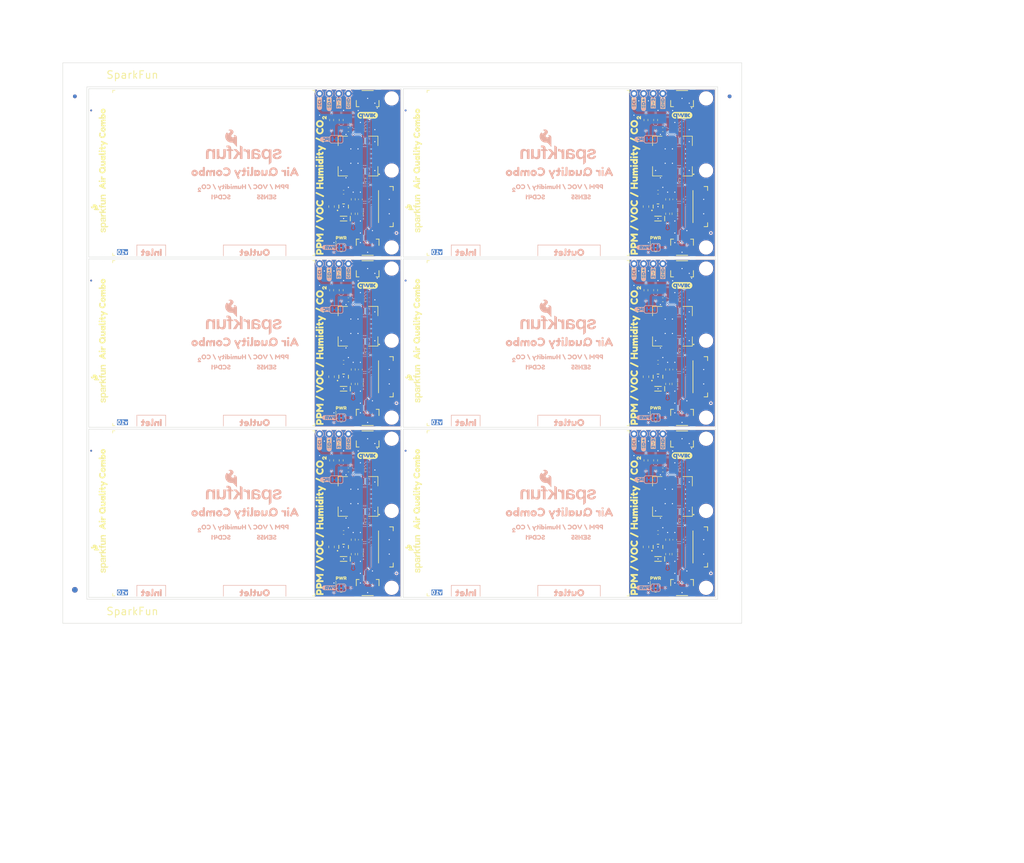
<source format=kicad_pcb>
(kicad_pcb (version 20221018) (generator pcbnew)
  (title_block (title "SparkFun Indoor Air Quality Sensor - SCD41 SEN55 (Qwiic)") (date "2024-03-06") (rev "v10") (comment 1 "Designed by: N. Seidle"))
  (layers (0 "F.Cu" signal) (31 "B.Cu" signal) (34 "B.Paste" user) (35 "F.Paste" user) (36 "B.SilkS" user "B.Silkscreen") (37 "F.SilkS" user "F.Silkscreen") (38 "B.Mask" user) (39 "F.Mask" user) (44 "Edge.Cuts" user))
  (net 0 "")
  (net 1 "3.3V")
  (net 2 "GND")
  (net 3 "5V")
  (net 4 "Net-(D1-A)")
  (net 5 "SDA")
  (net 6 "SCL")
  (net 11 "Net-(JP1-A)")
  (net 12 "Net-(JP2-A)")
  (net 13 "Net-(U5-SW)")
  (net 29 "Net-(U5-FB)")
  (net 30 "Net-(JP2-B)")
  (footprint "kibuzzard-65CFEE26" (layer "F.Cu") (at 191.635 4.715 90)
    (fp_text reference "kibuzzard-65CFEE26" hide)
    (fp_text value "G***" hide)
  )
  (footprint "kibuzzard-65CFEE26" (layer "F.Cu") (at 108.585 4.715 90)
    (fp_text reference "kibuzzard-65CFEE26" hide)
    (fp_text value "G***" hide)
  )
  (footprint "kibuzzard-65CFEE26" (layer "F.Cu") (at 191.635 94.615 90)
    (fp_text reference "kibuzzard-65CFEE26" hide)
    (fp_text value "G***" hide)
  )
  (footprint "kibuzzard-65CFEE26" (layer "F.Cu") (at 108.585 49.665 90)
    (fp_text reference "kibuzzard-65CFEE26" hide)
    (fp_text value "G***" hide)
  )
  (footprint "kibuzzard-65CFEE26" (layer "F.Cu") (at 191.635 49.665 90)
    (fp_text reference "kibuzzard-65CFEE26" hide)
    (fp_text value "G***" hide)
  )
  (footprint "kibuzzard-65CFEE26" (layer "F.Cu") (at 108.585 94.615 90)
    (fp_text reference "kibuzzard-65CFEE26" hide)
    (fp_text value "G***" hide)
  )
  (footprint "SparkFun-Semiconductor-Standard:SOD-323" (layer "F.Cu") (at 172.085 113.03 180)
    (fp_text reference "D2")
    (fp_text value "PMEG4005EJ")
  )
  (footprint "SparkFun-Semiconductor-Standard:SOD-323" (layer "F.Cu") (at 255.135 68.08 180)
    (fp_text reference "D2")
    (fp_text value "PMEG4005EJ")
  )
  (footprint "SparkFun-Semiconductor-Standard:SOD-323" (layer "F.Cu") (at 255.135 23.13 180)
    (fp_text reference "D2")
    (fp_text value "PMEG4005EJ")
  )
  (footprint "SparkFun-Semiconductor-Standard:SOD-323" (layer "F.Cu") (at 172.085 68.08 180)
    (fp_text reference "D2")
    (fp_text value "PMEG4005EJ")
  )
  (footprint "SparkFun-Semiconductor-Standard:SOD-323" (layer "F.Cu") (at 255.135 113.03 180)
    (fp_text reference "D2")
    (fp_text value "PMEG4005EJ")
  )
  (footprint "SparkFun-Semiconductor-Standard:SOD-323" (layer "F.Cu") (at 172.085 23.13 180)
    (fp_text reference "D2")
    (fp_text value "PMEG4005EJ")
  )
  (footprint "kibuzzard-65A8A702" (layer "F.Cu") (at 165.735 37.75875 90)
    (fp_text reference "kibuzzard-65A8A702" hide)
    (fp_text value "G***" hide)
  )
  (footprint "kibuzzard-65A8A702" (layer "F.Cu") (at 165.735 -7.19125 90)
    (fp_text reference "kibuzzard-65A8A702" hide)
    (fp_text value "G***" hide)
  )
  (footprint "kibuzzard-65A8A702" (layer "F.Cu") (at 248.785 -7.19125 90)
    (fp_text reference "kibuzzard-65A8A702" hide)
    (fp_text value "G***" hide)
  )
  (footprint "kibuzzard-65A8A702" (layer "F.Cu") (at 248.785 82.70875 90)
    (fp_text reference "kibuzzard-65A8A702" hide)
    (fp_text value "G***" hide)
  )
  (footprint "kibuzzard-65A8A702" (layer "F.Cu") (at 248.785 37.75875 90)
    (fp_text reference "kibuzzard-65A8A702" hide)
    (fp_text value "G***" hide)
  )
  (footprint "kibuzzard-65A8A702" (layer "F.Cu") (at 165.735 82.70875 90)
    (fp_text reference "kibuzzard-65A8A702" hide)
    (fp_text value "G***" hide)
  )
  (footprint "SparkFun-Connector:JST_SMD_1.25mm-6_Locking" (layer "F.Cu") (at 265.295 64.905 -90)
    (fp_text reference "U1")
    (fp_text value "SEN55")
  )
  (footprint "SparkFun-Connector:JST_SMD_1.25mm-6_Locking" (layer "F.Cu") (at 265.295 109.855 -90)
    (fp_text reference "U1")
    (fp_text value "SEN55")
  )
  (footprint "SparkFun-Connector:JST_SMD_1.25mm-6_Locking" (layer "F.Cu") (at 265.295 19.955 -90)
    (fp_text reference "U1")
    (fp_text value "SEN55")
  )
  (footprint "SparkFun-Connector:JST_SMD_1.25mm-6_Locking" (layer "F.Cu") (at 182.245 19.955 -90)
    (fp_text reference "U1")
    (fp_text value "SEN55")
  )
  (footprint "SparkFun-Connector:JST_SMD_1.25mm-6_Locking" (layer "F.Cu") (at 182.245 64.905 -90)
    (fp_text reference "U1")
    (fp_text value "SEN55")
  )
  (footprint "SparkFun-Connector:JST_SMD_1.25mm-6_Locking" (layer "F.Cu") (at 182.245 109.855 -90)
    (fp_text reference "U1")
    (fp_text value "SEN55")
  )
  (footprint "SparkFun-Semiconductor-Standard:SOT23-5" (layer "F.Cu") (at 255.135 109.855 90)
    (fp_text reference "U5")
    (fp_text value "AP3012")
  )
  (footprint "SparkFun-Semiconductor-Standard:SOT23-5" (layer "F.Cu") (at 172.085 64.905 90)
    (fp_text reference "U5")
    (fp_text value "AP3012")
  )
  (footprint "SparkFun-Semiconductor-Standard:SOT23-5" (layer "F.Cu") (at 172.085 19.955 90)
    (fp_text reference "U5")
    (fp_text value "AP3012")
  )
  (footprint "SparkFun-Semiconductor-Standard:SOT23-5" (layer "F.Cu") (at 255.135 19.955 90)
    (fp_text reference "U5")
    (fp_text value "AP3012")
  )
  (footprint "SparkFun-Semiconductor-Standard:SOT23-5" (layer "F.Cu") (at 255.135 64.905 90)
    (fp_text reference "U5")
    (fp_text value "AP3012")
  )
  (footprint "SparkFun-Semiconductor-Standard:SOT23-5" (layer "F.Cu") (at 172.085 109.855 90)
    (fp_text reference "U5")
    (fp_text value "AP3012")
  )
  (footprint "SparkFun-Capacitor:C_0603_1608Metric" (layer "F.Cu") (at 177.8 44.585)
    (fp_text reference "C4")
    (fp_text value "4.7uF")
  )
  (footprint "SparkFun-Capacitor:C_0603_1608Metric" (layer "F.Cu") (at 177.8 -0.365)
    (fp_text reference "C4")
    (fp_text value "4.7uF")
  )
  (footprint "SparkFun-Capacitor:C_0603_1608Metric" (layer "F.Cu") (at 260.85 89.535)
    (fp_text reference "C4")
    (fp_text value "4.7uF")
  )
  (footprint "SparkFun-Capacitor:C_0603_1608Metric" (layer "F.Cu") (at 260.85 44.585)
    (fp_text reference "C4")
    (fp_text value "4.7uF")
  )
  (footprint "SparkFun-Capacitor:C_0603_1608Metric" (layer "F.Cu") (at 260.85 -0.365)
    (fp_text reference "C4")
    (fp_text value "4.7uF")
  )
  (footprint "SparkFun-Capacitor:C_0603_1608Metric" (layer "F.Cu") (at 177.8 89.535)
    (fp_text reference "C4")
    (fp_text value "4.7uF")
  )
  (footprint "SparkFun-LED:LED_0603_1608Metric" (layer "F.Cu") (at 171.45 74.43)
    (fp_text reference "D1")
    (fp_text value "Red")
  )
  (footprint "SparkFun-LED:LED_0603_1608Metric" (layer "F.Cu") (at 171.45 29.48)
    (fp_text reference "D1")
    (fp_text value "Red")
  )
  (footprint "SparkFun-LED:LED_0603_1608Metric" (layer "F.Cu") (at 254.5 119.38)
    (fp_text reference "D1")
    (fp_text value "Red")
  )
  (footprint "SparkFun-LED:LED_0603_1608Metric" (layer "F.Cu") (at 254.5 74.43)
    (fp_text reference "D1")
    (fp_text value "Red")
  )
  (footprint "SparkFun-LED:LED_0603_1608Metric" (layer "F.Cu") (at 254.5 29.48)
    (fp_text reference "D1")
    (fp_text value "Red")
  )
  (footprint "SparkFun-LED:LED_0603_1608Metric" (layer "F.Cu") (at 171.45 119.38)
    (fp_text reference "D1")
    (fp_text value "Red")
  )
  (footprint "Fiducial_1.5mm_Mask3mm" (layer "F.Cu") (at 101.1 121.19)
    (fp_text reference "")
    (fp_text value "")
  )
  (footprint "SparkFun-Aesthetic:Fiducial_0.5mm_Mask1mm" (layer "F.Cu") (at 188.46 84.455)
    (fp_text reference "FID3")
    (fp_text value "Fiducial_0.5mm")
  )
  (footprint "SparkFun-Aesthetic:Fiducial_0.5mm_Mask1mm" (layer "F.Cu") (at 105.41 -5.445)
    (fp_text reference "FID3")
    (fp_text value "Fiducial_0.5mm")
  )
  (footprint "SparkFun-Aesthetic:Fiducial_0.5mm_Mask1mm" (layer "F.Cu") (at 105.41 39.505)
    (fp_text reference "FID3")
    (fp_text value "Fiducial_0.5mm")
  )
  (footprint "SparkFun-Aesthetic:Fiducial_0.5mm_Mask1mm" (layer "F.Cu") (at 188.46 39.505)
    (fp_text reference "FID3")
    (fp_text value "Fiducial_0.5mm")
  )
  (footprint "SparkFun-Aesthetic:Fiducial_0.5mm_Mask1mm" (layer "F.Cu") (at 188.46 -5.445)
    (fp_text reference "FID3")
    (fp_text value "Fiducial_0.5mm")
  )
  (footprint "SparkFun-Aesthetic:Fiducial_0.5mm_Mask1mm" (layer "F.Cu") (at 105.41 84.455)
    (fp_text reference "FID3")
    (fp_text value "Fiducial_0.5mm")
  )
  (footprint "Fiducial_1mm_Mask3mm" (layer "F.Cu") (at 101.1 -9.16)
    (fp_text reference "")
    (fp_text value "")
  )
  (footprint "SparkFun-Hardware:Standoff" (layer "F.Cu") (at 267.835 30.75)
    (fp_text reference "ST2")
    (fp_text value "Standoff")
  )
  (footprint "SparkFun-Hardware:Standoff" (layer "F.Cu") (at 184.785 30.75)
    (fp_text reference "ST2")
    (fp_text value "Standoff")
  )
  (footprint "SparkFun-Hardware:Standoff" (layer "F.Cu") (at 267.835 120.65)
    (fp_text reference "ST2")
    (fp_text value "Standoff")
  )
  (footprint "SparkFun-Hardware:Standoff" (layer "F.Cu") (at 184.785 75.7)
    (fp_text reference "ST2")
    (fp_text value "Standoff")
  )
  (footprint "SparkFun-Hardware:Standoff" (layer "F.Cu") (at 267.835 75.7)
    (fp_text reference "ST2")
    (fp_text value "Standoff")
  )
  (footprint "SparkFun-Hardware:Standoff" (layer "F.Cu") (at 184.785 120.65)
    (fp_text reference "ST2")
    (fp_text value "Standoff")
  )
  (footprint "kibuzzard-65A8A70D" (layer "F.Cu") (at 170.815 37.6 90)
    (fp_text reference "kibuzzard-65A8A70D" hide)
    (fp_text value "G***" hide)
  )
  (footprint "kibuzzard-65A8A70D" (layer "F.Cu") (at 170.815 -7.35 90)
    (fp_text reference "kibuzzard-65A8A70D" hide)
    (fp_text value "G***" hide)
  )
  (footprint "kibuzzard-65A8A70D" (layer "F.Cu") (at 253.865 -7.35 90)
    (fp_text reference "kibuzzard-65A8A70D" hide)
    (fp_text value "G***" hide)
  )
  (footprint "kibuzzard-65A8A70D" (layer "F.Cu") (at 253.865 82.55 90)
    (fp_text reference "kibuzzard-65A8A70D" hide)
    (fp_text value "G***" hide)
  )
  (footprint "kibuzzard-65A8A70D" (layer "F.Cu") (at 253.865 37.6 90)
    (fp_text reference "kibuzzard-65A8A70D" hide)
    (fp_text value "G***" hide)
  )
  (footprint "kibuzzard-65A8A70D" (layer "F.Cu") (at 170.815 82.55 90)
    (fp_text reference "kibuzzard-65A8A70D" hide)
    (fp_text value "G***" hide)
  )
  (footprint "SparkFun-Capacitor:C_0805_2012Metric" (layer "F.Cu") (at 176.53 66.81 -90)
    (fp_text reference "C2")
    (fp_text value "22uF")
  )
  (footprint "SparkFun-Capacitor:C_0805_2012Metric" (layer "F.Cu") (at 176.53 21.86 -90)
    (fp_text reference "C2")
    (fp_text value "22uF")
  )
  (footprint "SparkFun-Capacitor:C_0805_2012Metric" (layer "F.Cu") (at 259.58 111.76 -90)
    (fp_text reference "C2")
    (fp_text value "22uF")
  )
  (footprint "SparkFun-Capacitor:C_0805_2012Metric" (layer "F.Cu") (at 259.58 66.81 -90)
    (fp_text reference "C2")
    (fp_text value "22uF")
  )
  (footprint "SparkFun-Capacitor:C_0805_2012Metric" (layer "F.Cu") (at 259.58 21.86 -90)
    (fp_text reference "C2")
    (fp_text value "22uF")
  )
  (footprint "SparkFun-Capacitor:C_0805_2012Metric" (layer "F.Cu") (at 176.53 111.76 -90)
    (fp_text reference "C2")
    (fp_text value "22uF")
  )
  (footprint "SparkFun-Capacitor:C_0805_2012Metric" (layer "F.Cu") (at 251.96 64.905 -90)
    (fp_text reference "L2")
    (fp_text value "10uH")
  )
  (footprint "SparkFun-Capacitor:C_0805_2012Metric" (layer "F.Cu") (at 168.91 19.955 -90)
    (fp_text reference "L2")
    (fp_text value "10uH")
  )
  (footprint "SparkFun-Capacitor:C_0805_2012Metric" (layer "F.Cu") (at 251.96 109.855 -90)
    (fp_text reference "L2")
    (fp_text value "10uH")
  )
  (footprint "SparkFun-Capacitor:C_0805_2012Metric" (layer "F.Cu") (at 168.91 64.905 -90)
    (fp_text reference "L2")
    (fp_text value "10uH")
  )
  (footprint "SparkFun-Capacitor:C_0805_2012Metric" (layer "F.Cu") (at 251.96 19.955 -90)
    (fp_text reference "L2")
    (fp_text value "10uH")
  )
  (footprint "SparkFun-Capacitor:C_0805_2012Metric" (layer "F.Cu") (at 168.91 109.855 -90)
    (fp_text reference "L2")
    (fp_text value "10uH")
  )
  (footprint "SparkFun-Connector:JST_SMD_1.0mm-4_RA" (layer "F.Cu") (at 178.435 28.21)
    (fp_text reference "J1")
    (fp_text value "Qwiic_RA")
  )
  (footprint "SparkFun-Connector:JST_SMD_1.0mm-4_RA" (layer "F.Cu") (at 261.485 118.11)
    (fp_text reference "J1")
    (fp_text value "Qwiic_RA")
  )
  (footprint "SparkFun-Connector:JST_SMD_1.0mm-4_RA" (layer "F.Cu") (at 178.435 73.16)
    (fp_text reference "J1")
    (fp_text value "Qwiic_RA")
  )
  (footprint "SparkFun-Connector:JST_SMD_1.0mm-4_RA" (layer "F.Cu") (at 261.485 73.16)
    (fp_text reference "J1")
    (fp_text value "Qwiic_RA")
  )
  (footprint "SparkFun-Connector:JST_SMD_1.0mm-4_RA" (layer "F.Cu") (at 261.485 28.21)
    (fp_text reference "J1")
    (fp_text value "Qwiic_RA")
  )
  (footprint "SparkFun-Connector:JST_SMD_1.0mm-4_RA" (layer "F.Cu") (at 178.435 118.11)
    (fp_text reference "J1")
    (fp_text value "Qwiic_RA")
  )
  (footprint "SparkFun-Aesthetic:Fiducial_0.5mm_Mask1mm" (layer "F.Cu") (at 186.055 26.94)
    (fp_text reference "FID4")
    (fp_text value "Fiducial_0.5mm")
  )
  (footprint "SparkFun-Aesthetic:Fiducial_0.5mm_Mask1mm" (layer "F.Cu") (at 269.105 116.84)
    (fp_text reference "FID4")
    (fp_text value "Fiducial_0.5mm")
  )
  (footprint "SparkFun-Aesthetic:Fiducial_0.5mm_Mask1mm" (layer "F.Cu") (at 186.055 71.89)
    (fp_text reference "FID4")
    (fp_text value "Fiducial_0.5mm")
  )
  (footprint "SparkFun-Aesthetic:Fiducial_0.5mm_Mask1mm" (layer "F.Cu") (at 269.105 71.89)
    (fp_text reference "FID4")
    (fp_text value "Fiducial_0.5mm")
  )
  (footprint "SparkFun-Aesthetic:Fiducial_0.5mm_Mask1mm" (layer "F.Cu") (at 269.105 26.94)
    (fp_text reference "FID4")
    (fp_text value "Fiducial_0.5mm")
  )
  (footprint "SparkFun-Aesthetic:Fiducial_0.5mm_Mask1mm" (layer "F.Cu") (at 186.055 116.84)
    (fp_text reference "FID4")
    (fp_text value "Fiducial_0.5mm")
  )
  (footprint "SparkFun-Hardware:Standoff" (layer "F.Cu") (at 267.835 100.33)
    (fp_text reference "ST5")
    (fp_text value "Standoff")
  )
  (footprint "SparkFun-Hardware:Standoff" (layer "F.Cu") (at 267.835 55.38)
    (fp_text reference "ST5")
    (fp_text value "Standoff")
  )
  (footprint "SparkFun-Hardware:Standoff" (layer "F.Cu") (at 267.835 10.43)
    (fp_text reference "ST5")
    (fp_text value "Standoff")
  )
  (footprint "SparkFun-Hardware:Standoff" (layer "F.Cu") (at 184.785 55.38)
    (fp_text reference "ST5")
    (fp_text value "Standoff")
  )
  (footprint "SparkFun-Hardware:Standoff" (layer "F.Cu") (at 184.785 10.43)
    (fp_text reference "ST5")
    (fp_text value "Standoff")
  )
  (footprint "SparkFun-Hardware:Standoff" (layer "F.Cu") (at 184.785 100.33)
    (fp_text reference "ST5")
    (fp_text value "Standoff")
  )
  (footprint "SparkFun-Connector:JST_SMD_1.0mm-4_RA" (layer "F.Cu") (at 178.435 -6.08 180)
    (fp_text reference "J2")
    (fp_text value "Qwiic_RA")
  )
  (footprint "SparkFun-Connector:JST_SMD_1.0mm-4_RA" (layer "F.Cu") (at 178.435 38.87 180)
    (fp_text reference "J2")
    (fp_text value "Qwiic_RA")
  )
  (footprint "SparkFun-Connector:JST_SMD_1.0mm-4_RA" (layer "F.Cu") (at 261.485 38.87 180)
    (fp_text reference "J2")
    (fp_text value "Qwiic_RA")
  )
  (footprint "SparkFun-Connector:JST_SMD_1.0mm-4_RA" (layer "F.Cu") (at 261.485 83.82 180)
    (fp_text reference "J2")
    (fp_text value "Qwiic_RA")
  )
  (footprint "SparkFun-Connector:JST_SMD_1.0mm-4_RA" (layer "F.Cu") (at 261.485 -6.08 180)
    (fp_text reference "J2")
    (fp_text value "Qwiic_RA")
  )
  (footprint "SparkFun-Connector:JST_SMD_1.0mm-4_RA" (layer "F.Cu") (at 178.435 83.82 180)
    (fp_text reference "J2")
    (fp_text value "Qwiic_RA")
  )
  (footprint "SparkFun-Hardware:Standoff" (layer "F.Cu") (at 184.785 36.33)
    (fp_text reference "ST1")
    (fp_text value "Standoff")
  )
  (footprint "SparkFun-Hardware:Standoff" (layer "F.Cu") (at 184.785 -8.62)
    (fp_text reference "ST1")
    (fp_text value "Standoff")
  )
  (footprint "SparkFun-Hardware:Standoff" (layer "F.Cu") (at 267.835 81.28)
    (fp_text reference "ST1")
    (fp_text value "Standoff")
  )
  (footprint "SparkFun-Hardware:Standoff" (layer "F.Cu") (at 267.835 -8.62)
    (fp_text reference "ST1")
    (fp_text value "Standoff")
  )
  (footprint "SparkFun-Hardware:Standoff" (layer "F.Cu") (at 267.835 36.33)
    (fp_text reference "ST1")
    (fp_text value "Standoff")
  )
  (footprint "SparkFun-Hardware:Standoff" (layer "F.Cu") (at 184.785 81.28)
    (fp_text reference "ST1")
    (fp_text value "Standoff")
  )
  (footprint "kibuzzard-65A8A6F0" (layer "F.Cu") (at 168.275 37.9175 90)
    (fp_text reference "kibuzzard-65A8A6F0" hide)
    (fp_text value "G***" hide)
  )
  (footprint "kibuzzard-65A8A6F0" (layer "F.Cu") (at 168.275 -7.0325 90)
    (fp_text reference "kibuzzard-65A8A6F0" hide)
    (fp_text value "G***" hide)
  )
  (footprint "kibuzzard-65A8A6F0" (layer "F.Cu") (at 251.325 82.8675 90)
    (fp_text reference "kibuzzard-65A8A6F0" hide)
    (fp_text value "G***" hide)
  )
  (footprint "kibuzzard-65A8A6F0" (layer "F.Cu") (at 251.325 -7.0325 90)
    (fp_text reference "kibuzzard-65A8A6F0" hide)
    (fp_text value "G***" hide)
  )
  (footprint "kibuzzard-65A8A6F0" (layer "F.Cu") (at 251.325 37.9175 90)
    (fp_text reference "kibuzzard-65A8A6F0" hide)
    (fp_text value "G***" hide)
  )
  (footprint "kibuzzard-65A8A6F0" (layer "F.Cu") (at 168.275 82.8675 90)
    (fp_text reference "kibuzzard-65A8A6F0" hide)
    (fp_text value "G***" hide)
  )
  (footprint "SparkFun-Aesthetic:SparkFun_Logo_10mm" (layer "F.Cu") (at 191.635 21.86 90)
    (fp_text reference "G***")
    (fp_text value "LOGO" hide)
  )
  (footprint "SparkFun-Aesthetic:SparkFun_Logo_10mm" (layer "F.Cu") (at 108.585 21.86 90)
    (fp_text reference "G***")
    (fp_text value "LOGO" hide)
  )
  (footprint "SparkFun-Aesthetic:SparkFun_Logo_10mm" (layer "F.Cu") (at 191.635 111.76 90)
    (fp_text reference "G***")
    (fp_text value "LOGO" hide)
  )
  (footprint "SparkFun-Aesthetic:SparkFun_Logo_10mm" (layer "F.Cu") (at 191.635 66.81 90)
    (fp_text reference "G***")
    (fp_text value "LOGO" hide)
  )
  (footprint "SparkFun-Aesthetic:SparkFun_Logo_10mm" (layer "F.Cu") (at 108.585 66.81 90)
    (fp_text reference "G***")
    (fp_text value "LOGO" hide)
  )
  (footprint "SparkFun-Aesthetic:SparkFun_Logo_10mm" (layer "F.Cu") (at 108.585 111.76 90)
    (fp_text reference "G***")
    (fp_text value "LOGO" hide)
  )
  (footprint "SparkFun-Resistor:R_0603_1608Metric" (layer "F.Cu") (at 168.91 -2.905 90)
    (fp_text reference "R2")
    (fp_text value "2.2k")
  )
  (footprint "SparkFun-Resistor:R_0603_1608Metric" (layer "F.Cu") (at 251.96 42.045 90)
    (fp_text reference "R2")
    (fp_text value "2.2k")
  )
  (footprint "SparkFun-Resistor:R_0603_1608Metric" (layer "F.Cu") (at 168.91 42.045 90)
    (fp_text reference "R2")
    (fp_text value "2.2k")
  )
  (footprint "SparkFun-Resistor:R_0603_1608Metric" (layer "F.Cu") (at 251.96 86.995 90)
    (fp_text reference "R2")
    (fp_text value "2.2k")
  )
  (footprint "SparkFun-Resistor:R_0603_1608Metric" (layer "F.Cu") (at 251.96 -2.905 90)
    (fp_text reference "R2")
    (fp_text value "2.2k")
  )
  (footprint "SparkFun-Resistor:R_0603_1608Metric" (layer "F.Cu") (at 168.91 86.995 90)
    (fp_text reference "R2")
    (fp_text value "2.2k")
  )
  (footprint "SparkFun-Capacitor:C_0603_1608Metric" (layer "F.Cu") (at 259.58 18.05 90)
    (fp_text reference "C9")
    (fp_text value "1.0uF")
  )
  (footprint "SparkFun-Capacitor:C_0603_1608Metric" (layer "F.Cu") (at 176.53 63 90)
    (fp_text reference "C9")
    (fp_text value "1.0uF")
  )
  (footprint "SparkFun-Capacitor:C_0603_1608Metric" (layer "F.Cu") (at 176.53 18.05 90)
    (fp_text reference "C9")
    (fp_text value "1.0uF")
  )
  (footprint "SparkFun-Capacitor:C_0603_1608Metric" (layer "F.Cu") (at 259.58 107.95 90)
    (fp_text reference "C9")
    (fp_text value "1.0uF")
  )
  (footprint "SparkFun-Capacitor:C_0603_1608Metric" (layer "F.Cu") (at 259.58 63 90)
    (fp_text reference "C9")
    (fp_text value "1.0uF")
  )
  (footprint "SparkFun-Capacitor:C_0603_1608Metric" (layer "F.Cu") (at 176.53 107.95 90)
    (fp_text reference "C9")
    (fp_text value "1.0uF")
  )
  (footprint "SparkFun-Resistor:R_0603_1608Metric" (layer "F.Cu") (at 174.625 63 90)
    (fp_text reference "R6")
    (fp_text value "33k")
  )
  (footprint "SparkFun-Resistor:R_0603_1608Metric" (layer "F.Cu") (at 257.675 63 90)
    (fp_text reference "R6")
    (fp_text value "33k")
  )
  (footprint "SparkFun-Resistor:R_0603_1608Metric" (layer "F.Cu") (at 174.625 18.05 90)
    (fp_text reference "R6")
    (fp_text value "33k")
  )
  (footprint "SparkFun-Resistor:R_0603_1608Metric" (layer "F.Cu") (at 257.675 107.95 90)
    (fp_text reference "R6")
    (fp_text value "33k")
  )
  (footprint "SparkFun-Resistor:R_0603_1608Metric" (layer "F.Cu") (at 257.675 18.05 90)
    (fp_text reference "R6")
    (fp_text value "33k")
  )
  (footprint "SparkFun-Resistor:R_0603_1608Metric" (layer "F.Cu") (at 174.625 107.95 90)
    (fp_text reference "R6")
    (fp_text value "33k")
  )
  (footprint "SparkFun-Capacitor:C_0603_1608Metric" (layer "F.Cu") (at 177.8 57.92)
    (fp_text reference "C1")
    (fp_text value "0.1uF")
  )
  (footprint "SparkFun-Capacitor:C_0603_1608Metric" (layer "F.Cu") (at 177.8 12.97)
    (fp_text reference "C1")
    (fp_text value "0.1uF")
  )
  (footprint "SparkFun-Capacitor:C_0603_1608Metric" (layer "F.Cu") (at 260.85 57.92)
    (fp_text reference "C1")
    (fp_text value "0.1uF")
  )
  (footprint "SparkFun-Capacitor:C_0603_1608Metric" (layer "F.Cu") (at 260.85 102.87)
    (fp_text reference "C1")
    (fp_text value "0.1uF")
  )
  (footprint "SparkFun-Capacitor:C_0603_1608Metric" (layer "F.Cu") (at 260.85 12.97)
    (fp_text reference "C1")
    (fp_text value "0.1uF")
  )
  (footprint "SparkFun-Capacitor:C_0603_1608Metric" (layer "F.Cu") (at 177.8 102.87)
    (fp_text reference "C1")
    (fp_text value "0.1uF")
  )
  (footprint "kibuzzard-65A8A717" (layer "F.Cu") (at 173.355 37.6 90)
    (fp_text reference "kibuzzard-65A8A717" hide)
    (fp_text value "G***" hide)
  )
  (footprint "kibuzzard-65A8A717" (layer "F.Cu") (at 173.355 -7.35 90)
    (fp_text reference "kibuzzard-65A8A717" hide)
    (fp_text value "G***" hide)
  )
  (footprint "kibuzzard-65A8A717" (layer "F.Cu") (at 256.405 82.55 90)
    (fp_text reference "kibuzzard-65A8A717" hide)
    (fp_text value "G***" hide)
  )
  (footprint "kibuzzard-65A8A717" (layer "F.Cu") (at 256.405 -7.35 90)
    (fp_text reference "kibuzzard-65A8A717" hide)
    (fp_text value "G***" hide)
  )
  (footprint "kibuzzard-65A8A717" (layer "F.Cu") (at 256.405 37.6 90)
    (fp_text reference "kibuzzard-65A8A717" hide)
    (fp_text value "G***" hide)
  )
  (footprint "kibuzzard-65A8A717" (layer "F.Cu") (at 173.355 82.55 90)
    (fp_text reference "kibuzzard-65A8A717" hide)
    (fp_text value "G***" hide)
  )
  (footprint "SparkFun-Connector:1x04" (layer "F.Cu") (at 256.405 35.06 180)
    (fp_text reference "J3")
    (fp_text value "Conn_01x04")
  )
  (footprint "SparkFun-Connector:1x04" (layer "F.Cu") (at 173.355 -9.89 180)
    (fp_text reference "J3")
    (fp_text value "Conn_01x04")
  )
  (footprint "SparkFun-Connector:1x04" (layer "F.Cu") (at 173.355 35.06 180)
    (fp_text reference "J3")
    (fp_text value "Conn_01x04")
  )
  (footprint "SparkFun-Connector:1x04" (layer "F.Cu") (at 256.405 80.01 180)
    (fp_text reference "J3")
    (fp_text value "Conn_01x04")
  )
  (footprint "SparkFun-Connector:1x04" (layer "F.Cu") (at 256.405 -9.89 180)
    (fp_text reference "J3")
    (fp_text value "Conn_01x04")
  )
  (footprint "SparkFun-Connector:1x04" (layer "F.Cu") (at 173.355 80.01 180)
    (fp_text reference "J3")
    (fp_text value "Conn_01x04")
  )
  (footprint "kibuzzard-65A8A8B4" (layer "F.Cu") (at 254.5 118.11)
    (fp_text reference "kibuzzard-65A8A8B4" hide)
    (fp_text value "G***" hide)
  )
  (footprint "kibuzzard-65A8A8B4" (layer "F.Cu") (at 171.45 73.16)
    (fp_text reference "kibuzzard-65A8A8B4" hide)
    (fp_text value "G***" hide)
  )
  (footprint "kibuzzard-65A8A8B4" (layer "F.Cu") (at 171.45 28.21)
    (fp_text reference "kibuzzard-65A8A8B4" hide)
    (fp_text value "G***" hide)
  )
  (footprint "kibuzzard-65A8A8B4" (layer "F.Cu") (at 254.5 73.16)
    (fp_text reference "kibuzzard-65A8A8B4" hide)
    (fp_text value "G***" hide)
  )
  (footprint "kibuzzard-65A8A8B4" (layer "F.Cu") (at 254.5 28.21)
    (fp_text reference "kibuzzard-65A8A8B4" hide)
    (fp_text value "G***" hide)
  )
  (footprint "kibuzzard-65A8A8B4" (layer "F.Cu") (at 171.45 118.11)
    (fp_text reference "kibuzzard-65A8A8B4" hide)
    (fp_text value "G***" hide)
  )
  (footprint "SparkFun-Resistor:R_0603_1608Metric" (layer "F.Cu") (at 254.5 31.385)
    (fp_text reference "R3")
    (fp_text value "4.7k")
  )
  (footprint "SparkFun-Resistor:R_0603_1608Metric" (layer "F.Cu") (at 254.5 121.285)
    (fp_text reference "R3")
    (fp_text value "4.7k")
  )
  (footprint "SparkFun-Resistor:R_0603_1608Metric" (layer "F.Cu") (at 254.5 76.335)
    (fp_text reference "R3")
    (fp_text value "4.7k")
  )
  (footprint "SparkFun-Resistor:R_0603_1608Metric" (layer "F.Cu") (at 171.45 76.335)
    (fp_text reference "R3")
    (fp_text value "4.7k")
  )
  (footprint "SparkFun-Resistor:R_0603_1608Metric" (layer "F.Cu") (at 171.45 31.385)
    (fp_text reference "R3")
    (fp_text value "4.7k")
  )
  (footprint "SparkFun-Resistor:R_0603_1608Metric" (layer "F.Cu") (at 171.45 121.285)
    (fp_text reference "R3")
    (fp_text value "4.7k")
  )
  (footprint "SparkFun-Sensor:SCD4X" (layer "F.Cu") (at 258.945 51.57 180)
    (fp_text reference "U3")
    (fp_text value "SCD41")
  )
  (footprint "SparkFun-Sensor:SCD4X" (layer "F.Cu") (at 258.945 96.52 180)
    (fp_text reference "U3")
    (fp_text value "SCD41")
  )
  (footprint "SparkFun-Sensor:SCD4X" (layer "F.Cu") (at 175.895 51.57 180)
    (fp_text reference "U3")
    (fp_text value "SCD41")
  )
  (footprint "SparkFun-Sensor:SCD4X" (layer "F.Cu") (at 175.895 6.62 180)
    (fp_text reference "U3")
    (fp_text value "SCD41")
  )
  (footprint "SparkFun-Sensor:SCD4X" (layer "F.Cu") (at 258.945 6.62 180)
    (fp_text reference "U3")
    (fp_text value "SCD41")
  )
  (footprint "SparkFun-Sensor:SCD4X" (layer "F.Cu") (at 175.895 96.52 180)
    (fp_text reference "U3")
    (fp_text value "SCD41")
  )
  (footprint "SparkFun-Resistor:R_0603_1608Metric" (layer "F.Cu") (at 171.45 42.045 90)
    (fp_text reference "R1")
    (fp_text value "2.2k")
  )
  (footprint "SparkFun-Resistor:R_0603_1608Metric" (layer "F.Cu") (at 254.5 42.045 90)
    (fp_text reference "R1")
    (fp_text value "2.2k")
  )
  (footprint "SparkFun-Resistor:R_0603_1608Metric" (layer "F.Cu") (at 171.45 -2.905 90)
    (fp_text reference "R1")
    (fp_text value "2.2k")
  )
  (footprint "SparkFun-Resistor:R_0603_1608Metric" (layer "F.Cu") (at 254.5 86.995 90)
    (fp_text reference "R1")
    (fp_text value "2.2k")
  )
  (footprint "SparkFun-Resistor:R_0603_1608Metric" (layer "F.Cu") (at 254.5 -2.905 90)
    (fp_text reference "R1")
    (fp_text value "2.2k")
  )
  (footprint "SparkFun-Resistor:R_0603_1608Metric" (layer "F.Cu") (at 171.45 86.995 90)
    (fp_text reference "R1")
    (fp_text value "2.2k")
  )
  (footprint "SparkFun-Resistor:R_0603_1608Metric" (layer "F.Cu") (at 174.625 21.86 90)
    (fp_text reference "R5")
    (fp_text value "100k")
  )
  (footprint "SparkFun-Resistor:R_0603_1608Metric" (layer "F.Cu") (at 257.675 66.81 90)
    (fp_text reference "R5")
    (fp_text value "100k")
  )
  (footprint "SparkFun-Resistor:R_0603_1608Metric" (layer "F.Cu") (at 257.675 111.76 90)
    (fp_text reference "R5")
    (fp_text value "100k")
  )
  (footprint "SparkFun-Resistor:R_0603_1608Metric" (layer "F.Cu") (at 174.625 66.81 90)
    (fp_text reference "R5")
    (fp_text value "100k")
  )
  (footprint "SparkFun-Resistor:R_0603_1608Metric" (layer "F.Cu") (at 257.675 21.86 90)
    (fp_text reference "R5")
    (fp_text value "100k")
  )
  (footprint "SparkFun-Resistor:R_0603_1608Metric" (layer "F.Cu") (at 174.625 111.76 90)
    (fp_text reference "R5")
    (fp_text value "100k")
  )
  (footprint "SparkFun-Aesthetic:Creative_Commons_License" (layer "F.Cu") (at 214.63 175.26)
    (fp_text reference "G4" hide)
    (fp_text value "OSHW_Logo" hide)
  )
  (footprint "Fiducial_1mm_Mask3mm" (layer "F.Cu") (at 274.05 -9.16)
    (fp_text reference "")
    (fp_text value "")
  )
  (footprint "kibuzzard-65F20621" (layer "F.Cu") (at 166.0525 14.875 90)
    (fp_text reference "kibuzzard-65F20621" hide)
    (fp_text value "G***" hide)
  )
  (footprint "kibuzzard-65F20621" (layer "F.Cu") (at 249.1025 104.775 90)
    (fp_text reference "kibuzzard-65F20621" hide)
    (fp_text value "G***" hide)
  )
  (footprint "kibuzzard-65F20621" (layer "F.Cu") (at 166.0525 59.825 90)
    (fp_text reference "kibuzzard-65F20621" hide)
    (fp_text value "G***" hide)
  )
  (footprint "kibuzzard-65F20621" (layer "F.Cu") (at 249.1025 14.875 90)
    (fp_text reference "kibuzzard-65F20621" hide)
    (fp_text value "G***" hide)
  )
  (footprint "kibuzzard-65F20621" (layer "F.Cu") (at 249.1025 59.825 90)
    (fp_text reference "kibuzzard-65F20621" hide)
    (fp_text value "G***" hide)
  )
  (footprint "kibuzzard-65F20621" (layer "F.Cu") (at 166.0525 104.775 90)
    (fp_text reference "kibuzzard-65F20621" hide)
    (fp_text value "G***" hide)
  )
  (footprint "kibuzzard-65A75D7A" (layer "F.Cu") (at 167.005 -3.54 90)
    (fp_text reference "kibuzzard-65A75D7A" hide)
    (fp_text value "G***" hide)
  )
  (footprint "kibuzzard-65A75D7A" (layer "F.Cu") (at 250.055 86.36 90)
    (fp_text reference "kibuzzard-65A75D7A" hide)
    (fp_text value "G***" hide)
  )
  (footprint "kibuzzard-65A75D7A" (layer "F.Cu") (at 250.055 41.41 90)
    (fp_text reference "kibuzzard-65A75D7A" hide)
    (fp_text value "G***" hide)
  )
  (footprint "kibuzzard-65A75D7A" (layer "F.Cu") (at 250.055 -3.54 90)
    (fp_text reference "kibuzzard-65A75D7A" hide)
    (fp_text value "G***" hide)
  )
  (footprint "kibuzzard-65A75D7A" (layer "F.Cu") (at 167.005 41.41 90)
    (fp_text reference "kibuzzard-65A75D7A" hide)
    (fp_text value "G***" hide)
  )
  (footprint "kibuzzard-65A75D7A" (layer "F.Cu") (at 167.005 86.36 90)
    (fp_text reference "kibuzzard-65A75D7A" hide)
    (fp_text value "G***" hide)
  )
  (footprint "SparkFun-Capacitor:C_0603_1608Metric" (layer "F.Cu") (at 173.355 44.585 180)
    (fp_text reference "C5")
    (fp_text value "0.1uF")
  )
  (footprint "SparkFun-Capacitor:C_0603_1608Metric" (layer "F.Cu") (at 173.355 -0.365 180)
    (fp_text reference "C5")
    (fp_text value "0.1uF")
  )
  (footprint "SparkFun-Capacitor:C_0603_1608Metric" (layer "F.Cu") (at 256.405 -0.365 180)
    (fp_text reference "C5")
    (fp_text value "0.1uF")
  )
  (footprint "SparkFun-Capacitor:C_0603_1608Metric" (layer "F.Cu") (at 256.405 89.535 180)
    (fp_text reference "C5")
    (fp_text value "0.1uF")
  )
  (footprint "SparkFun-Capacitor:C_0603_1608Metric" (layer "F.Cu") (at 256.405 44.585 180)
    (fp_text reference "C5")
    (fp_text value "0.1uF")
  )
  (footprint "SparkFun-Capacitor:C_0603_1608Metric" (layer "F.Cu") (at 173.355 89.535 180)
    (fp_text reference "C5")
    (fp_text value "0.1uF")
  )
  (footprint "SparkFun-Hardware:Standoff" (layer "F.Cu") (at 107.315 36.33)
    (fp_text reference "ST3")
    (fp_text value "Standoff")
  )
  (footprint "SparkFun-Hardware:Standoff" (layer "F.Cu") (at 190.365 -8.62)
    (fp_text reference "ST3")
    (fp_text value "Standoff")
  )
  (footprint "SparkFun-Hardware:Standoff" (layer "F.Cu") (at 107.315 -8.62)
    (fp_text reference "ST3")
    (fp_text value "Standoff")
  )
  (footprint "SparkFun-Hardware:Standoff" (layer "F.Cu") (at 190.365 81.28)
    (fp_text reference "ST3")
    (fp_text value "Standoff")
  )
  (footprint "SparkFun-Hardware:Standoff" (layer "F.Cu") (at 190.365 36.33)
    (fp_text reference "ST3")
    (fp_text value "Standoff")
  )
  (footprint "SparkFun-Hardware:Standoff" (layer "F.Cu") (at 107.315 81.28)
    (fp_text reference "ST3")
    (fp_text value "Standoff")
  )
  (footprint "SparkFun-Capacitor:C_0603_1608Metric" (layer "F.Cu") (at 255.135 61.095)
    (fp_text reference "C7")
    (fp_text value "1.0uF")
  )
  (footprint "SparkFun-Capacitor:C_0603_1608Metric" (layer "F.Cu") (at 172.085 16.145)
    (fp_text reference "C7")
    (fp_text value "1.0uF")
  )
  (footprint "SparkFun-Capacitor:C_0603_1608Metric" (layer "F.Cu") (at 255.135 106.045)
    (fp_text reference "C7")
    (fp_text value "1.0uF")
  )
  (footprint "SparkFun-Capacitor:C_0603_1608Metric" (layer "F.Cu") (at 172.085 61.095)
    (fp_text reference "C7")
    (fp_text value "1.0uF")
  )
  (footprint "SparkFun-Capacitor:C_0603_1608Metric" (layer "F.Cu") (at 255.135 16.145)
    (fp_text reference "C7")
    (fp_text value "1.0uF")
  )
  (footprint "SparkFun-Capacitor:C_0603_1608Metric" (layer "F.Cu") (at 172.085 106.045)
    (fp_text reference "C7")
    (fp_text value "1.0uF")
  )
  (footprint "SparkFun-Aesthetic:qwiic_5.5mm" (layer "F.Cu") (at 261.485 85.725)
    (fp_text reference "G***" hide)
    (fp_text value "LOGO" hide)
  )
  (footprint "SparkFun-Aesthetic:qwiic_5.5mm" (layer "F.Cu") (at 178.435 40.775)
    (fp_text reference "G***" hide)
    (fp_text value "LOGO" hide)
  )
  (footprint "SparkFun-Aesthetic:qwiic_5.5mm" (layer "F.Cu") (at 261.485 -4.175)
    (fp_text reference "G***" hide)
    (fp_text value "LOGO" hide)
  )
  (footprint "SparkFun-Aesthetic:qwiic_5.5mm" (layer "F.Cu") (at 261.485 40.775)
    (fp_text reference "G***" hide)
    (fp_text value "LOGO" hide)
  )
  (footprint "SparkFun-Aesthetic:qwiic_5.5mm" (layer "F.Cu") (at 178.435 -4.175)
    (fp_text reference "G***" hide)
    (fp_text value "LOGO" hide)
  )
  (footprint "SparkFun-Aesthetic:qwiic_5.5mm" (layer "F.Cu") (at 178.435 85.725)
    (fp_text reference "G***" hide)
    (fp_text value "LOGO" hide)
  )
  (footprint "SparkFun-Sensor:SEN5x_Outline" (layer "F.Cu") (at 137.795 56.015)
    (fp_text reference "U4")
    (fp_text value "SEN55_Outline")
  )
  (footprint "SparkFun-Sensor:SEN5x_Outline" (layer "F.Cu") (at 220.845 56.015)
    (fp_text reference "U4")
    (fp_text value "SEN55_Outline")
  )
  (footprint "SparkFun-Sensor:SEN5x_Outline" (layer "F.Cu") (at 137.795 11.065)
    (fp_text reference "U4")
    (fp_text value "SEN55_Outline")
  )
  (footprint "SparkFun-Sensor:SEN5x_Outline" (layer "F.Cu") (at 220.845 11.065)
    (fp_text reference "U4")
    (fp_text value "SEN55_Outline")
  )
  (footprint "SparkFun-Sensor:SEN5x_Outline" (layer "F.Cu") (at 220.845 100.965)
    (fp_text reference "U4")
    (fp_text value "SEN55_Outline")
  )
  (footprint "SparkFun-Sensor:SEN5x_Outline" (layer "F.Cu") (at 137.795 100.965)
    (fp_text reference "U4")
    (fp_text value "SEN55_Outline")
  )
  (footprint "SparkFun-Aesthetic:Ordering_Instructions" (layer "F.Cu") (at 288.2292 75.005)
    (fp_text reference "U2" hide)
    (fp_text value "~" hide)
  )
  (footprint "SparkFun-Hardware:Standoff" (layer "F.Cu") (at 107.315 30.75)
    (fp_text reference "ST4")
    (fp_text value "Standoff")
  )
  (footprint "SparkFun-Hardware:Standoff" (layer "F.Cu") (at 107.315 75.7)
    (fp_text reference "ST4")
    (fp_text value "Standoff")
  )
  (footprint "SparkFun-Hardware:Standoff" (layer "F.Cu") (at 190.365 120.65)
    (fp_text reference "ST4")
    (fp_text value "Standoff")
  )
  (footprint "SparkFun-Hardware:Standoff" (layer "F.Cu") (at 190.365 75.7)
    (fp_text reference "ST4")
    (fp_text value "Standoff")
  )
  (footprint "SparkFun-Hardware:Standoff" (layer "F.Cu") (at 190.365 30.75)
    (fp_text reference "ST4")
    (fp_text value "Standoff")
  )
  (footprint "SparkFun-Hardware:Standoff" (layer "F.Cu") (at 107.315 120.65)
    (fp_text reference "ST4")
    (fp_text value "Standoff")
  )
  (footprint "kibuzzard-65A7583B" (layer "B.Cu") (at 148.59 32.02 180)
    (fp_text reference "kibuzzard-65A7583B" hide)
    (fp_text value "G***" hide)
  )
  (footprint "kibuzzard-65A7583B" (layer "B.Cu") (at 231.64 121.92 180)
    (fp_text reference "kibuzzard-65A7583B" hide)
    (fp_text value "G***" hide)
  )
  (footprint "kibuzzard-65A7583B" (layer "B.Cu") (at 231.64 76.97 180)
    (fp_text reference "kibuzzard-65A7583B" hide)
    (fp_text value "G***" hide)
  )
  (footprint "kibuzzard-65A7583B" (layer "B.Cu") (at 231.64 32.02 180)
    (fp_text reference "kibuzzard-65A7583B" hide)
    (fp_text value "G***" hide)
  )
  (footprint "kibuzzard-65A7583B" (layer "B.Cu") (at 148.59 76.97 180)
    (fp_text reference "kibuzzard-65A7583B" hide)
    (fp_text value "G***" hide)
  )
  (footprint "kibuzzard-65A7583B" (layer "B.Cu") (at 148.59 121.92 180)
    (fp_text reference "kibuzzard-65A7583B" hide)
    (fp_text value "G***" hide)
  )
  (footprint "kibuzzard-65A8AFF1" (layer "B.Cu") (at 170.815 -7.35 90)
    (fp_text reference "kibuzzard-65A8AFF1" hide)
    (fp_text value "G***" hide)
  )
  (footprint "kibuzzard-65A8AFF1" (layer "B.Cu") (at 170.815 37.6 90)
    (fp_text reference "kibuzzard-65A8AFF1" hide)
    (fp_text value "G***" hide)
  )
  (footprint "kibuzzard-65A8AFF1" (layer "B.Cu") (at 253.865 -7.35 90)
    (fp_text reference "kibuzzard-65A8AFF1" hide)
    (fp_text value "G***" hide)
  )
  (footprint "kibuzzard-65A8AFF1" (layer "B.Cu") (at 253.865 82.55 90)
    (fp_text reference "kibuzzard-65A8AFF1" hide)
    (fp_text value "G***" hide)
  )
  (footprint "kibuzzard-65A8AFF1" (layer "B.Cu") (at 253.865 37.6 90)
    (fp_text reference "kibuzzard-65A8AFF1" hide)
    (fp_text value "G***" hide)
  )
  (footprint "kibuzzard-65A8AFF1" (layer "B.Cu") (at 170.815 82.55 90)
    (fp_text reference "kibuzzard-65A8AFF1" hide)
    (fp_text value "G***" hide)
  )
  (footprint "kibuzzard-65A8AE51" (layer "B.Cu") (at 146.05 11.065 180)
    (fp_text reference "kibuzzard-65A8AE51" hide)
    (fp_text value "G***" hide)
  )
  (footprint "kibuzzard-65A8AE51" (layer "B.Cu") (at 229.1 100.965 180)
    (fp_text reference "kibuzzard-65A8AE51" hide)
    (fp_text value "G***" hide)
  )
  (footprint "kibuzzard-65A8AE51" (layer "B.Cu") (at 229.1 56.015 180)
    (fp_text reference "kibuzzard-65A8AE51" hide)
    (fp_text value "G***" hide)
  )
  (footprint "kibuzzard-65A8AE51" (layer "B.Cu") (at 146.05 56.015 180)
    (fp_text reference "kibuzzard-65A8AE51" hide)
    (fp_text value "G***" hide)
  )
  (footprint "kibuzzard-65A8AE51" (layer "B.Cu") (at 229.1 11.065 180)
    (fp_text reference "kibuzzard-65A8AE51" hide)
    (fp_text value "G***" hide)
  )
  (footprint "kibuzzard-65A8AE51" (layer "B.Cu") (at 146.05 100.965 180)
    (fp_text reference "kibuzzard-65A8AE51" hide)
    (fp_text value "G***" hide)
  )
  (footprint "SparkFun-Jumper:Jumper_3_NC-2_Trace" (layer "B.Cu") (at 170.18 47.125)
    (fp_text reference "JP2")
    (fp_text value "~")
  )
  (footprint "SparkFun-Jumper:Jumper_3_NC-2_Trace" (layer "B.Cu") (at 253.23 2.175)
    (fp_text reference "JP2")
    (fp_text value "~")
  )
  (footprint "SparkFun-Jumper:Jumper_3_NC-2_Trace" (layer "B.Cu") (at 253.23 92.075)
    (fp_text reference "JP2")
    (fp_text value "~")
  )
  (footprint "SparkFun-Jumper:Jumper_3_NC-2_Trace" (layer "B.Cu") (at 253.23 47.125)
    (fp_text reference "JP2")
    (fp_text value "~")
  )
  (footprint "SparkFun-Jumper:Jumper_3_NC-2_Trace" (layer "B.Cu") (at 170.18 2.175)
    (fp_text reference "JP2")
    (fp_text value "~")
  )
  (footprint "SparkFun-Jumper:Jumper_3_NC-2_Trace" (layer "B.Cu") (at 170.18 92.075)
    (fp_text reference "JP2")
    (fp_text value "~")
  )
  (footprint "Fiducial_1.5mm_Mask3mm" (layer "B.Cu") (at 101.1 121.19)
    (fp_text reference "")
    (fp_text value "")
  )
  (footprint "SparkFun-Connector:TestPoint-0.75mm" (layer "B.Cu") (at 174.625 25.67 180)
    (fp_text reference "TP1")
    (fp_text value "0.75mm")
  )
  (footprint "SparkFun-Connector:TestPoint-0.75mm" (layer "B.Cu") (at 174.625 70.62 180)
    (fp_text reference "TP1")
    (fp_text value "0.75mm")
  )
  (footprint "SparkFun-Connector:TestPoint-0.75mm" (layer "B.Cu") (at 257.675 70.62 180)
    (fp_text reference "TP1")
    (fp_text value "0.75mm")
  )
  (footprint "SparkFun-Connector:TestPoint-0.75mm" (layer "B.Cu") (at 257.675 25.67 180)
    (fp_text reference "TP1")
    (fp_text value "0.75mm")
  )
  (footprint "SparkFun-Connector:TestPoint-0.75mm" (layer "B.Cu") (at 257.675 115.57 180)
    (fp_text reference "TP1")
    (fp_text value "0.75mm")
  )
  (footprint "SparkFun-Connector:TestPoint-0.75mm" (layer "B.Cu") (at 174.625 115.57 180)
    (fp_text reference "TP1")
    (fp_text value "0.75mm")
  )
  (footprint "SparkFun-Jumper:Jumper_2_NC_Trace" (layer "B.Cu") (at 254.5 30.75)
    (fp_text reference "JP1")
    (fp_text value "~")
  )
  (footprint "SparkFun-Jumper:Jumper_2_NC_Trace" (layer "B.Cu") (at 254.5 120.65)
    (fp_text reference "JP1")
    (fp_text value "~")
  )
  (footprint "SparkFun-Jumper:Jumper_2_NC_Trace" (layer "B.Cu") (at 171.45 75.7)
    (fp_text reference "JP1")
    (fp_text value "~")
  )
  (footprint "SparkFun-Jumper:Jumper_2_NC_Trace" (layer "B.Cu") (at 171.45 30.75)
    (fp_text reference "JP1")
    (fp_text value "~")
  )
  (footprint "SparkFun-Jumper:Jumper_2_NC_Trace" (layer "B.Cu") (at 254.5 75.7)
    (fp_text reference "JP1")
    (fp_text value "~")
  )
  (footprint "SparkFun-Jumper:Jumper_2_NC_Trace" (layer "B.Cu") (at 171.45 120.65)
    (fp_text reference "JP1")
    (fp_text value "~")
  )
  (footprint "SparkFun-Aesthetic:Fiducial_0.5mm_Mask1mm" (layer "B.Cu") (at 188.46 39.505 180)
    (fp_text reference "FID2")
    (fp_text value "Fiducial_0.5mm")
  )
  (footprint "SparkFun-Aesthetic:Fiducial_0.5mm_Mask1mm" (layer "B.Cu") (at 105.41 39.505 180)
    (fp_text reference "FID2")
    (fp_text value "Fiducial_0.5mm")
  )
  (footprint "SparkFun-Aesthetic:Fiducial_0.5mm_Mask1mm" (layer "B.Cu") (at 105.41 -5.445 180)
    (fp_text reference "FID2")
    (fp_text value "Fiducial_0.5mm")
  )
  (footprint "SparkFun-Aesthetic:Fiducial_0.5mm_Mask1mm" (layer "B.Cu") (at 188.46 -5.445 180)
    (fp_text reference "FID2")
    (fp_text value "Fiducial_0.5mm")
  )
  (footprint "SparkFun-Aesthetic:Fiducial_0.5mm_Mask1mm" (layer "B.Cu") (at 188.46 84.455 180)
    (fp_text reference "FID2")
    (fp_text value "Fiducial_0.5mm")
  )
  (footprint "SparkFun-Aesthetic:Fiducial_0.5mm_Mask1mm" (layer "B.Cu") (at 105.41 84.455 180)
    (fp_text reference "FID2")
    (fp_text value "Fiducial_0.5mm")
  )
  (footprint "SparkFun-Aesthetic:Fiducial_0.5mm_Mask1mm" (layer "B.Cu") (at 269.105 26.94 180)
    (fp_text reference "FID1")
    (fp_text value "Fiducial_0.5mm")
  )
  (footprint "SparkFun-Aesthetic:Fiducial_0.5mm_Mask1mm" (layer "B.Cu") (at 269.105 116.84 180)
    (fp_text reference "FID1")
    (fp_text value "Fiducial_0.5mm")
  )
  (footprint "SparkFun-Aesthetic:Fiducial_0.5mm_Mask1mm" (layer "B.Cu") (at 186.055 71.89 180)
    (fp_text reference "FID1")
    (fp_text value "Fiducial_0.5mm")
  )
  (footprint "SparkFun-Aesthetic:Fiducial_0.5mm_Mask1mm" (layer "B.Cu") (at 186.055 26.94 180)
    (fp_text reference "FID1")
    (fp_text value "Fiducial_0.5mm")
  )
  (footprint "SparkFun-Aesthetic:Fiducial_0.5mm_Mask1mm" (layer "B.Cu") (at 269.105 71.89 180)
    (fp_text reference "FID1")
    (fp_text value "Fiducial_0.5mm")
  )
  (footprint "SparkFun-Aesthetic:Fiducial_0.5mm_Mask1mm" (layer "B.Cu") (at 186.055 116.84 180)
    (fp_text reference "FID1")
    (fp_text value "Fiducial_0.5mm")
  )
  (footprint "SparkFun-Aesthetic:SparkFun_Logo_20mm" (layer "B.Cu") (at 146.05 5.985 180)
    (fp_text reference "G***" hide)
    (fp_text value "LOGO" hide)
  )
  (footprint "SparkFun-Aesthetic:SparkFun_Logo_20mm" (layer "B.Cu") (at 229.1 5.985 180)
    (fp_text reference "G***" hide)
    (fp_text value "LOGO" hide)
  )
  (footprint "SparkFun-Aesthetic:SparkFun_Logo_20mm" (layer "B.Cu") (at 146.05 50.935 180)
    (fp_text reference "G***" hide)
    (fp_text value "LOGO" hide)
  )
  (footprint "SparkFun-Aesthetic:SparkFun_Logo_20mm" (layer "B.Cu") (at 229.1 50.935 180)
    (fp_text reference "G***" hide)
    (fp_text value "LOGO" hide)
  )
  (footprint "SparkFun-Aesthetic:SparkFun_Logo_20mm" (layer "B.Cu") (at 229.1 95.885 180)
    (fp_text reference "G***" hide)
    (fp_text value "LOGO" hide)
  )
  (footprint "SparkFun-Aesthetic:SparkFun_Logo_20mm" (layer "B.Cu") (at 146.05 95.885 180)
    (fp_text reference "G***" hide)
    (fp_text value "LOGO" hide)
  )
  (footprint "kibuzzard-65A8AED7" (layer "B.Cu") (at 168.275 30.75 180)
    (fp_text reference "kibuzzard-65A8AED7" hide)
    (fp_text value "G***" hide)
  )
  (footprint "kibuzzard-65A8AED7" (layer "B.Cu") (at 251.325 75.7 180)
    (fp_text reference "kibuzzard-65A8AED7" hide)
    (fp_text value "G***" hide)
  )
  (footprint "kibuzzard-65A8AED7" (layer "B.Cu") (at 251.325 30.75 180)
    (fp_text reference "kibuzzard-65A8AED7" hide)
    (fp_text value "G***" hide)
  )
  (footprint "kibuzzard-65A8AED7" (layer "B.Cu") (at 251.325 120.65 180)
    (fp_text reference "kibuzzard-65A8AED7" hide)
    (fp_text value "G***" hide)
  )
  (footprint "kibuzzard-65A8AED7" (layer "B.Cu") (at 168.275 75.7 180)
    (fp_text reference "kibuzzard-65A8AED7" hide)
    (fp_text value "G***" hide)
  )
  (footprint "kibuzzard-65A8AED7" (layer "B.Cu") (at 168.275 120.65 180)
    (fp_text reference "kibuzzard-65A8AED7" hide)
    (fp_text value "G***" hide)
  )
  (footprint "kibuzzard-65A75D7A" (layer "B.Cu") (at 133.985 60.46 180)
    (fp_text reference "kibuzzard-65A75D7A" hide)
    (fp_text value "G***" hide)
  )
  (footprint "kibuzzard-65A75D7A" (layer "B.Cu") (at 133.985 15.51 180)
    (fp_text reference "kibuzzard-65A75D7A" hide)
    (fp_text value "G***" hide)
  )
  (footprint "kibuzzard-65A75D7A" (layer "B.Cu") (at 217.035 105.41 180)
    (fp_text reference "kibuzzard-65A75D7A" hide)
    (fp_text value "G***" hide)
  )
  (footprint "kibuzzard-65A75D7A" (layer "B.Cu") (at 217.035 60.46 180)
    (fp_text reference "kibuzzard-65A75D7A" hide)
    (fp_text value "G***" hide)
  )
  (footprint "kibuzzard-65A75D7A" (layer "B.Cu") (at 217.035 15.51 180)
    (fp_text reference "kibuzzard-65A75D7A" hide)
    (fp_text value "G***" hide)
  )
  (footprint "kibuzzard-65A75D7A" (layer "B.Cu") (at 133.985 105.41 180)
    (fp_text reference "kibuzzard-65A75D7A" hide)
    (fp_text value "G***" hide)
  )
  (footprint "kibuzzard-65A8AEA5" (layer "B.Cu") (at 146.05 14.875 180)
    (fp_text reference "kibuzzard-65A8AEA5" hide)
    (fp_text value "G***" hide)
  )
  (footprint "kibuzzard-65A8AEA5" (layer "B.Cu") (at 146.05 59.825 180)
    (fp_text reference "kibuzzard-65A8AEA5" hide)
    (fp_text value "G***" hide)
  )
  (footprint "kibuzzard-65A8AEA5" (layer "B.Cu") (at 229.1 59.825 180)
    (fp_text reference "kibuzzard-65A8AEA5" hide)
    (fp_text value "G***" hide)
  )
  (footprint "kibuzzard-65A8AEA5" (layer "B.Cu") (at 229.1 14.875 180)
    (fp_text reference "kibuzzard-65A8AEA5" hide)
    (fp_text value "G***" hide)
  )
  (footprint "kibuzzard-65A8AEA5" (layer "B.Cu") (at 229.1 104.775 180)
    (fp_text reference "kibuzzard-65A8AEA5" hide)
    (fp_text value "G***" hide)
  )
  (footprint "kibuzzard-65A8AEA5" (layer "B.Cu") (at 146.05 104.775 180)
    (fp_text reference "kibuzzard-65A8AEA5" hide)
    (fp_text value "G***" hide)
  )
  (footprint "kibuzzard-65A75820" (layer "B.Cu") (at 121.285 32.02 180)
    (fp_text reference "kibuzzard-65A75820" hide)
    (fp_text value "G***" hide)
  )
  (footprint "kibuzzard-65A75820" (layer "B.Cu") (at 121.285 76.97 180)
    (fp_text reference "kibuzzard-65A75820" hide)
    (fp_text value "G***" hide)
  )
  (footprint "kibuzzard-65A75820" (layer "B.Cu") (at 204.335 32.02 180)
    (fp_text reference "kibuzzard-65A75820" hide)
    (fp_text value "G***" hide)
  )
  (footprint "kibuzzard-65A75820" (layer "B.Cu") (at 204.335 121.92 180)
    (fp_text reference "kibuzzard-65A75820" hide)
    (fp_text value "G***" hide)
  )
  (footprint "kibuzzard-65A75820" (layer "B.Cu") (at 204.335 76.97 180)
    (fp_text reference "kibuzzard-65A75820" hide)
    (fp_text value "G***" hide)
  )
  (footprint "kibuzzard-65A75820" (layer "B.Cu") (at 121.285 121.92 180)
    (fp_text reference "kibuzzard-65A75820" hide)
    (fp_text value "G***" hide)
  )
  (footprint "Fiducial_1mm_Mask3mm" (layer "B.Cu") (at 274.05 -9.16)
    (fp_text reference "")
    (fp_text value "")
  )
  (footprint "kibuzzard-65A8B037" (layer "B.Cu") (at 251.325 37.9175 90)
    (fp_text reference "kibuzzard-65A8B037" hide)
    (fp_text value "G***" hide)
  )
  (footprint "kibuzzard-65A8B037" (layer "B.Cu") (at 168.275 37.9175 90)
    (fp_text reference "kibuzzard-65A8B037" hide)
    (fp_text value "G***" hide)
  )
  (footprint "kibuzzard-65A8B037" (layer "B.Cu") (at 168.275 -7.0325 90)
    (fp_text reference "kibuzzard-65A8B037" hide)
    (fp_text value "G***" hide)
  )
  (footprint "kibuzzard-65A8B037" (layer "B.Cu") (at 251.325 82.8675 90)
    (fp_text reference "kibuzzard-65A8B037" hide)
    (fp_text value "G***" hide)
  )
  (footprint "kibuzzard-65A8B037" (layer "B.Cu") (at 251.325 -7.0325 90)
    (fp_text reference "kibuzzard-65A8B037" hide)
    (fp_text value "G***" hide)
  )
  (footprint "kibuzzard-65A8B037" (layer "B.Cu") (at 168.275 82.8675 90)
    (fp_text reference "kibuzzard-65A8B037" hide)
    (fp_text value "G***" hide)
  )
  (footprint "Fiducial_1mm_Mask3mm" (layer "B.Cu") (at 101.1 -9.16)
    (fp_text reference "")
    (fp_text value "")
  )
  (footprint "kibuzzard-65A8B028" (layer "B.Cu") (at 165.735 -7.19125 90)
    (fp_text reference "kibuzzard-65A8B028" hide)
    (fp_text value "G***" hide)
  )
  (footprint "kibuzzard-65A8B028" (layer "B.Cu") (at 248.785 37.75875 90)
    (fp_text reference "kibuzzard-65A8B028" hide)
    (fp_text value "G***" hide)
  )
  (footprint "kibuzzard-65A8B028" (layer "B.Cu") (at 248.785 -7.19125 90)
    (fp_text reference "kibuzzard-65A8B028" hide)
    (fp_text value "G***" hide)
  )
  (footprint "kibuzzard-65A8B028" (layer "B.Cu") (at 248.785 82.70875 90)
    (fp_text reference "kibuzzard-65A8B028" hide)
    (fp_text value "G***" hide)
  )
  (footprint "kibuzzard-65A8B028" (layer "B.Cu") (at 165.735 37.75875 90)
    (fp_text reference "kibuzzard-65A8B028" hide)
    (fp_text value "G***" hide)
  )
  (footprint "kibuzzard-65A8B028" (layer "B.Cu") (at 165.735 82.70875 90)
    (fp_text reference "kibuzzard-65A8B028" hide)
    (fp_text value "G***" hide)
  )
  (footprint "kibuzzard-65A8AE5A" (layer "B.Cu") (at 139.7 62.365 180)
    (fp_text reference "kibuzzard-65A8AE5A" hide)
    (fp_text value "G***" hide)
  )
  (footprint "kibuzzard-65A8AE5A" (layer "B.Cu") (at 139.7 17.415 180)
    (fp_text reference "kibuzzard-65A8AE5A" hide)
    (fp_text value "G***" hide)
  )
  (footprint "kibuzzard-65A8AE5A" (layer "B.Cu") (at 222.75 107.315 180)
    (fp_text reference "kibuzzard-65A8AE5A" hide)
    (fp_text value "G***" hide)
  )
  (footprint "kibuzzard-65A8AE5A" (layer "B.Cu") (at 222.75 62.365 180)
    (fp_text reference "kibuzzard-65A8AE5A" hide)
    (fp_text value "G***" hide)
  )
  (footprint "kibuzzard-65A8AE5A" (layer "B.Cu") (at 222.75 17.415 180)
    (fp_text reference "kibuzzard-65A8AE5A" hide)
    (fp_text value "G***" hide)
  )
  (footprint "kibuzzard-65A8AE5A" (layer "B.Cu") (at 139.7 107.315 180)
    (fp_text reference "kibuzzard-65A8AE5A" hide)
    (fp_text value "G***" hide)
  )
  (footprint "kibuzzard-65A8B05B" (layer "B.Cu") (at 167.16375 2.175 180)
    (fp_text reference "kibuzzard-65A8B05B" hide)
    (fp_text value "G***" hide)
  )
  (footprint "kibuzzard-65A8B05B" (layer "B.Cu") (at 167.16375 47.125 180)
    (fp_text reference "kibuzzard-65A8B05B" hide)
    (fp_text value "G***" hide)
  )
  (footprint "kibuzzard-65A8B05B" (layer "B.Cu") (at 250.21375 47.125 180)
    (fp_text reference "kibuzzard-65A8B05B" hide)
    (fp_text value "G***" hide)
  )
  (footprint "kibuzzard-65A8B05B" (layer "B.Cu") (at 250.21375 2.175 180)
    (fp_text reference "kibuzzard-65A8B05B" hide)
    (fp_text value "G***" hide)
  )
  (footprint "kibuzzard-65A8B05B" (layer "B.Cu") (at 250.21375 92.075 180)
    (fp_text reference "kibuzzard-65A8B05B" hide)
    (fp_text value "G***" hide)
  )
  (footprint "kibuzzard-65A8B05B" (layer "B.Cu") (at 167.16375 92.075 180)
    (fp_text reference "kibuzzard-65A8B05B" hide)
    (fp_text value "G***" hide)
  )
  (footprint "kibuzzard-65A8AFFA" (layer "B.Cu") (at 256.405 -7.35 90)
    (fp_text reference "kibuzzard-65A8AFFA" hide)
    (fp_text value "G***" hide)
  )
  (footprint "kibuzzard-65A8AFFA" (layer "B.Cu") (at 173.355 37.6 90)
    (fp_text reference "kibuzzard-65A8AFFA" hide)
    (fp_text value "G***" hide)
  )
  (footprint "kibuzzard-65A8AFFA" (layer "B.Cu") (at 256.405 82.55 90)
    (fp_text reference "kibuzzard-65A8AFFA" hide)
    (fp_text value "G***" hide)
  )
  (footprint "kibuzzard-65A8AFFA" (layer "B.Cu") (at 256.405 37.6 90)
    (fp_text reference "kibuzzard-65A8AFFA" hide)
    (fp_text value "G***" hide)
  )
  (footprint "kibuzzard-65A8AFFA" (layer "B.Cu") (at 173.355 -7.35 90)
    (fp_text reference "kibuzzard-65A8AFFA" hide)
    (fp_text value "G***" hide)
  )
  (footprint "kibuzzard-65A8AFFA" (layer "B.Cu") (at 173.355 82.55 90)
    (fp_text reference "kibuzzard-65A8AFFA" hide)
    (fp_text value "G***" hide)
  )
  (footprint "kibuzzard-65A8AE62" (layer "B.Cu") (at 151.765 17.415 180)
    (fp_text reference "kibuzzard-65A8AE62" hide)
    (fp_text value "G***" hide)
  )
  (footprint "kibuzzard-65A8AE62" (layer "B.Cu") (at 151.765 62.365 180)
    (fp_text reference "kibuzzard-65A8AE62" hide)
    (fp_text value "G***" hide)
  )
  (footprint "kibuzzard-65A8AE62" (layer "B.Cu") (at 234.815 107.315 180)
    (fp_text reference "kibuzzard-65A8AE62" hide)
    (fp_text value "G***" hide)
  )
  (footprint "kibuzzard-65A8AE62" (layer "B.Cu") (at 234.815 17.415 180)
    (fp_text reference "kibuzzard-65A8AE62" hide)
    (fp_text value "G***" hide)
  )
  (footprint "kibuzzard-65A8AE62" (layer "B.Cu") (at 234.815 62.365 180)
    (fp_text reference "kibuzzard-65A8AE62" hide)
    (fp_text value "G***" hide)
  )
  (footprint "kibuzzard-65A8AE62" (layer "B.Cu") (at 151.765 107.315 180)
    (fp_text reference "kibuzzard-65A8AE62" hide)
    (fp_text value "G***" hide)
  )
  (gr_line (start 125.095 122.8725) (end 125.095 120.015) (stroke (width 0.15)) (layer "B.SilkS"))
  (gr_line (start 140.335 75.065) (end 140.335 77.9225) (stroke (width 0.15)) (layer "B.SilkS"))
  (gr_line (start 208.145 30.115) (end 200.525 30.115) (stroke (width 0.15)) (layer "B.SilkS"))
  (gr_line (start 125.095 32.9725) (end 125.095 30.115) (stroke (width 0.15)) (layer "B.SilkS"))
  (gr_line (start 239.895 77.9225) (end 239.895 75.065) (stroke (width 0.15)) (layer "B.SilkS"))
  (gr_line (start 156.845 120.015) (end 140.335 120.015) (stroke (width 0.15)) (layer "B.SilkS"))
  (gr_line (start 239.895 122.8725) (end 239.895 120.015) (stroke (width 0.15)) (layer "B.SilkS"))
  (gr_line (start 156.845 32.9725) (end 156.845 30.115) (stroke (width 0.15)) (layer "B.SilkS"))
  (gr_line (start 208.145 122.8725) (end 208.145 120.015) (stroke (width 0.15)) (layer "B.SilkS"))
  (gr_line (start 140.335 120.015) (end 140.335 122.8725) (stroke (width 0.15)) (layer "B.SilkS"))
  (gr_line (start 156.845 30.115) (end 140.335 30.115) (stroke (width 0.15)) (layer "B.SilkS"))
  (gr_line (start 125.095 75.065) (end 117.475 75.065) (stroke (width 0.15)) (layer "B.SilkS"))
  (gr_line (start 223.385 30.115) (end 223.385 32.9725) (stroke (width 0.15)) (layer "B.SilkS"))
  (gr_line (start 156.845 75.065) (end 140.335 75.065) (stroke (width 0.15)) (layer "B.SilkS"))
  (gr_line (start 117.475 30.115) (end 117.475 32.9725) (stroke (width 0.15)) (layer "B.SilkS"))
  (gr_line (start 239.895 75.065) (end 223.385 75.065) (stroke (width 0.15)) (layer "B.SilkS"))
  (gr_line (start 239.895 32.9725) (end 239.895 30.115) (stroke (width 0.15)) (layer "B.SilkS"))
  (gr_line (start 239.895 30.115) (end 223.385 30.115) (stroke (width 0.15)) (layer "B.SilkS"))
  (gr_line (start 125.095 77.9225) (end 125.095 75.065) (stroke (width 0.15)) (layer "B.SilkS"))
  (gr_line (start 208.145 75.065) (end 200.525 75.065) (stroke (width 0.15)) (layer "B.SilkS"))
  (gr_line (start 200.525 120.015) (end 200.525 122.8725) (stroke (width 0.15)) (layer "B.SilkS"))
  (gr_line (start 156.845 77.9225) (end 156.845 75.065) (stroke (width 0.15)) (layer "B.SilkS"))
  (gr_line (start 125.095 30.115) (end 117.475 30.115) (stroke (width 0.15)) (layer "B.SilkS"))
  (gr_line (start 208.145 77.9225) (end 208.145 75.065) (stroke (width 0.15)) (layer "B.SilkS"))
  (gr_line (start 223.385 120.015) (end 223.385 122.8725) (stroke (width 0.15)) (layer "B.SilkS"))
  (gr_line (start 140.335 30.115) (end 140.335 32.9725) (stroke (width 0.15)) (layer "B.SilkS"))
  (gr_line (start 208.145 32.9725) (end 208.145 30.115) (stroke (width 0.15)) (layer "B.SilkS"))
  (gr_line (start 239.895 120.015) (end 223.385 120.015) (stroke (width 0.15)) (layer "B.SilkS"))
  (gr_line (start 208.145 120.015) (end 200.525 120.015) (stroke (width 0.15)) (layer "B.SilkS"))
  (gr_line (start 117.475 75.065) (end 117.475 77.9225) (stroke (width 0.15)) (layer "B.SilkS"))
  (gr_line (start 156.845 122.8725) (end 156.845 120.015) (stroke (width 0.15)) (layer "B.SilkS"))
  (gr_line (start 117.475 120.015) (end 117.475 122.8725) (stroke (width 0.15)) (layer "B.SilkS"))
  (gr_line (start 200.525 75.065) (end 200.525 77.9225) (stroke (width 0.15)) (layer "B.SilkS"))
  (gr_line (start 200.525 30.115) (end 200.525 32.9725) (stroke (width 0.15)) (layer "B.SilkS"))
  (gr_line (start 125.095 120.015) (end 117.475 120.015) (stroke (width 0.15)) (layer "B.SilkS"))
  (gr_line (start 223.385 75.065) (end 223.385 77.9225) (stroke (width 0.15)) (layer "B.SilkS"))
  (gr_poly (pts (xy 104.775 78.24) (xy 104.775 33.79) (xy 187.325 33.79) (xy 187.325 59.444) (xy 187.325 67.826) (xy 187.325 78.24)) (stroke (width 0.1)) (fill none) (layer "Edge.Cuts"))
  (gr_poly (pts (xy 187.825 123.19) (xy 187.825 78.74) (xy 270.375 78.74) (xy 270.375 104.394) (xy 270.375 112.776) (xy 270.375 123.19)) (stroke (width 0.1)) (fill none) (layer "Edge.Cuts"))
  (gr_poly (pts (xy 104.775 123.19) (xy 104.775 78.74) (xy 187.325 78.74) (xy 187.325 104.394) (xy 187.325 112.776) (xy 187.325 123.19)) (stroke (width 0.1)) (fill none) (layer "Edge.Cuts"))
  (gr_line (start 97.925 -18.01) (end 277.225 -18.01) (stroke (width 0.1)) (layer "Edge.Cuts"))
  (gr_line (start 277.225 -18.01) (end 277.225 130.04) (stroke (width 0.1)) (layer "Edge.Cuts"))
  (gr_line (start 104.275 -11.66) (end 270.875 -11.66) (stroke (width 0.1)) (layer "Edge.Cuts"))
  (gr_poly (pts (xy 104.775 33.29) (xy 104.775 -11.16) (xy 187.325 -11.16) (xy 187.325 14.494) (xy 187.325 22.876) (xy 187.325 33.29)) (stroke (width 0.1)) (fill none) (layer "Edge.Cuts"))
  (gr_poly (pts (xy 187.825 78.24) (xy 187.825 33.79) (xy 270.375 33.79) (xy 270.375 59.444) (xy 270.375 67.826) (xy 270.375 78.24)) (stroke (width 0.1)) (fill none) (layer "Edge.Cuts"))
  (gr_line (start 104.275 123.69) (end 104.275 -11.66) (stroke (width 0.1)) (layer "Edge.Cuts"))
  (gr_line (start 270.875 -11.66) (end 270.875 123.69) (stroke (width 0.1)) (layer "Edge.Cuts"))
  (gr_line (start 277.225 130.04) (end 97.925 130.04) (stroke (width 0.1)) (layer "Edge.Cuts"))
  (gr_line (start 270.875 123.69) (end 104.275 123.69) (stroke (width 0.1)) (layer "Edge.Cuts"))
  (gr_poly (pts (xy 187.825 33.29) (xy 187.825 -11.16) (xy 270.375 -11.16) (xy 270.375 14.494) (xy 270.375 22.876) (xy 270.375 33.29)) (stroke (width 0.1)) (fill none) (layer "Edge.Cuts"))
  (gr_line (start 97.925 130.04) (end 97.925 -18.01) (stroke (width 0.1)) (layer "Edge.Cuts"))
  (gr_text "v10" (at 196.715 121.92) (layer "B.Cu" knockout) (effects (font (size 1.016 1.016) (thickness 0.254) bold) (justify mirror)))
  (gr_text "v10" (at 113.665 121.92) (layer "B.Cu" knockout) (effects (font (size 1.016 1.016) (thickness 0.254) bold) (justify mirror)))
  (gr_text "v10" (at 196.715 32.02) (layer "B.Cu" knockout) (effects (font (size 1.016 1.016) (thickness 0.254) bold) (justify mirror)))
  (gr_text "v10" (at 113.665 32.02) (layer "B.Cu" knockout) (effects (font (size 1.016 1.016) (thickness 0.254) bold) (justify mirror)))
  (gr_text "v10" (at 196.715 76.97) (layer "B.Cu" knockout) (effects (font (size 1.016 1.016) (thickness 0.254) bold) (justify mirror)))
  (gr_text "v10" (at 113.665 76.97) (layer "B.Cu" knockout) (effects (font (size 1.016 1.016) (thickness 0.254) bold) (justify mirror)))
  (gr_text "SparkFun" (at 109.275 -14.835) (layer "F.SilkS") (effects (font (size 2 2)) (justify left)))
  (gr_text "SparkFun" (at 109.275 126.865) (layer "F.SilkS") (effects (font (size 2 2)) (justify left)))
  (segment (start 171.45 37.2825) (end 178.435 37.2825) (width 0.4064) (layer "F.Cu") (net 1))
  (segment (start 178.435 37.2825) (end 178.935 37.7825) (width 0.4064) (layer "F.Cu") (net 1))
  (segment (start 260.075 59.05) (end 260.215 59.19) (width 0.4064) (layer "F.Cu") (net 1))
  (segment (start 170.815 80.01) (end 170.815 81.5975) (width 0.4064) (layer "F.Cu") (net 1))
  (segment (start 177.145 100.52) (end 177.145 102.75) (width 0.4064) (layer "F.Cu") (net 1))
  (segment (start 257.18 43.455) (end 257.18 44.585) (width 0.1778) (layer "F.Cu") (net 1))
  (segment (start 260.075 14.1) (end 260.215 14.24) (width 0.4064) (layer "F.Cu") (net 1))
  (segment (start 260.075 43.82) (end 261.985 41.91) (width 0.4064) (layer "F.Cu") (net 1))
  (segment (start 259.58407 120.5437) (end 258.945 120.5437) (width 0.1778) (layer "F.Cu") (net 1))
  (segment (start 170.2101 108.5549) (end 171.135 108.5549) (width 0.4064) (layer "F.Cu") (net 1))
  (segment (start 259.6942 89.5092) (end 259.72 89.535) (width 0.1778) (layer "F.Cu") (net 1))
  (segment (start 256.085 108.5549) (end 254.185 108.5549) (width 0.4064) (layer "F.Cu") (net 1))
  (segment (start 173.355 102.87) (end 171.31 104.915) (width 0.4064) (layer "F.Cu") (net 1))
  (segment (start 177.935 73.16) (end 177.935 74.19277) (width 0.1778) (layer "F.Cu") (net 1))
  (segment (start 171.135 16.32) (end 171.135 18.6549) (width 0.4064) (layer "F.Cu") (net 1))
  (segment (start 256.405 12.97) (end 254.36 15.015) (width 0.4064) (layer "F.Cu") (net 1))
  (segment (start 261.985 -6.08) (end 261.985 -3.04) (width 0.4064) (layer "F.Cu") (net 1))
  (segment (start 177.165 104.14) (end 179.07 104.14) (width 0.4064) (layer "F.Cu") (net 1))
  (segment (start 177.025 -0.365) (end 177.025 -1.13) (width 0.4064) (layer "F.Cu") (net 1))
  (segment (start 253.865 35.06) (end 253.865 36.6475) (width 0.4064) (layer "F.Cu") (net 1))
  (segment (start 260.075 -0.365) (end 260.075 -1.13) (width 0.4064) (layer "F.Cu") (net 1))
  (segment (start 169.86 19.005) (end 170.2101 18.6549) (width 0.4064) (layer "F.Cu") (net 1))
  (segment (start 261.985 38.87) (end 261.985 41.91) (width 0.4064) (layer "F.Cu") (net 1))
  (segment (start 178.651 115.57) (end 177.935 116.286) (width 0.4064) (layer "F.Cu") (net 1))
  (segment (start 173.035 108.5549) (end 171.135 108.5549) (width 0.4064) (layer "F.Cu") (net 1))
  (segment (start 174.13 88.405) (end 174.13 89.535) (width 0.1778) (layer "F.Cu") (net 1))
  (segment (start 171.45 82.2325) (end 178.435 82.2325) (width 0.4064) (layer "F.Cu") (net 1))
  (segment (start 261.701 115.57) (end 260.985 116.286) (width 0.4064) (layer "F.Cu") (net 1))
  (segment (start 256.085 18.6549) (end 254.185 18.6549) (width 0.4064) (layer "F.Cu") (net 1))
  (segment (start 257.18 88.405) (end 257.18 89.535) (width 0.1778) (layer "F.Cu") (net 1))
  (segment (start 177.025 59.05) (end 177.165 59.19) (width 0.4064) (layer "F.Cu") (net 1))
  (segment (start 260.075 102.87) (end 260.075 104) (width 0.4064) (layer "F.Cu") (net 1))
  (segment (start 260.195 89.655) (end 260.075 89.535) (width 0.4064) (layer "F.Cu") (net 1))
  (segment (start 177.025 57.92) (end 173.355 57.92) (width 0.4064) (layer "F.Cu") (net 1))
  (segment (start 260.075 89.535) (end 260.075 88.77) (width 0.4064) (layer "F.Cu") (net 1))
  (segment (start 177.025 -1.13) (end 178.935 -3.04) (width 0.4064) (layer "F.Cu") (net 1))
  (segment (start 254.5 82.2325) (end 261.485 82.2325) (width 0.4064) (layer "F.Cu") (net 1))
  (segment (start 252.91 108.905) (end 253.2601 108.5549) (width 0.4064) (layer "F.Cu") (net 1))
  (segment (start 253.865 36.6475) (end 254.5 37.2825) (width 0.4064) (layer "F.Cu") (net 1))
  (segment (start 177.025 12.97) (end 177.025 14.1) (width 0.4064) (layer "F.Cu") (net 1))
  (segment (start 177.935 71.336) (end 177.935 73.16) (width 0.4064) (layer "F.Cu") (net 1))
  (segment (start 170.815 36.6475) (end 171.45 37.2825) (width 0.4064) (layer "F.Cu") (net 1))
  (segment (start 254.36 15.015) (end 254.36 16.145) (width 0.4064) (layer "F.Cu") (net 1))
  (segment (start 168.91 63.955) (end 169.86 63.955) (width 0.4064) (layer "F.Cu") (net 1))
  (segment (start 261.985 37.7825) (end 261.985 38.87) (width 0.4064) (layer "F.Cu") (net 1))
  (segment (start 177.025 43.82) (end 178.935 41.91) (width 0.4064) (layer "F.Cu") (net 1))
  (segment (start 171.31 61.095) (end 171.135 61.27) (width 0.4064) (layer "F.Cu") (net 1))
  (segment (start 260.075 88.77) (end 261.985 86.86) (width 0.4064) (layer "F.Cu") (net 1))
  (segment (start 257.18 44.585) (end 260.075 44.585) (width 0.4064) (layer "F.Cu") (net 1))
  (segment (start 169.86 108.905) (end 170.2101 108.5549) (width 0.4064) (layer "F.Cu") (net 1))
  (segment (start 170.815 -9.89) (end 170.815 -8.3025) (width 0.4064) (layer "F.Cu") (net 1))
  (segment (start 260.985 119.14277) (end 259.58407 120.5437) (width 0.1778) (layer "F.Cu") (net 1))
  (segment (start 259.58407 75.5937) (end 258.945 75.5937) (width 0.1778) (layer "F.Cu") (net 1))
  (segment (start 173.99 43.315) (end 174.13 43.455) (width 0.1778) (layer "F.Cu") (net 1))
  (segment (start 260.195 44.705) (end 260.075 44.585) (width 0.4064) (layer "F.Cu") (net 1))
  (segment (start 170.815 81.5975) (end 171.45 82.2325) (width 0.4064) (layer "F.Cu") (net 1))
  (segment (start 174.0963 120.5437) (end 173.99 120.65) (width 0.1778) (layer "F.Cu") (net 1))
  (segment (start 260.985 74.19277) (end 259.58407 75.5937) (width 0.1778) (layer "F.Cu") (net 1))
  (segment (start 260.195 12.85) (end 260.075 12.97) (width 0.4064) (layer "F.Cu") (net 1))
  (segment (start 177.935 118.11) (end 177.935 119.14277) (width 0.1778) (layer "F.Cu") (net 1))
  (segment (start 178.935 38.87) (end 178.935 41.91) (width 0.4064) (layer "F.Cu") (net 1))
  (segment (start 260.075 -1.13) (end 261.985 -3.04) (width 0.4064) (layer "F.Cu") (net 1))
  (segment (start 261.985 83.82) (end 261.985 86.86) (width 0.4064) (layer "F.Cu") (net 1))
  (segment (start 178.935 82.7325) (end 178.935 83.82) (width 0.4064) (layer "F.Cu") (net 1))
  (segment (start 258.945 120.5437) (end 257.1463 120.5437) (width 0.1778) (layer "F.Cu") (net 1))
  (segment (start 259.6942 44.5592) (end 259.72 44.585) (width 0.1778) (layer "F.Cu") (net 1))
  (segment (start 257.18 -1.495) (end 257.18 -0.365) (width 0.1778) (layer "F.Cu") (net 1))
  (segment (start 174.13 -0.365) (end 177.025 -0.365) (width 0.4064) (layer "F.Cu") (net 1))
  (segment (start 251.96 19.005) (end 252.91 19.005) (width 0.4064) (layer "F.Cu") (net 1))
  (segment (start 171.135 61.27) (end 171.135 63.6049) (width 0.4064) (layer "F.Cu") (net 1))
  (segment (start 259.58407 30.6437) (end 258.945 30.6437) (width 0.1778) (layer "F.Cu") (net 1))
  (segment (start 260.985 118.11) (end 260.985 119.14277) (width 0.1778) (layer "F.Cu") (net 1))
  (segment (start 260.985 29.24277) (end 259.58407 30.6437) (width 0.1778) (layer "F.Cu") (net 1))
  (segment (start 260.075 57.92) (end 256.405 57.92) (width 0.4064) (layer "F.Cu") (net 1))
  (segment (start 177.025 14.1) (end 177.165 14.24) (width 0.4064) (layer "F.Cu") (net 1))
  (segment (start 177.145 2.62) (end 177.145 -0.245) (width 0.4064) (layer "F.Cu") (net 1))
  (segment (start 171.31 106.045) (end 171.135 106.22) (width 0.4064) (layer "F.Cu") (net 1))
  (segment (start 171.31 16.145) (end 171.135 16.32) (width 0.4064) (layer "F.Cu") (net 1))
  (segment (start 175.895 120.5437) (end 174.0963 120.5437) (width 0.1778) (layer "F.Cu") (net 1))
  (segment (start 253.865 80.01) (end 253.865 81.5975) (width 0.4064) (layer "F.Cu") (net 1))
  (segment (start 253.2601 63.6049) (end 254.185 63.6049) (width 0.4064) (layer "F.Cu") (net 1))
  (segment (start 253.865 81.5975) (end 254.5 82.2325) (width 0.4064) (layer "F.Cu") (net 1))
  (segment (start 177.145 12.85) (end 177.025 12.97) (width 0.4064) (layer "F.Cu") (net 1))
  (segment (start 177.025 88.77) (end 178.935 86.86) (width 0.4064) (layer "F.Cu") (net 1))
  (segment (start 171.45 -7.6675) (end 178.435 -7.6675) (width 0.4064) (layer "F.Cu") (net 1))
  (segment (start 254.5 -7.6675) (end 261.485 -7.6675) (width 0.4064) (layer "F.Cu") (net 1))
  (segment (start 176.6442 -0.3908) (end 176.67 -0.365) (width 0.1778) (layer "F.Cu") (net 1))
  (segment (start 254.36 61.095) (end 254.185 61.27) (width 0.4064) (layer "F.Cu") (net 1))
  (segment (start 253.865 -9.89) (end 253.865 -8.3025) (width 0.4064) (layer "F.Cu") (net 1))
  (segment (start 177.025 102.87) (end 177.025 104) (width 0.4064) (layer "F.Cu") (net 1))
  (segment (start 178.435 -7.6675) (end 178.935 -7.1675) (width 0.4064) (layer "F.Cu") (net 1))
  (segment (start 173.035 18.6549) (end 171.135 18.6549) (width 0.4064) (layer "F.Cu") (net 1))
  (segment (start 257.18 89.535) (end 260.075 89.535) (width 0.4064) (layer "F.Cu") (net 1))
  (segment (start 260.195 102.75) (end 260.075 102.87) (width 0.4064) (layer "F.Cu") (net 1))
  (segment (start 260.195 100.52) (end 260.195 102.75) (width 0.4064) (layer "F.Cu") (net 1))
  (segment (start 260.215 59.19) (end 262.12 59.19) (width 0.4064) (layer "F.Cu") (net 1))
  (segment (start 256.085 63.6049) (end 254.185 63.6049) (width 0.4064) (layer "F.Cu") (net 1))
  (segment (start 173.99 88.265) (end 174.13 88.405) (width 0.1778) (layer "F.Cu") (net 1))
  (segment (start 171.135 106.22) (end 171.135 108.5549) (width 0.4064) (layer "F.Cu") (net 1))
  (segment (start 260.195 92.52) (end 260.195 89.655) (width 0.4064) (layer "F.Cu") (net 1))
  (segment (start 260.215 104.14) (end 262.12 104.14) (width 0.4064) (layer "F.Cu") (net 1))
  (segment (start 260.075 12.97) (end 260.075 14.1) (width 0.4064) (layer "F.Cu") (net 1))
  (segment (start 174.13 89.535) (end 177.025 89.535) (width 0.4064) (layer "F.Cu") (net 1))
  (segment (start 174.0963 75.5937) (end 173.99 75.7) (width 0.1778) (layer "F.Cu") (net 1))
  (segment (start 257.1463 120.5437) (end 257.04 120.65) (width 0.1778) (layer "F.Cu") (net 1))
  (segment (start 177.025 44.585) (end 177.025 43.82) (width 0.4064) (layer "F.Cu") (net 1))
  (segment (start 260.195 -0.245) (end 260.075 -0.365) (width 0.4064) (layer "F.Cu") (net 1))
  (segment (start 176.6442 89.5092) (end 176.67 89.535) (width 0.1778) (layer "F.Cu") (net 1))
  (segment (start 251.96 108.905) (end 252.91 108.905) (width 0.4064) (layer "F.Cu") (net 1))
  (segment (start 170.815 -8.3025) (end 171.45 -7.6675) (width 0.4064) (layer "F.Cu") (net 1))
  (segment (start 171.31 104.915) (end 171.31 106.045) (width 0.4064) (layer "F.Cu") (net 1))
  (segment (start 170.2101 18.6549) (end 171.135 18.6549) (width 0.4064) (layer "F.Cu") (net 1))
  (segment (start 177.145 89.655) (end 177.025 89.535) (width 0.4064) (layer "F.Cu") (net 1))
  (segment (start 173.99 -1.635) (end 174.13 -1.495) (width 0.1778) (layer "F.Cu") (net 1))
  (segment (start 170.815 35.06) (end 170.815 36.6475) (width 0.4064) (layer "F.Cu") (net 1))
  (segment (start 178.935 -7.1675) (end 178.935 -6.08) (width 0.4064) (layer "F.Cu") (net 1))
  (segment (start 252.91 19.005) (end 253.2601 18.6549) (width 0.4064) (layer "F.Cu") (net 1))
  (segment (start 253.2601 18.6549) (end 254.185 18.6549) (width 0.4064) (layer "F.Cu") (net 1))
  (segment (start 261.485 82.2325) (end 261.985 82.7325) (width 0.4064) (layer "F.Cu") (net 1))
  (segment (start 171.31 15.015) (end 171.31 16.145) (width 0.4064) (layer "F.Cu") (net 1))
  (segment (start 257.04 -1.635) (end 257.18 -1.495) (width 0.1778) (layer "F.Cu") (net 1))
  (segment (start 257.1463 75.5937) (end 257.04 75.7) (width 0.1778) (layer "F.Cu") (net 1))
  (segment (start 177.145 10.62) (end 177.145 12.85) (width 0.4064) (layer "F.Cu") (net 1))
  (segment (start 177.025 102.87) (end 173.355 102.87) (width 0.4064) (layer "F.Cu") (net 1))
  (segment (start 259.6942 -0.3908) (end 259.72 -0.365) (width 0.1778) (layer "F.Cu") (net 1))
  (segment (start 253.2601 108.5549) (end 254.185 108.5549) (width 0.4064) (layer "F.Cu") (net 1))
  (segment (start 169.86 63.955) (end 170.2101 63.6049) (width 0.4064) (layer "F.Cu") (net 1))
  (segment (start 177.025 57.92) (end 177.025 59.05) (width 0.4064) (layer "F.Cu") (net 1))
  (segment (start 258.945 30.6437) (end 257.1463 30.6437) (width 0.1778) (layer "F.Cu") (net 1))
  (segment (start 261.485 37.2825) (end 261.985 37.7825) (width 0.4064) (layer "F.Cu") (net 1))
  (segment (start 261.985 82.7325) (end 261.985 83.82) (width 0.4064) (layer "F.Cu") (net 1))
  (segment (start 177.025 89.535) (end 177.025 88.77) (width 0.4064) (layer "F.Cu") (net 1))
  (segment (start 170.2101 63.6049) (end 171.135 63.6049) (width 0.4064) (layer "F.Cu") (net 1))
  (segment (start 261.701 25.67) (end 260.985 26.386) (width 0.4064) (layer "F.Cu") (net 1))
  (segment (start 254.185 16.32) (end 254.185 18.6549) (width 0.4064) (layer "F.Cu") (net 1))
  (segment (start 175.895 30.6437) (end 174.0963 30.6437) (width 0.1778) (layer "F.Cu") (net 1))
  (segment (start 260.195 10.62) (end 260.195 12.85) (width 0.4064) (layer "F.Cu") (net 1))
  (segment (start 177.935 28.21) (end 177.935 29.24277) (width 0.1778) (layer "F.Cu") (net 1))
  (segment (start 178.435 82.2325) (end 178.935 82.7325) (width 0.4064) (layer "F.Cu") (net 1))
  (segment (start 176.53407 120.5437) (end 175.895 120.5437) (width 0.1778) (layer "F.Cu") (net 1))
  (segment (start 260.985 26.386) (end 260.985 28.21) (width 0.4064) (layer "F.Cu") (net 1))
  (segment (start 261.701 70.62) (end 260.985 71.336) (width 0.4064) (layer "F.Cu") (net 1))
  (segment (start 260.195 47.57) (end 260.195 44.705) (width 0.4064) (layer "F.Cu") (net 1))
  (segment (start 177.935 119.14277) (end 176.53407 120.5437) (width 0.1778) (layer "F.Cu") (net 1))
  (segment (start 174.13 -1.495) (end 174.13 -0.365) (width 0.1778) (layer "F.Cu") (net 1))
  (segment (start 256.405 57.92) (end 254.36 59.965) (width 0.4064) (layer "F.Cu") (net 1))
  (segment (start 257.04 43.315) (end 257.18 43.455) (width 0.1778) (layer "F.Cu") (net 1))
  (segment (start 177.145 47.57) (end 177.145 44.705) (width 0.4064) (layer "F.Cu") (net 1))
  (segment (start 260.195 57.8) (end 260.075 57.92) (width 0.4064) (layer "F.Cu") (net 1))
  (segment (start 256.405 102.87) (end 254.36 104.915) (width 0.4064) (layer "F.Cu") (net 1))
  (segment (start 177.145 55.57) (end 177.145 57.8) (width 0.4064) (layer "F.Cu") (net 1))
  (segment (start 254.36 59.965) (end 254.36 61.095) (width 0.4064) (layer "F.Cu") (net 1))
  (segment (start 260.075 104) (end 260.215 104.14) (width 0.4064) (layer "F.Cu") (net 1))
  (segment (start 174.13 44.585) (end 177.025 44.585) (width 0.4064) (layer "F.Cu") (net 1))
  (segment (start 174.13 43.455) (end 174.13 44.585) (width 0.1778) (layer "F.Cu") (net 1))
  (segment (start 260.215 14.24) (end 262.12 14.24) (width 0.4064) (layer "F.Cu") (net 1))
  (segment (start 252.91 63.955) (end 253.2601 63.6049) (width 0.4064) (layer "F.Cu") (net 1))
  (segment (start 177.935 116.286) (end 177.935 118.11) (width 0.4064) (layer "F.Cu") (net 1))
  (segment (start 260.075 12.97) (end 256.405 12.97) (width 0.4064) (layer "F.Cu") (net 1))
  (segment (start 251.96 63.955) (end 252.91 63.955) (width 0.4064) (layer "F.Cu") (net 1))
  (segment (start 254.5 37.2825) (end 261.485 37.2825) (width 0.4064) (layer "F.Cu") (net 1))
  (segment (start 176.6442 44.5592) (end 176.67 44.585) (width 0.1778) (layer "F.Cu") (net 1))
  (segment (start 171.31 59.965) (end 171.31 61.095) (width 0.4064) (layer "F.Cu") (net 1))
  (segment (start 177.025 12.97) (end 173.355 12.97) (width 0.4064) (layer "F.Cu") (net 1))
  (segment (start 257.04 88.265) (end 257.18 88.405) (width 0.1778) (layer "F.Cu") (net 1))
  (segment (start 178.935 83.82) (end 178.935 86.86) (width 0.4064) (layer "F.Cu") (net 1))
  (segment (start 254.36 104.915) (end 254.36 106.045) (width 0.4064) (layer "F.Cu") (net 1))
  (segment (start 177.145 -0.245) (end 177.025 -0.365) (width 0.4064) (layer "F.Cu") (net 1))
  (segment (start 261.485 -7.6675) (end 261.985 -7.1675) (width 0.4064) (layer "F.Cu") (net 1))
  (segment (start 173.355 57.92) (end 171.31 59.965) (width 0.4064) (layer "F.Cu") (net 1))
  (segment (start 177.935 29.24277) (end 176.53407 30.6437) (width 0.1778) (layer "F.Cu") (net 1))
  (segment (start 254.185 106.22) (end 254.185 108.5549) (width 0.4064) (layer "F.Cu") (net 1))
  (segment (start 261.985 -7.1675) (end 261.985 -6.08) (width 0.4064) (layer "F.Cu") (net 1))
  (segment (start 260.075 44.585) (end 260.075 43.82) (width 0.4064) (layer "F.Cu") (net 1))
  (segment (start 178.935 37.7825) (end 178.935 38.87) (width 0.4064) (layer "F.Cu") (net 1))
  (segment (start 260.985 71.336) (end 260.985 73.16) (width 0.4064) (layer "F.Cu") (net 1))
  (segment (start 177.025 104) (end 177.165 104.14) (width 0.4064) (layer "F.Cu") (net 1))
  (segment (start 173.035 63.6049) (end 171.135 63.6049) (width 0.4064) (layer "F.Cu") (net 1))
  (segment (start 177.145 102.75) (end 177.025 102.87) (width 0.4064) (layer "F.Cu") (net 1))
  (segment (start 175.895 75.5937) (end 174.0963 75.5937) (width 0.1778) (layer "F.Cu") (net 1))
  (segment (start 257.1463 30.6437) (end 257.04 30.75) (width 0.1778) (layer "F.Cu") (net 1))
  (segment (start 254.36 106.045) (end 254.185 106.22) (width 0.4064) (layer "F.Cu") (net 1))
  (segment (start 177.165 59.19) (end 179.07 59.19) (width 0.4064) (layer "F.Cu") (net 1))
  (segment (start 176.53407 75.5937) (end 175.895 75.5937) (width 0.1778) (layer "F.Cu") (net 1))
  (segment (start 178.651 70.62) (end 177.935 71.336) (width 0.4064) (layer "F.Cu") (net 1))
  (segment (start 177.145 92.52) (end 177.145 89.655) (width 0.4064) (layer "F.Cu") (net 1))
  (segment (start 260.195 55.57) (end 260.195 57.8) (width 0.4064) (layer "F.Cu") (net 1))
  (segment (start 260.985 28.21) (end 260.985 29.24277) (width 0.1778) (layer "F.Cu") (net 1))
  (segment (start 178.935 -6.08) (end 178.935 -3.04) (width 0.4064) (layer "F.Cu") (net 1))
  (segment (start 178.651 25.67) (end 177.935 26.386) (width 0.4064) (layer "F.Cu") (net 1))
  (segment (start 177.935 74.19277) (end 176.53407 75.5937) (width 0.1778) (layer "F.Cu") (net 1))
  (segment (start 177.145 44.705) (end 177.025 44.585) (width 0.4064) (layer "F.Cu") (net 1))
  (segment (start 168.91 108.905) (end 169.86 108.905) (width 0.4064) (layer "F.Cu") (net 1))
  (segment (start 253.865 -8.3025) (end 254.5 -7.6675) (width 0.4064) (layer "F.Cu") (net 1))
  (segment (start 260.075 57.92) (end 260.075 59.05) (width 0.4064) (layer "F.Cu") (net 1))
  (segment (start 258.945 75.5937) (end 257.1463 75.5937) (width 0.1778) (layer "F.Cu") (net 1))
  (segment (start 177.935 26.386) (end 177.935 28.21) (width 0.4064) (layer "F.Cu") (net 1))
  (segment (start 260.985 116.286) (end 260.985 118.11) (width 0.4064) (layer "F.Cu") (net 1))
  (segment (start 254.36 16.145) (end 254.185 16.32) (width 0.4064) (layer "F.Cu") (net 1))
  (segment (start 177.145 57.8) (end 177.025 57.92) (width 0.4064) (layer "F.Cu") (net 1))
  (segment (start 177.165 14.24) (end 179.07 14.24) (width 0.4064) (layer "F.Cu") (net 1))
  (segment (start 260.195 2.62) (end 260.195 -0.245) (width 0.4064) (layer "F.Cu") (net 1))
  (segment (start 168.91 19.005) (end 169.86 19.005) (width 0.4064) (layer "F.Cu") (net 1))
  (segment (start 176.53407 30.6437) (end 175.895 30.6437) (width 0.1778) (layer "F.Cu") (net 1))
  (segment (start 174.0963 30.6437) (end 173.99 30.75) (width 0.1778) (layer "F.Cu") (net 1))
  (segment (start 260.985 73.16) (end 260.985 74.19277) (width 0.1778) (layer "F.Cu") (net 1))
  (segment (start 173.355 12.97) (end 171.31 15.015) (width 0.4064) (layer "F.Cu") (net 1))
  (segment (start 257.18 -0.365) (end 260.075 -0.365) (width 0.4064) (layer "F.Cu") (net 1))
  (segment (start 254.185 61.27) (end 254.185 63.6049) (width 0.4064) (layer "F.Cu") (net 1))
  (segment (start 260.075 102.87) (end 256.405 102.87) (width 0.4064) (layer "F.Cu") (net 1))
  (via (at 257.04 30.75) (size 0.56) (drill 0.3) (layers "F.Cu" "B.Cu") (net 1))
  (via (at 179.07 104.14) (size 0.56) (drill 0.3) (layers "F.Cu" "B.Cu") (net 1))
  (via (at 173.99 30.75) (size 0.56) (drill 0.3) (layers "F.Cu" "B.Cu") (net 1))
  (via (at 262.12 104.14) (size 0.56) (drill 0.3) (layers "F.Cu" "B.Cu") (net 1))
  (via (at 173.99 75.7) (size 0.56) (drill 0.3) (layers "F.Cu" "B.Cu") (net 1))
  (via (at 261.985 -3.04) (size 0.56) (drill 0.3) (layers "F.Cu" "B.Cu") (net 1))
  (via (at 262.12 14.24) (size 0.56) (drill 0.3) (layers "F.Cu" "B.Cu") (net 1))
  (via (at 261.701 70.62) (size 0.56) (drill 0.3) (layers "F.Cu" "B.Cu") (net 1))
  (via (at 173.99 43.315) (size 0.56) (drill 0.3) (layers "F.Cu" "B.Cu") (net 1))
  (via (at 178.651 70.62) (size 0.56) (drill 0.3) (layers "F.Cu" "B.Cu") (net 1))
  (via (at 257.04 43.315) (size 0.56) (drill 0.3) (layers "F.Cu" "B.Cu") (net 1))
  (via (at 261.985 86.86) (size 0.56) (drill 0.3) (layers "F.Cu" "B.Cu") (net 1))
  (via (at 178.935 86.86) (size 0.56) (drill 0.3) (layers "F.Cu" "B.Cu") (net 1))
  (via (at 178.935 -3.04) (size 0.56) (drill 0.3) (layers "F.Cu" "B.Cu") (net 1))
  (via (at 178.651 25.67) (size 0.56) (drill 0.3) (layers "F.Cu" "B.Cu") (net 1))
  (via (at 179.07 59.19) (size 0.56) (drill 0.3) (layers "F.Cu" "B.Cu") (net 1))
  (via (at 178.935 41.91) (size 0.56) (drill 0.3) (layers "F.Cu" "B.Cu") (net 1))
  (via (at 179.07 14.24) (size 0.56) (drill 0.3) (layers "F.Cu" "B.Cu") (net 1))
  (via (at 261.985 41.91) (size 0.56) (drill 0.3) (layers "F.Cu" "B.Cu") (net 1))
  (via (at 178.651 115.57) (size 0.56) (drill 0.3) (layers "F.Cu" "B.Cu") (net 1))
  (via (at 257.04 88.265) (size 0.56) (drill 0.3) (layers "F.Cu" "B.Cu") (net 1))
  (via (at 261.701 25.67) (size 0.56) (drill 0.3) (layers "F.Cu" "B.Cu") (net 1))
  (via (at 173.99 120.65) (size 0.56) (drill 0.3) (layers "F.Cu" "B.Cu") (net 1))
  (via (at 261.701 115.57) (size 0.56) (drill 0.3) (layers "F.Cu" "B.Cu") (net 1))
  (via (at 173.99 -1.635) (size 0.56) (drill 0.3) (layers "F.Cu" "B.Cu") (net 1))
  (via (at 257.04 75.7) (size 0.56) (drill 0.3) (layers "F.Cu" "B.Cu") (net 1))
  (via (at 173.99 88.265) (size 0.56) (drill 0.3) (layers "F.Cu" "B.Cu") (net 1))
  (via (at 257.04 120.65) (size 0.56) (drill 0.3) (layers "F.Cu" "B.Cu") (net 1))
  (via (at 262.12 59.19) (size 0.56) (drill 0.3) (layers "F.Cu" "B.Cu") (net 1))
  (via (at 257.04 -1.635) (size 0.56) (drill 0.3) (layers "F.Cu" "B.Cu") (net 1))
  (segment (start 261.701 25.67) (end 262.12 25.251) (width 0.4064) (layer "B.Cu") (net 1))
  (segment (start 253.23 88.5825) (end 253.5475 88.265) (width 0.1778) (layer "B.Cu") (net 1))
  (segment (start 170.4975 -1.635) (end 173.99 -1.635) (width 0.1778) (layer "B.Cu") (net 1))
  (segment (start 179.07 42.045) (end 178.935 41.91) (width 0.4064) (layer "B.Cu") (net 1))
  (segment (start 173.99 75.7) (end 171.9707 75.7) (width 0.1778) (layer "B.Cu") (net 1))
  (segment (start 179.07 70.201) (end 179.07 59.19) (width 0.4064) (layer "B.Cu") (net 1))
  (segment (start 257.04 120.65) (end 255.0207 120.65) (width 0.1778) (layer "B.Cu") (net 1))
  (segment (start 179.07 59.19) (end 179.07 42.045) (width 0.4064) (layer "B.Cu") (net 1))
  (segment (start 261.6247 25.5937) (end 261.701 25.67) (width 0.4064) (layer "B.Cu") (net 1))
  (segment (start 262.12 70.201) (end 262.12 59.19) (width 0.4064) (layer "B.Cu") (net 1))
  (segment (start 173.99 120.65) (end 171.9707 120.65) (width 0.1778) (layer "B.Cu") (net 1))
  (segment (start 179.07 14.24) (end 179.07 -2.905) (width 0.4064) (layer "B.Cu") (net 1))
  (segment (start 179.07 86.995) (end 178.935 86.86) (width 0.4064) (layer "B.Cu") (net 1))
  (segment (start 173.99 30.75) (end 171.9707 30.75) (width 0.1778) (layer "B.Cu") (net 1))
  (segment (start 262.12 115.151) (end 262.12 104.14) (width 0.4064) (layer "B.Cu") (net 1))
  (segment (start 179.07 115.151) (end 179.07 104.14) (width 0.4064) (layer "B.Cu") (net 1))
  (segment (start 262.12 86.995) (end 261.985 86.86) (width 0.4064) (layer "B.Cu") (net 1))
  (segment (start 170.4975 88.265) (end 173.99 88.265) (width 0.1778) (layer "B.Cu") (net 1))
  (segment (start 261.6247 70.5437) (end 261.701 70.62) (width 0.4064) (layer "B.Cu") (net 1))
  (segment (start 179.07 104.14) (end 179.07 86.995) (width 0.4064) (layer "B.Cu") (net 1))
  (segment (start 253.23 -1.3175) (end 253.5475 -1.635) (width 0.1778) (layer "B.Cu") (net 1))
  (segment (start 262.12 42.045) (end 261.985 41.91) (width 0.4064) (layer "B.Cu") (net 1))
  (segment (start 253.5475 43.315) (end 257.04 43.315) (width 0.1778) (layer "B.Cu") (net 1))
  (segment (start 257.04 30.75) (end 255.0207 30.75) (width 0.1778) (layer "B.Cu") (net 1))
  (segment (start 262.12 14.24) (end 262.12 -2.905) (width 0.4064) (layer "B.Cu") (net 1))
  (segment (start 179.07 -2.905) (end 178.935 -3.04) (width 0.4064) (layer "B.Cu") (net 1))
  (segment (start 253.23 47.125) (end 253.23 43.6325) (width 0.1778) (layer "B.Cu") (net 1))
  (segment (start 178.651 115.57) (end 179.07 115.151) (width 0.4064) (layer "B.Cu") (net 1))
  (segment (start 262.12 -2.905) (end 261.985 -3.04) (width 0.4064) (layer "B.Cu") (net 1))
  (segment (start 262.12 59.19) (end 262.12 42.045) (width 0.4064) (layer "B.Cu") (net 1))
  (segment (start 261.6247 115.4937) (end 261.701 115.57) (width 0.4064) (layer "B.Cu") (net 1))
  (segment (start 178.651 25.67) (end 179.07 25.251) (width 0.4064) (layer "B.Cu") (net 1))
  (segment (start 170.18 88.5825) (end 170.4975 88.265) (width 0.1778) (layer "B.Cu") (net 1))
  (segment (start 253.23 2.175) (end 253.23 -1.3175) (width 0.1778) (layer "B.Cu") (net 1))
  (segment (start 170.18 92.075) (end 170.18 88.5825) (width 0.1778) (layer "B.Cu") (net 1))
  (segment (start 170.18 2.175) (end 170.18 -1.3175) (width 0.1778) (layer "B.Cu") (net 1))
  (segment (start 253.23 92.075) (end 253.23 88.5825) (width 0.1778) (layer "B.Cu") (net 1))
  (segment (start 170.18 43.6325) (end 170.4975 43.315) (width 0.1778) (layer "B.Cu") (net 1))
  (segment (start 178.5747 25.5937) (end 178.651 25.67) (width 0.4064) (layer "B.Cu") (net 1))
  (segment (start 257.04 75.7) (end 255.0207 75.7) (width 0.1778) (layer "B.Cu") (net 1))
  (segment (start 178.5747 115.4937) (end 178.651 115.57) (width 0.4064) (layer "B.Cu") (net 1))
  (segment (start 261.701 115.57) (end 262.12 115.151) (width 0.4064) (layer "B.Cu") (net 1))
  (segment (start 170.18 -1.3175) (end 170.4975 -1.635) (width 0.1778) (layer "B.Cu") (net 1))
  (segment (start 253.23 43.6325) (end 253.5475 43.315) (width 0.1778) (layer "B.Cu") (net 1))
  (segment (start 179.07 25.251) (end 179.07 14.24) (width 0.4064) (layer "B.Cu") (net 1))
  (segment (start 253.5475 88.265) (end 257.04 88.265) (width 0.1778) (layer "B.Cu") (net 1))
  (segment (start 262.12 25.251) (end 262.12 14.24) (width 0.4064) (layer "B.Cu") (net 1))
  (segment (start 253.5475 -1.635) (end 257.04 -1.635) (width 0.1778) (layer "B.Cu") (net 1))
  (segment (start 178.651 70.62) (end 179.07 70.201) (width 0.4064) (layer "B.Cu") (net 1))
  (segment (start 178.5747 70.5437) (end 178.651 70.62) (width 0.4064) (layer "B.Cu") (net 1))
  (segment (start 261.701 70.62) (end 262.12 70.201) (width 0.4064) (layer "B.Cu") (net 1))
  (segment (start 170.4975 43.315) (end 173.99 43.315) (width 0.1778) (layer "B.Cu") (net 1))
  (segment (start 170.18 47.125) (end 170.18 43.6325) (width 0.1778) (layer "B.Cu") (net 1))
  (segment (start 262.12 104.14) (end 262.12 86.995) (width 0.4064) (layer "B.Cu") (net 1))
  (via (at 264.025 -6.08) (size 0.56) (drill 0.3) (layers "F.Cu" "B.Cu") (net 2))
  (via (at 250.055 36.965) (size 0.56) (drill 0.3) (layers "F.Cu" "B.Cu") (net 2))
  (via (at 252.595 81.915) (size 0.56) (drill 0.3) (layers "F.Cu" "B.Cu") (net 2))
  (via (at 267.2 107.95) (size 0.56) (drill 0.3) (layers "F.Cu" "B.Cu") (net 2))
  (via (at 256.405 59.825) (size 0.56) (drill 0.3) (layers "F.Cu" "B.Cu") (net 2))
  (via (at 262.755 26.305) (size 0.56) (drill 0.3) (layers "F.Cu" "B.Cu") (net 2))
  (via (at 252.595 74.43) (size 0.56) (drill 0.3) (layers "F.Cu" "B.Cu") (net 2))
  (via (at 167.005 81.915) (size 0.56) (drill 0.3) (layers "F.Cu" "B.Cu") (net 2))
  (via (at 165.735 -4.175) (size 0.56) (drill 0.3) (layers "F.Cu" "B.Cu") (net 2))
  (via (at 169.545 36.965) (size 0.56) (drill 0.3) (layers "F.Cu" "B.Cu") (net 2))
  (via (at 258.945 8.525) (size 0.56) (drill 0.3) (layers "F.Cu" "B.Cu") (net 2))
  (via (at 250.055 81.915) (size 0.56) (drill 0.3) (layers "F.Cu" "B.Cu") (net 2))
  (via (at 180.34 -7.35) (size 0.56) (drill 0.3) (layers "F.Cu" "B.Cu") (net 2))
  (via (at 263.39 -7.35) (size 0.56) (drill 0.3) (layers "F.Cu" "B.Cu") (net 2))
  (via (at 262.755 71.255) (size 0.56) (drill 0.3) (layers "F.Cu" "B.Cu") (net 2))
  (via (at 172.085 39.505) (size 0.56) (drill 0.3) (layers "F.Cu" "B.Cu") (net 2))
  (via (at 257.04 8.525) (size 0.56) (drill 0.3) (layers "F.Cu" "B.Cu") (net 2))
  (via (at 263.39 -0.365) (size 0.56) (drill 0.3) (layers "F.Cu" "B.Cu") (net 2))
  (via (at 259.58 71.89) (size 0.56) (drill 0.3) (layers "F.Cu" "B.Cu") (net 2))
  (via (at 258.945 53.475) (size 0.56) (drill 0.3) (layers "F.Cu" "B.Cu") (net 2))
  (via (at 255.135 23.13) (size 0.56) (drill 0.3) (layers "F.Cu" "B.Cu") (net 2))
  (via (at 258.945 94.615) (size 0.56) (drill 0.3) (layers "F.Cu" "B.Cu") (net 2))
  (via (at 264.025 38.87) (size 0.56) (drill 0.3) (layers "F.Cu" "B.Cu") (net 2))
  (via (at 176.53 61.095) (size 0.56) (drill 0.3) (layers "F.Cu" "B.Cu") (net 2))
  (via (at 180.34 47.76) (size 0.56) (drill 0.3) (layers "F.Cu" "B.Cu") (net 2))
  (via (at 248.785 40.775) (size 0.56) (drill 0.3) (layers "F.Cu" "B.Cu") (net 2))
  (via (at 172.72 12.335) (size 0.56) (drill 0.3) (layers "F.Cu" "B.Cu") (net 2))
  (via (at 180.34 37.6) (size 0.56) (drill 0.3) (layers "F.Cu" "B.Cu") (net 2))
  (via (at 256.405 104.775) (size 0.56) (drill 0.3) (layers "F.Cu" "B.Cu") (net 2))
  (via (at 180.34 82.55) (size 0.56) (drill 0.3) (layers "F.Cu" "B.Cu") (net 2))
  (via (at 175.895 98.425) (size 0.56) (drill 0.3) (layers "F.Cu" "B.Cu") (net 2))
  (via (at 175.895 8.525) (size 0.56) (drill 0.3) (layers "F.Cu" "B.Cu") (net 2))
  (via (at 172.72 57.285) (size 0.56) (drill 0.3) (layers "F.Cu" "B.Cu") (net 2))
  (via (at 248.785 -4.175) (size 0.56) (drill 0.3) (layers "F.Cu" "B.Cu") (net 2))
  (via (at 267.2 66.81) (size 0.56) (drill 0.3) (layers "F.Cu" "B.Cu") (net 2))
  (via (at 258.945 98.425) (size 0.56) (drill 0.3) (layers "F.Cu" "B.Cu") (net 2))
  (via (at 174.625 106.045) (size 0.56) (drill 0.3) (layers "F.Cu" "B.Cu") (net 2))
  (via (at 263.39 10.43) (size 0.56) (drill 0.3) (layers "F.Cu" "B.Cu") (net 2))
  (via (at 261.485 36.33) (size 0.56) (drill 0.3) (layers "F.Cu" "B.Cu") (net 2))
  (via (at 252.595 -7.985) (size 0.56) (drill 0.3) (layers "F.Cu" "B.Cu") (net 2))
  (via (at 176.53 29.48) (size 0.56) (drill 0.3) (layers "F.Cu" "B.Cu") (net 2))
  (via (at 257.675 106.045) (size 0.56) (drill 0.3) (layers "F.Cu" "B.Cu") (net 2))
  (via (at 261.485 -8.62) (size 0.56) (drill 0.3) (layers "F.Cu" "B.Cu") (net 2))
  (via (at 171.45 55.38) (size 0.56) (drill 0.3) (layers "F.Cu" "B.Cu") (net 2))
  (via (at 263.39 55.38) (size 0.56) (drill 0.3) (layers "F.Cu" "B.Cu") (net 2))
  (via (at 172.085 109.855) (size 0.56) (drill 0.3) (layers "F.Cu" "B.Cu") (net 2))
  (via (at 256.405 14.875) (size 0.56) (drill 0.3) (layers "F.Cu" "B.Cu") (net 2))
  (via (at 173.99 49.665) (size 0.56) (drill 0.3) (layers "F.Cu" "B.Cu") (net 2))
  (via (at 257.675 16.145) (size 0.56) (drill 0.3) (layers "F.Cu" "B.Cu") (net 2))
  (via (at 263.39 2.81) (size 0.56) (drill 0.3) (layers "F.Cu" "B.Cu") (net 2))
  (via (at 267.2 21.86) (size 0.56) (drill 0.3) (layers "F.Cu" "B.Cu") (net 2))
  (via (at 264.025 83.82) (size 0.56) (drill 0.3) (layers "F.Cu" "B.Cu") (net 2))
  (via (at 250.055 -7.985) (size 0.56) (drill 0.3) (layers "F.Cu" "B.Cu") (net 2))
  (via (at 173.99 53.475) (size 0.56) (drill 0.3) (layers "F.Cu" "B.Cu") (net 2))
  (via (at 263.39 47.76) (size 0.56) (drill 0.3) (layers "F.Cu" "B.Cu") (net 2))
  (via (at 184.15 18.05) (size 0.56) (drill 0.3) (layers "F.Cu" "B.Cu") (net 2))
  (via (at 176.53 106.045) (size 0.56) (drill 0.3) (layers "F.Cu" "B.Cu") (net 2))
  (via (at 267.2 63) (size 0.56) (drill 0.3) (layers "F.Cu" "B.Cu") (net 2))
  (via (at 259.58 119.38) (size 0.56) (drill 0.3) (layers "F.Cu" "B.Cu") (net 2))
  (via (at 171.45 100.33) (size 0.56) (drill 0.3) (layers "F.Cu" "B.Cu") (net 2))
  (via (at 173.99 94.615) (size 0.56) (drill 0.3) (layers "F.Cu" "B.Cu") (net 2))
  (via (at 167.005 -7.985) (size 0.56) (drill 0.3) (layers "F.Cu" "B.Cu") (net 2))
  (via (at 165.735 40.775) (size 0.56) (drill 0.3) (layers "F.Cu" "B.Cu") (net 2))
  (via (at 175.895 4.715) (size 0.56) (drill 0.3) (layers "F.Cu" "B.Cu") (net 2))
  (via (at 175.895 94.615) (size 0.56) (drill 0.3) (layers "F.Cu" "B.Cu") (net 2))
  (via (at 255.135 -5.445) (size 0.56) (drill 0.3) (layers "F.Cu" "B.Cu") (net 2))
  (via (at 180.34 10.43) (size 0.56) (drill 0.3) (layers "F.Cu" "B.Cu") (net 2))
  (via (at 257.04 94.615) (size 0.56) (drill 0.3) (layers "F.Cu" "B.Cu") (net 2))
  (via (at 255.135 113.03) (size 0.56) (drill 0.3) (layers "F.Cu" "B.Cu") (net 2))
  (via (at 261.485 76.97) (size 0.56) (drill 0.3) (layers "F.Cu" "B.Cu") (net 2))
  (via (at 184.15 111.76) (size 0.56) (drill 0.3) (layers "F.Cu" "B.Cu") (net 2))
  (via (at 259.58 16.145) (size 0.56) (drill 0.3) (layers "F.Cu" "B.Cu") (net 2))
  (via (at 180.34 100.33) (size 0.56) (drill 0.3) (layers "F.Cu" "B.Cu") (net 2))
  (via (at 169.545 74.43) (size 0.56) (drill 0.3) (layers "F.Cu" "B.Cu") (net 2))
  (via (at 172.72 45.855) (size 0.56) (drill 0.3) (layers "F.Cu" "B.Cu") (net 2))
  (via (at 172.72 0.905) (size 0.56) (drill 0.3) (layers "F.Cu" "B.Cu") (net 2))
  (via (at 257.04 98.425) (size 0.56) (drill 0.3) (layers "F.Cu" "B.Cu") (net 2))
  (via (at 258.996115 -5.393885) (size 0.56) (drill 0.3) (layers "F.Cu" "B.Cu") (net 2))
  (via (at 261.485 81.28) (size 0.56) (drill 0.3) (layers "F.Cu" "B.Cu") (net 2))
  (via (at 261.485 32.02) (size 0.56) (drill 0.3) (layers "F.Cu" "B.Cu") (net 2))
  (via (at 259.58 116.84) (size 0.56) (drill 0.3) (layers "F.Cu" "B.Cu") (net 2))
  (via (at 257.04 53.475) (size 0.56) (drill 0.3) (layers "F.Cu" "B.Cu") (net 2))
  (via (at 184.15 21.86) (size 0.56) (drill 0.3) (layers "F.Cu" "B.Cu") (net 2))
  (via (at 176.53 42.68) (size 0.56) (drill 0.3) (layers "F.Cu" "B.Cu") (net 2))
  (via (at 263.39 92.71) (size 0.56) (drill 0.3) (layers "F.Cu" "B.Cu") (net 2))
  (via (at 259.58 113.665) (size 0.56) (drill 0.3) (layers "F.Cu" "B.Cu") (net 2))
  (via (at 176.53 87.63) (size 0.56) (drill 0.3) (layers "F.Cu" "B.Cu") (net 2))
  (via (at 259.58 29.48) (size 0.56) (drill 0.3) (layers "F.Cu" "B.Cu") (net 2))
  (via (at 263.39 100.33) (size 0.56) (drill 0.3) (layers "F.Cu" "B.Cu") (net 2))
  (via (at 176.53 119.38) (size 0.56) (drill 0.3) (layers "F.Cu" "B.Cu") (net 2))
  (via (at 262.755 116.205) (size 0.56) (drill 0.3) (layers "F.Cu" "B.Cu") (net 2))
  (via (at 176.53 -2.27) (size 0.56) (drill 0.3) (layers "F.Cu" "B.Cu") (net 2))
  (via (at 255.135 109.855) (size 0.56) (drill 0.3) (layers "F.Cu" "B.Cu") (net 2))
  (via (at 173.355 59.825) (size 0.56) (drill 0.3) (layers "F.Cu" "B.Cu") (net 2))
  (via (at 259.58 74.43) (size 0.56) (drill 0.3) (layers "F.Cu" "B.Cu") (net 2))
  (via (at 255.77 12.335) (size 0.56) (drill 0.3) (layers "F.Cu" "B.Cu") (net 2))
  (via (at 174.625 61.095) (size 0.56) (drill 0.3) (layers "F.Cu" "B.Cu") (net 2))
  (via (at 254.5 10.43) (size 0.56) (drill 0.3) (layers "F.Cu" "B.Cu") (net 2))
  (via (at 180.34 -0.365) (size 0.56) (drill 0.3) (layers "F.Cu" "B.Cu") (net 2))
  (via (at 184.15 107.95) (size 0.56) (drill 0.3) (layers "F.Cu" "B.Cu") (net 2))
  (via (at 257.04 49.665) (size 0.56) (drill 0.3) (layers "F.Cu" "B.Cu") (net 2))
  (via (at 176.53 116.84) (size 0.56) (drill 0.3) (layers "F.Cu" "B.Cu") (net 2))
  (via (at 176.53 71.89) (size 0.56) (drill 0.3) (layers "F.Cu" "B.Cu") (net 2))
  (via (at 175.895 49.665) (size 0.56) (drill 0.3) (layers "F.Cu" "B.Cu") (net 2))
  (via (at 172.085 84.455) (size 0.56) (drill 0.3) (layers "F.Cu" "B.Cu") (net 2))
  (via (at 175.946115 39.556115) (size 0.56) (drill 0.3) (layers "F.Cu" "B.Cu") (net 2))
  (via (at 259.58 23.765) (size 0.56) (drill 0.3) (layers "F.Cu" "B.Cu") (net 2))
  (via (at 173.99 4.715) (size 0.56) (drill 0.3) (layers "F.Cu" "B.Cu") (net 2))
  (via (at 171.45 10.43) (size 0.56) (drill 0.3) (layers "F.Cu" "B.Cu") (net 2))
  (via (at 172.085 23.13) (size 0.56) (drill 0.3) (layers "F.Cu" "B.Cu") (net 2))
  (via (at 259.58 -2.27) (size 0.56) (drill 0.3) (layers "F.Cu" "B.Cu") (net 2))
  (via (at 255.135 84.455) (size 0.56) (drill 0.3) (layers "F.Cu" "B.Cu") (net 2))
  (via (at 169.545 29.48) (size 0.56) (drill 0.3) (layers "F.Cu" "B.Cu") (net 2))
  (via (at 252.595 119.38) (size 0.56) (drill 0.3) (layers "F.Cu" "B.Cu") (net 2))
  (via (at 255.77 90.805) (size 0.56) (drill 0.3) (layers "F.Cu" "B.Cu") (net 2))
  (via (at 178.435 36.33) (size 0.56) (drill 0.3) (layers "F.Cu" "B.Cu") (net 2))
  (via (at 173.355 14.875) (size 0.56) (drill 0.3) (layers "F.Cu" "B.Cu") (net 2))
  (via (at 173.99 8.525) (size 0.56) (drill 0.3) (layers "F.Cu" "B.Cu") (net 2))
  (via (at 180.34 2.81) (size 0.56) (drill 0.3) (layers "F.Cu" "B.Cu") (net 2))
  (via (at 180.975 83.82) (size 0.56) (drill 0.3) (layers "F.Cu" "B.Cu") (net 2))
  (via (at 263.39 82.55) (size 0.56) (drill 0.3) (layers "F.Cu" "B.Cu") (net 2))
  (via (at 184.15 66.81) (size 0.56) (drill 0.3) (layers "F.Cu" "B.Cu") (net 2))
  (via (at 255.77 0.905) (size 0.56) (drill 0.3) (layers "F.Cu" "B.Cu") (net 2))
  (via (at 259.58 61.095) (size 0.56) (drill 0.3) (layers "F.Cu" "B.Cu") (net 2))
  (via (at 180.34 92.71) (size 0.56) (drill 0.3) (layers "F.Cu" "B.Cu") (net 2))
  (via (at 172.085 19.955) (size 0.56) (drill 0.3) (layers "F.Cu" "B.Cu") (net 2))
  (via (at 180.34 55.38) (size 0.56) (drill 0.3) (layers "F.Cu" "B.Cu") (net 2))
  (via (at 178.435 81.28) (size 0.56) (drill 0.3) (layers "F.Cu" "B.Cu") (net 2))
  (via (at 257.675 61.095) (size 0.56) (drill 0.3) (layers "F.Cu" "B.Cu") (net 2))
  (via (at 180.975 38.87) (size 0.56) (drill 0.3) (layers "F.Cu" "B.Cu") (net 2))
  (via (at 267.2 18.05) (size 0.56) (drill 0.3) (layers "F.Cu" "B.Cu") (net 2))
  (via (at 258.945 49.665) (size 0.56) (drill 0.3) (layers "F.Cu" "B.Cu") (net 2))
  (via (at 255.135 64.905) (size 0.56) (drill 0.3) (layers "F.Cu" "B.Cu") (net 2))
  (via (at 175.946115 84.506115) (size 0.56) (drill 0.3) (layers "F.Cu" "B.Cu") (net 2))
  (via (at 169.545 -7.985) (size 0.56) (drill 0.3) (layers "F.Cu" "B.Cu") (net 2))
  (via (at 255.135 68.08) (size 0.56) (drill 0.3) (layers "F.Cu" "B.Cu") (net 2))
  (via (at 178.435 121.92) (size 0.56) (drill 0.3) (layers "F.Cu" "B.Cu") (net 2))
  (via (at 180.34 89.535) (size 0.56) (drill 0.3) (layers "F.Cu" "B.Cu") (net 2))
  (via (at 263.39 37.6) (size 0.56) (drill 0.3) (layers "F.Cu" "B.Cu") (net 2))
  (via (at 179.705 116.205) (size 0.56) (drill 0.3) (layers "F.Cu" "B.Cu") (net 2))
  (via (at 176.53 68.715) (size 0.56) (drill 0.3) (layers "F.Cu" "B.Cu") (net 2))
  (via (at 172.085 64.905) (size 0.56) (drill 0.3) (layers "F.Cu" "B.Cu") (net 2))
  (via (at 175.895 53.475) (size 0.56) (drill 0.3) (layers "F.Cu" "B.Cu") (net 2))
  (via (at 267.2 111.76) (size 0.56) (drill 0.3) (layers "F.Cu" "B.Cu") (net 2))
  (via (at 169.545 81.915) (size 0.56) (drill 0.3) (layers "F.Cu" "B.Cu") (net 2))
  (via (at 259.58 68.715) (size 0.56) (drill 0.3) (layers "F.Cu" "B.Cu") (net 2))
  (via (at 172.72 102.235) (size 0.56) (drill 0.3) (layers "F.Cu" "B.Cu") (net 2))
  (via (at 173.99 98.425) (size 0.56) (drill 0.3) (layers "F.Cu" "B.Cu") (net 2))
  (via (at 258.996115 39.556115) (size 0.56) (drill 0.3) (layers "F.Cu" "B.Cu") (net 2))
  (via (at 176.53 16.145) (size 0.56) (drill 0.3) (layers "F.Cu" "B.Cu") (net 2))
  (via (at 165.735 85.725) (size 0.56) (drill 0.3) (layers "F.Cu" "B.Cu") (net 2))
  (via (at 254.5 100.33) (size 0.56) (drill 0.3) (layers "F.Cu" "B.Cu") (net 2))
  (via (at 259.58 106.045) (size 0.56) (drill 0.3) (layers "F.Cu" "B.Cu") (net 2))
  (via (at 263.39 89.535) (size 0.56) (drill 0.3) (layers "F.Cu" "B.Cu") (net 2))
  (via (at 172.72 90.805) (size 0.56) (drill 0.3) (layers "F.Cu" "B.Cu") (net 2))
  (via (at 172.085 68.08) (size 0.56) (drill 0.3) (layers "F.Cu" "B.Cu") (net 2))
  (via (at 255.135 39.505) (size 0.56) (drill 0.3) (layers "F.Cu" "B.Cu") (net 2))
  (via (at 174.625 16.145) (size 0.56) (drill 0.3) (layers "F.Cu" "B.Cu") (net 2))
  (via (at 178.435 -8.62) (size 0.56) (drill 0.3) (layers "F.Cu" "B.Cu") (net 2))
  (via (at 263.39 44.585) (size 0.56) (drill 0.3) (layers "F.Cu" "B.Cu") (net 2))
  (via (at 179.705 71.255) (size 0.56) (drill 0.3) (layers "F.Cu" "B.Cu") (net 2))
  (via (at 178.435 32.02) (size 0.56) (drill 0.3) (layers "F.Cu" "B.Cu") (net 2))
  (via (at 257.04 4.715) (size 0.56) (drill 0.3) (layers "F.Cu" "B.Cu") (net 2))
  (via (at 261.485 121.92) (size 0.56) (drill 0.3) (layers "F.Cu" "B.Cu") (net 2))
  (via (at 176.53 26.94) (size 0.56) (drill 0.3) (layers "F.Cu" "B.Cu") (net 2))
  (via (at 180.975 -6.08) (size 0.56) (drill 0.3) (layers "F.Cu" "B.Cu") (net 2))
  (via (at 178.435 76.97) (size 0.56) (drill 0.3) (layers "F.Cu" "B.Cu") (net 2))
  (via (at 255.77 102.235) (size 0.56) (drill 0.3) (layers "F.Cu" "B.Cu") (net 2))
  (via (at 167.005 36.965) (size 0.56) (drill 0.3) (layers "F.Cu" "B.Cu") (net 2))
  (via (at 252.595 29.48) (size 0.56) (drill 0.3) (layers "F.Cu" "B.Cu") (net 2))
  (via (at 254.5 55.38) (size 0.56) (drill 0.3) (layers "F.Cu" "B.Cu") (net 2))
  (via (at 176.53 113.665) (size 0.56) (drill 0.3) (layers "F.Cu" "B.Cu") (net 2))
  (via (at 173.355 104.775) (size 0.56) (drill 0.3) (layers "F.Cu" "B.Cu") (net 2))
  (via (at 180.34 44.585) (size 0.56) (drill 0.3) (layers "F.Cu" "B.Cu") (net 2))
  (via (at 255.77 57.285) (size 0.56) (drill 0.3) (layers "F.Cu" "B.Cu") (net 2))
  (via (at 252.595 36.965) (size 0.56) (drill 0.3) (layers "F.Cu" "B.Cu") (net 2))
  (via (at 255.135 19.955) (size 0.56) (drill 0.3) (layers "F.Cu" "B.Cu") (net 2))
  (via (at 172.085 -5.445) (size 0.56) (drill 0.3) (layers "F.Cu" "B.Cu") (net 2))
  (via (at 259.58 42.68) (size 0.56) (drill 0.3) (layers "F.Cu" "B.Cu") (net 2))
  (via (at 255.77 45.855) (size 0.56) (drill 0.3) (layers "F.Cu" "B.Cu") (net 2))
  (via (at 176.53 23.765) (size 0.56) (drill 0.3) (layers "F.Cu" "B.Cu") (net 2))
  (via (at 179.705 26.305) (size 0.56) (drill 0.3) (layers "F.Cu" "B.Cu") (net 2))
  (via (at 176.53 74.43) (size 0.56) (drill 0.3) (layers "F.Cu" "B.Cu") (net 2))
  (via (at 175.946115 -5.393885) (size 0.56) (drill 0.3) (layers "F.Cu" "B.Cu") (net 2))
  (via (at 184.15 63) (size 0.56) (drill 0.3) (layers "F.Cu" "B.Cu") (net 2))
  (via (at 258.945 4.715) (size 0.56) (drill 0.3) (layers "F.Cu" "B.Cu") (net 2))
  (via (at 259.58 87.63) (size 0.56) (drill 0.3) (layers "F.Cu" "B.Cu") (net 2))
  (via (at 258.996115 84.506115) (size 0.56) (drill 0.3) (layers "F.Cu" "B.Cu") (net 2))
  (via (at 259.58 26.94) (size 0.56) (drill 0.3) (layers "F.Cu" "B.Cu") (net 2))
  (via (at 172.085 113.03) (size 0.56) (drill 0.3) (layers "F.Cu" "B.Cu") (net 2))
  (via (at 248.785 85.725) (size 0.56) (drill 0.3) (layers "F.Cu" "B.Cu") (net 2))
  (via (at 169.545 119.38) (size 0.56) (drill 0.3) (layers "F.Cu" "B.Cu") (net 2))
  (segment (start 257.675 112.585) (end 257.98 112.585) (width 0.4064) (layer "F.Cu") (net 3))
  (segment (start 174.625 112.585) (end 174.93 112.585) (width 0.4064) (layer "F.Cu") (net 3))
  (segment (start 261.345 18.825) (end 263.34 16.83) (width 0.4064) (layer "F.Cu") (net 3))
  (segment (start 174.93 112.585) (end 176.53 110.985) (width 0.4064) (layer "F.Cu") (net 3))
  (segment (start 176.53 108.725) (end 178.295 108.725) (width 0.4064) (layer "F.Cu") (net 3))
  (segment (start 174.625 67.635) (end 174.625 69.35) (width 0.4064) (layer "F.Cu") (net 3))
  (segment (start 256.73 67.635) (end 256.285 68.08) (width 0.4064) (layer "F.Cu") (net 3))
  (segment (start 174.625 67.635) (end 173.68 67.635) (width 0.4064) (layer "F.Cu") (net 3))
  (segment (start 261.345 108.725) (end 263.34 106.73) (width 0.4064) (layer "F.Cu") (net 3))
  (segment (start 259.58 21.085) (end 259.58 18.825) (width 0.4064) (layer "F.Cu") (net 3))
  (segment (start 257.675 67.635) (end 257.675 69.35) (width 0.4064) (layer "F.Cu") (net 3))
  (segment (start 257.675 22.685) (end 256.73 22.685) (width 0.4064) (layer "F.Cu") (net 3))
  (segment (start 256.73 22.685) (end 256.285 23.13) (width 0.4064) (layer "F.Cu") (net 3))
  (segment (start 257.98 112.585) (end 259.58 110.985) (width 0.4064) (layer "F.Cu") (net 3))
  (segment (start 263.34 61.78) (end 268.595 61.78) (width 0.4064) (layer "F.Cu") (net 3))
  (segment (start 180.29 16.83) (end 185.545 16.83) (width 0.4064) (layer "F.Cu") (net 3))
  (segment (start 257.98 22.685) (end 259.58 21.085) (width 0.4064) (layer "F.Cu") (net 3))
  (segment (start 261.345 63.775) (end 263.34 61.78) (width 0.4064) (layer "F.Cu") (net 3))
  (segment (start 180.29 61.78) (end 185.545 61.78) (width 0.4064) (layer "F.Cu") (net 3))
  (segment (start 180.29 106.73) (end 185.545 106.73) (width 0.4064) (layer "F.Cu") (net 3))
  (segment (start 263.34 16.83) (end 268.595 16.83) (width 0.4064) (layer "F.Cu") (net 3))
  (segment (start 257.98 67.635) (end 259.58 66.035) (width 0.4064) (layer "F.Cu") (net 3))
  (segment (start 259.58 108.725) (end 261.345 108.725) (width 0.4064) (layer "F.Cu") (net 3))
  (segment (start 178.295 63.775) (end 180.29 61.78) (width 0.4064) (layer "F.Cu") (net 3))
  (segment (start 257.675 112.585) (end 257.675 114.3) (width 0.4064) (layer "F.Cu") (net 3))
  (segment (start 173.68 22.685) (end 173.235 23.13) (width 0.4064) (layer "F.Cu") (net 3))
  (segment (start 259.58 66.035) (end 259.58 63.775) (width 0.4064) (layer "F.Cu") (net 3))
  (segment (start 176.53 18.825) (end 178.295 18.825) (width 0.4064) (layer "F.Cu") (net 3))
  (segment (start 178.295 108.725) (end 180.29 106.73) (width 0.4064) (layer "F.Cu") (net 3))
  (segment (start 174.625 22.685) (end 174.93 22.685) (width 0.4064) (layer "F.Cu") (net 3))
  (segment (start 173.68 112.585) (end 173.235 113.03) (width 0.4064) (layer "F.Cu") (net 3))
  (segment (start 257.675 112.585) (end 256.73 112.585) (width 0.4064) (layer "F.Cu") (net 3))
  (segment (start 174.93 67.635) (end 176.53 66.035) (width 0.4064) (layer "F.Cu") (net 3))
  (segment (start 259.58 63.775) (end 261.345 63.775) (width 0.4064) (layer "F.Cu") (net 3))
  (segment (start 176.53 110.985) (end 176.53 108.725) (width 0.4064) (layer "F.Cu") (net 3))
  (segment (start 176.53 63.775) (end 178.295 63.775) (width 0.4064) (layer "F.Cu") (net 3))
  (segment (start 174.625 67.635) (end 174.93 67.635) (width 0.4064) (layer "F.Cu") (net 3))
  (segment (start 259.58 110.985) (end 259.58 108.725) (width 0.4064) (layer "F.Cu") (net 3))
  (segment (start 176.53 66.035) (end 176.53 63.775) (width 0.4064) (layer "F.Cu") (net 3))
  (segment (start 174.93 22.685) (end 176.53 21.085) (width 0.4064) (layer "F.Cu") (net 3))
  (segment (start 173.68 67.635) (end 173.235 68.08) (width 0.4064) (layer "F.Cu") (net 3))
  (segment (start 176.53 21.085) (end 176.53 18.825) (width 0.4064) (layer "F.Cu") (net 3))
  (segment (start 257.675 67.635) (end 256.73 67.635) (width 0.4064) (layer "F.Cu") (net 3))
  (segment (start 263.34 106.73) (end 268.595 106.73) (width 0.4064) (layer "F.Cu") (net 3))
  (segment (start 257.675 22.685) (end 257.675 24.4) (width 0.4064) (layer "F.Cu") (net 3))
  (segment (start 257.675 67.635) (end 257.98 67.635) (width 0.4064) (layer "F.Cu") (net 3))
  (segment (start 174.625 22.685) (end 173.68 22.685) (width 0.4064) (layer "F.Cu") (net 3))
  (segment (start 174.625 22.685) (end 174.625 24.4) (width 0.4064) (layer "F.Cu") (net 3))
  (segment (start 178.295 18.825) (end 180.29 16.83) (width 0.4064) (layer "F.Cu") (net 3))
  (segment (start 174.625 112.585) (end 173.68 112.585) (width 0.4064) (layer "F.Cu") (net 3))
  (segment (start 256.73 112.585) (end 256.285 113.03) (width 0.4064) (layer "F.Cu") (net 3))
  (segment (start 174.625 112.585) (end 174.625 114.3) (width 0.4064) (layer "F.Cu") (net 3))
  (segment (start 259.58 18.825) (end 261.345 18.825) (width 0.4064) (layer "F.Cu") (net 3))
  (segment (start 257.675 22.685) (end 257.98 22.685) (width 0.4064) (layer "F.Cu") (net 3))
  (via (at 257.675 114.3) (size 0.56) (drill 0.3) (layers "F.Cu" "B.Cu") (net 3))
  (via (at 174.625 114.3) (size 0.56) (drill 0.3) (layers "F.Cu" "B.Cu") (net 3))
  (via (at 257.675 24.4) (size 0.56) (drill 0.3) (layers "F.Cu" "B.Cu") (net 3))
  (via (at 257.675 69.35) (size 0.56) (drill 0.3) (layers "F.Cu" "B.Cu") (net 3))
  (via (at 174.625 24.4) (size 0.56) (drill 0.3) (layers "F.Cu" "B.Cu") (net 3))
  (via (at 174.625 69.35) (size 0.56) (drill 0.3) (layers "F.Cu" "B.Cu") (net 3))
  (segment (start 257.675 114.3) (end 257.675 115.57) (width 0.4064) (layer "B.Cu") (net 3))
  (segment (start 174.625 69.35) (end 174.625 70.62) (width 0.4064) (layer "B.Cu") (net 3))
  (segment (start 257.675 24.4) (end 257.675 25.67) (width 0.4064) (layer "B.Cu") (net 3))
  (segment (start 257.675 69.35) (end 257.675 70.62) (width 0.4064) (layer "B.Cu") (net 3))
  (segment (start 174.625 24.4) (end 174.625 25.67) (width 0.4064) (layer "B.Cu") (net 3))
  (segment (start 174.625 114.3) (end 174.625 115.57) (width 0.4064) (layer "B.Cu") (net 3))
  (segment (start 172.2375 31.3475) (end 172.275 31.385) (width 0.1778) (layer "F.Cu") (net 4))
  (segment (start 255.2875 29.48) (end 255.2875 31.3475) (width 0.1778) (layer "F.Cu") (net 4))
  (segment (start 255.2875 74.43) (end 255.2875 76.2975) (width 0.1778) (layer "F.Cu") (net 4))
  (segment (start 172.2375 76.2975) (end 172.275 76.335) (width 0.1778) (layer "F.Cu") (net 4))
  (segment (start 172.2375 119.38) (end 172.2375 121.2475) (width 0.1778) (layer "F.Cu") (net 4))
  (segment (start 255.2875 121.2475) (end 255.325 121.285) (width 0.1778) (layer "F.Cu") (net 4))
  (segment (start 255.2875 31.3475) (end 255.325 31.385) (width 0.1778) (layer "F.Cu") (net 4))
  (segment (start 172.2375 121.2475) (end 172.275 121.285) (width 0.1778) (layer "F.Cu") (net 4))
  (segment (start 172.2375 29.48) (end 172.2375 31.3475) (width 0.1778) (layer "F.Cu") (net 4))
  (segment (start 172.2375 74.43) (end 172.2375 76.2975) (width 0.1778) (layer "F.Cu") (net 4))
  (segment (start 255.2875 119.38) (end 255.2875 121.2475) (width 0.1778) (layer "F.Cu") (net 4))
  (segment (start 255.2875 76.2975) (end 255.325 76.335) (width 0.1778) (layer "F.Cu") (net 4))
  (segment (start 173.395 47.57) (end 173.395 41.26) (width 0.1778) (layer "F.Cu") (net 5))
  (segment (start 179.705 64.27) (end 179.715 64.28) (width 0.1778) (layer "F.Cu") (net 5))
  (segment (start 260.85 -4.81) (end 260.985 -4.945) (width 0.1778) (layer "F.Cu") (net 5))
  (segment (start 256.445 86.21) (end 256.405 86.17) (width 0.1778) (layer "F.Cu") (net 5))
  (segment (start 260.85 85.09) (end 260.985 84.955) (width 0.1778) (layer "F.Cu") (net 5))
  (segment (start 178.935 73.16) (end 178.935 73.93) (width 0.1778) (layer "F.Cu") (net 5))
  (segment (start 256.405 86.17) (end 254.5 86.17) (width 0.1778) (layer "F.Cu") (net 5))
  (segment (start 177.935 83.82) (end 177.935 84.955) (width 0.1778) (layer "F.Cu") (net 5))
  (segment (start 261.985 71.39) (end 262.2223 71.1527) (width 0.1778) (layer "F.Cu") (net 5))
  (segment (start 260.85 -3.73) (end 260.85 -4.81) (width 0.1778) (layer "F.Cu") (net 5))
  (segment (start 261.985 28.98) (end 261.485 29.48) (width 0.1778) (layer "F.Cu") (net 5))
  (segment (start 254.1825 -6.3975) (end 252.2775 -6.3975) (width 0.1778) (layer "F.Cu") (net 5))
  (segment (start 256.445 -3.69) (end 256.405 -3.73) (width 0.1778) (layer "F.Cu") (net 5))
  (segment (start 177.8 -4.81) (end 177.935 -4.945) (width 0.1778) (layer "F.Cu") (net 5))
  (segment (start 171.45 83.82) (end 171.1325 83.5025) (width 0.1778) (layer "F.Cu") (net 5))
  (segment (start 261.985 73.16) (end 261.985 73.93) (width 0.1778) (layer "F.Cu") (net 5))
  (segment (start 171.45 -6.08) (end 171.1325 -6.3975) (width 0.1778) (layer "F.Cu") (net 5))
  (segment (start 252.2775 38.5525) (end 251.325 37.6) (width 0.1778) (layer "F.Cu") (net 5))
  (segment (start 168.275 82.55) (end 168.275 80.01) (width 0.1778) (layer "F.Cu") (net 5))
  (segment (start 173.395 -3.69) (end 173.355 -3.73) (width 0.1778) (layer "F.Cu") (net 5))
  (segment (start 256.445 2.62) (end 256.445 -3.69) (width 0.1778) (layer "F.Cu") (net 5))
  (segment (start 179.715 109.23) (end 185.545 109.23) (width 0.1778) (layer "F.Cu") (net 5))
  (segment (start 260.85 41.22) (end 260.85 40.14) (width 0.1778) (layer "F.Cu") (net 5))
  (segment (start 254.5 38.87) (end 254.1825 38.5525) (width 0.1778) (layer "F.Cu") (net 5))
  (segment (start 177.8 41.22) (end 173.355 41.22) (width 0.1778) (layer "F.Cu") (net 5))
  (segment (start 171.45 38.87) (end 171.1325 38.5525) (width 0.1778) (layer "F.Cu") (net 5))
  (segment (start 171.45 -3.73) (end 171.45 -6.08) (width 0.1778) (layer "F.Cu") (net 5))
  (segment (start 179.1723 116.1027) (end 179.1723 109.7527) (width 0.1778) (layer "F.Cu") (net 5))
  (segment (start 171.45 86.17) (end 171.45 83.82) (width 0.1778) (layer "F.Cu") (net 5))
  (segment (start 173.355 -3.73) (end 171.45 -3.73) (width 0.1778) (layer "F.Cu") (net 5))
  (segment (start 179.1723 71.1527) (end 179.1723 64.8027) (width 0.1778) (layer "F.Cu") (net 5))
  (segment (start 254.5 -6.08) (end 254.1825 -6.3975) (width 0.1778) (layer "F.Cu") (net 5))
  (segment (start 173.395 86.21) (end 173.355 86.17) (width 0.1778) (layer "F.Cu") (net 5))
  (segment (start 260.85 86.17) (end 260.85 85.09) (width 0.1778) (layer "F.Cu") (net 5))
  (segment (start 254.1825 38.5525) (end 252.2775 38.5525) (width 0.1778) (layer "F.Cu") (net 5))
  (segment (start 260.85 41.22) (end 256.405 41.22) (width 0.1778) (layer "F.Cu") (net 5))
  (segment (start 171.45 41.22) (end 171.45 38.87) (width 0.1778) (layer "F.Cu") (net 5))
  (segment (start 178.935 73.16) (end 178.935 71.39) (width 0.1778) (layer "F.Cu") (net 5))
  (segment (start 256.405 41.22) (end 254.5 41.22) (width 0.1778) (layer "F.Cu") (net 5))
  (segment (start 254.1825 83.5025) (end 252.2775 83.5025) (width 0.1778) (layer "F.Cu") (net 5))
  (segment (start 261.985 118.88) (end 261.485 119.38) (width 0.1778) (layer "F.Cu") (net 5))
  (segment (start 260.85 86.17) (end 256.405 86.17) (width 0.1778) (layer "F.Cu") (net 5))
  (segment (start 262.765 109.23) (end 268.595 109.23) (width 0.1778) (layer "F.Cu") (net 5))
  (segment (start 252.2775 83.5025) (end 251.325 82.55) (width 0.1778) (layer "F.Cu") (net 5))
  (segment (start 168.275 37.6) (end 168.275 35.06) (width 0.1778) (layer "F.Cu") (net 5))
  (segment (start 178.935 26.44) (end 179.1723 26.2027) (width 0.1778) (layer "F.Cu") (net 5))
  (segment (start 262.2223 64.8027) (end 262.755 64.27) (width 0.1778) (layer "F.Cu") (net 5))
  (segment (start 261.985 118.11) (end 261.985 116.34) (width 0.1778) (layer "F.Cu") (net 5))
  (segment (start 262.765 19.33) (end 268.595 19.33) (width 0.1778) (layer "F.Cu") (net 5))
  (segment (start 168.275 -7.35) (end 168.275 -9.89) (width 0.1778) (layer "F.Cu") (net 5))
  (segment (start 261.985 118.11) (end 261.985 118.88) (width 0.1778) (layer "F.Cu") (net 5))
  (segment (start 173.395 41.26) (end 173.355 41.22) (width 0.1778) (layer "F.Cu") (net 5))
  (segment (start 171.1325 38.5525) (end 169.2275 38.5525) (width 0.1778) (layer "F.Cu") (net 5))
  (segment (start 262.2223 26.2027) (end 262.2223 19.8527) (width 0.1778) (layer "F.Cu") (net 5))
  (segment (start 179.1723 19.8527) (end 179.705 19.32) (width 0.1778) (layer "F.Cu") (net 5))
  (segment (start 177.8 40.14) (end 177.935 40.005) (width 0.1778) (layer "F.Cu") (net 5))
  (segment (start 261.985 73.93) (end 261.485 74.43) (width 0.1778) (layer "F.Cu") (net 5))
  (segment (start 178.935 118.11) (end 178.935 118.88) (width 0.1778) (layer "F.Cu") (net 5))
  (segment (start 254.5 41.22) (end 254.5 38.87) (width 0.1778) (layer "F.Cu") (net 5))
  (segment (start 256.445 92.52) (end 256.445 86.21) (width 0.1778) (layer "F.Cu") (net 5))
  (segment (start 260.85 -3.73) (end 256.405 -3.73) (width 0.1778) (layer "F.Cu") (net 5))
  (segment (start 260.985 83.82) (end 260.985 84.955) (width 0.1778) (layer "F.Cu") (net 5))
  (segment (start 261.985 28.21) (end 261.985 28.98) (width 0.1778) (layer "F.Cu") (net 5))
  (segment (start 251.325 -7.35) (end 251.325 -9.89) (width 0.1778) (layer "F.Cu") (net 5))
  (segment (start 169.2275 83.5025) (end 168.275 82.55) (width 0.1778) (layer "F.Cu") (net 5))
  (segment (start 261.985 116.34) (end 262.2223 116.1027) (width 0.1778) (layer "F.Cu") (net 5))
  (segment (start 262.755 19.32) (end 262.765 19.33) (width 0.1778) (layer "F.Cu") (net 5))
  (segment (start 262.755 109.22) (end 262.765 109.23) (width 0.1778) (layer "F.Cu") (net 5))
  (segment (start 179.1723 109.7527) (end 179.705 109.22) (width 0.1778) (layer "F.Cu") (net 5))
  (segment (start 261.985 73.16) (end 261.985 71.39) (width 0.1778) (layer "F.Cu") (net 5))
  (segment (start 173.355 86.17) (end 171.45 86.17) (width 0.1778) (layer "F.Cu") (net 5))
  (segment (start 177.8 86.17) (end 173.355 86.17) (width 0.1778) (layer "F.Cu") (net 5))
  (segment (start 173.395 92.52) (end 173.395 86.21) (width 0.1778) (layer "F.Cu") (net 5))
  (segment (start 177.8 -3.73) (end 177.8 -4.81) (width 0.1778) (layer "F.Cu") (net 5))
  (segment (start 254.5 86.17) (end 254.5 83.82) (width 0.1778) (layer "F.Cu") (net 5))
  (segment (start 179.1723 26.2027) (end 179.1723 19.8527) (width 0.1778) (layer "F.Cu") (net 5))
  (segment (start 179.715 64.28) (end 185.545 64.28) (width 0.1778) (layer "F.Cu") (net 5))
  (segment (start 256.445 41.26) (end 256.405 41.22) (width 0.1778) (layer "F.Cu") (net 5))
  (segment (start 177.8 85.09) (end 177.935 84.955) (width 0.1778) (layer "F.Cu") (net 5))
  (segment (start 251.325 82.55) (end 251.325 80.01) (width 0.1778) (layer "F.Cu") (net 5))
  (segment (start 179.705 109.22) (end 179.715 109.23) (width 0.1778) (layer "F.Cu") (net 5))
  (segment (start 262.765 64.28) (end 268.595 64.28) (width 0.1778) (layer "F.Cu") (net 5))
  (segment (start 178.935 118.11) (end 178.935 116.34) (width 0.1778) (layer "F.Cu") (net 5))
  (segment (start 171.1325 83.5025) (end 169.2275 83.5025) (width 0.1778) (layer "F.Cu") (net 5))
  (segment (start 261.985 26.44) (end 262.2223 26.2027) (width 0.1778) (layer "F.Cu") (net 5))
  (segment (start 256.405 -3.73) (end 254.5 -3.73) (width 0.1778) (layer "F.Cu") (net 5))
  (segment (start 260.985 38.87) (end 260.985 40.005) (width 0.1778) (layer "F.Cu") (net 5))
  (segment (start 254.5 83.82) (end 254.1825 83.5025) (width 0.1778) (layer "F.Cu") (net 5))
  (segment (start 169.2275 -6.3975) (end 168.275 -7.35) (width 0.1778) (layer "F.Cu") (net 5))
  (segment (start 262.2223 109.7527) (end 262.755 109.22) (width 0.1778) (layer "F.Cu") (net 5))
  (segment (start 178.935 28.21) (end 178.935 26.44) (width 0.1778) (layer "F.Cu") (net 5))
  (segment (start 260.85 40.14) (end 260.985 40.005) (width 0.1778) (layer "F.Cu") (net 5))
  (segment (start 178.935 28.98) (end 178.435 29.48) (width 0.1778) (layer "F.Cu") (net 5))
  (segment (start 262.2223 116.1027) (end 262.2223 109.7527) (width 0.1778) (layer "F.Cu") (net 5))
  (segment (start 177.8 -3.73) (end 173.355 -3.73) (width 0.1778) (layer "F.Cu") (net 5))
  (segment (start 256.445 47.57) (end 256.445 41.26) (width 0.1778) (layer "F.Cu") (net 5))
  (segment (start 252.2775 -6.3975) (end 251.325 -7.35) (width 0.1778) (layer "F.Cu") (net 5))
  (segment (start 171.1325 -6.3975) (end 169.2275 -6.3975) (width 0.1778) (layer "F.Cu") (net 5))
  (segment (start 262.2223 19.8527) (end 262.755 19.32) (width 0.1778) (layer "F.Cu") (net 5))
  (segment (start 177.935 38.87) (end 177.935 40.005) (width 0.1778) (layer "F.Cu") (net 5))
  (segment (start 179.1723 64.8027) (end 179.705 64.27) (width 0.1778) (layer "F.Cu") (net 5))
  (segment (start 262.755 64.27) (end 262.765 64.28) (width 0.1778) (layer "F.Cu") (net 5))
  (segment (start 177.935 -6.08) (end 177.935 -4.945) (width 0.1778) (layer "F.Cu") (net 5))
  (segment (start 173.395 2.62) (end 173.395 -3.69) (width 0.1778) (layer "F.Cu") (net 5))
  (segment (start 262.2223 71.1527) (end 262.2223 64.8027) (width 0.1778) (layer "F.Cu") (net 5))
  (segment (start 178.935 73.93) (end 178.435 74.43) (width 0.1778) (layer "F.Cu") (net 5))
  (segment (start 178.935 118.88) (end 178.435 119.38) (width 0.1778) (layer "F.Cu") (net 5))
  (segment (start 261.985 28.21) (end 261.985 26.44) (width 0.1778) (layer "F.Cu") (net 5))
  (segment (start 177.8 86.17) (end 177.8 85.09) (width 0.1778) (layer "F.Cu") (net 5))
  (segment (start 169.2275 38.5525) (end 168.275 37.6) (width 0.1778) (layer "F.Cu") (net 5))
  (segment (start 179.705 19.32) (end 179.715 19.33) (width 0.1778) (layer "F.Cu") (net 5))
  (segment (start 254.5 -3.73) (end 254.5 -6.08) (width 0.1778) (layer "F.Cu") (net 5))
  (segment (start 178.935 71.39) (end 179.1723 71.1527) (width 0.1778) (layer "F.Cu") (net 5))
  (segment (start 251.325 37.6) (end 251.325 35.06) (width 0.1778) (layer "F.Cu") (net 5))
  (segment (start 177.8 41.22) (end 177.8 40.14) (width 0.1778) (layer "F.Cu") (net 5))
  (segment (start 260.985 -6.08) (end 260.985 -4.945) (width 0.1778) (layer "F.Cu") (net 5))
  (segment (start 179.715 19.33) (end 185.545 19.33) (width 0.1778) (layer "F.Cu") (net 5))
  (segment (start 173.355 41.22) (end 171.45 41.22) (width 0.1778) (layer "F.Cu") (net 5))
  (segment (start 178.935 116.34) (end 179.1723 116.1027) (width 0.1778) (layer "F.Cu") (net 5))
  (segment (start 178.935 28.21) (end 178.935 28.98) (width 0.1778) (layer "F.Cu") (net 5))
  (via (at 261.485 74.43) (size 0.56) (drill 0.3) (layers "F.Cu" "B.Cu") (net 5))
  (via (at 260.85 86.17) (size 0.56) (drill 0.3) (layers "F.Cu" "B.Cu") (net 5))
  (via (at 178.435 74.43) (size 0.56) (drill 0.3) (layers "F.Cu" "B.Cu") (net 5))
  (via (at 260.85 -3.73) (size 0.56) (drill 0.3) (layers "F.Cu" "B.Cu") (net 5))
  (via (at 178.435 29.48) (size 0.56) (drill 0.3) (layers "F.Cu" "B.Cu") (net 5))
  (via (at 260.85 41.22) (size 0.56) (drill 0.3) (layers "F.Cu" "B.Cu") (net 5))
  (via (at 261.485 29.48) (size 0.56) (drill 0.3) (layers "F.Cu" "B.Cu") (net 5))
  (via (at 177.8 41.22) (size 0.56) (drill 0.3) (layers "F.Cu" "B.Cu") (net 5))
  (via (at 178.435 119.38) (size 0.56) (drill 0.3) (layers "F.Cu" "B.Cu") (net 5))
  (via (at 177.8 86.17) (size 0.56) (drill 0.3) (layers "F.Cu" "B.Cu") (net 5))
  (via (at 177.8 -3.73) (size 0.56) (drill 0.3) (layers "F.Cu" "B.Cu") (net 5))
  (via (at 261.485 119.38) (size 0.56) (drill 0.3) (layers "F.Cu" "B.Cu") (net 5))
  (segment (start 260.85 73.795) (end 261.485 74.43) (width 0.1778) (layer "B.Cu") (net 5))
  (segment (start 177.8 86.17) (end 177.8 118.745) (width 0.1778) (layer "B.Cu") (net 5))
  (segment (start 260.85 118.745) (end 261.485 119.38) (width 0.1778) (layer "B.Cu") (net 5))
  (segment (start 177.8 28.845) (end 178.435 29.48) (width 0.1778) (layer "B.Cu") (net 5))
  (segment (start 177.8 -3.73) (end 177.8 28.845) (width 0.1778) (layer "B.Cu") (net 5))
  (segment (start 177.8 73.795) (end 178.435 74.43) (width 0.1778) (layer "B.Cu") (net 5))
  (segment (start 260.85 -3.73) (end 260.85 28.845) (width 0.1778) (layer "B.Cu") (net 5))
  (segment (start 177.8 41.22) (end 177.8 73.795) (width 0.1778) (layer "B.Cu") (net 5))
  (segment (start 177.8 118.745) (end 178.435 119.38) (width 0.1778) (layer "B.Cu") (net 5))
  (segment (start 260.85 28.845) (end 261.485 29.48) (width 0.1778) (layer "B.Cu") (net 5))
  (segment (start 260.85 41.22) (end 260.85 73.795) (width 0.1778) (layer "B.Cu") (net 5))
  (segment (start 260.85 86.17) (end 260.85 118.745) (width 0.1778) (layer "B.Cu") (net 5))
  (segment (start 262.985 27.345) (end 263.39 26.94) (width 0.1778) (layer "F.Cu") (net 6))
  (segment (start 262.985 28.21) (end 262.985 27.345) (width 0.1778) (layer "F.Cu") (net 6))
  (segment (start 263.39 26.94) (end 263.39 21.215) (width 0.1778) (layer "F.Cu") (net 6))
  (segment (start 180.34 116.84) (end 180.34 111.115) (width 0.1778) (layer "F.Cu") (net 6))
  (segment (start 174.645 0.925) (end 174.625 0.905) (width 0.1778) (layer "F.Cu") (net 6))
  (segment (start 257.695 2.62) (end 257.695 0.925) (width 0.1778) (layer "F.Cu") (net 6))
  (segment (start 257.695 0.925) (end 257.675 0.905) (width 0.1778) (layer "F.Cu") (net 6))
  (segment (start 168.91 -3.73) (end 168.91 -4.81) (width 0.1778) (layer "F.Cu") (net 6))
  (segment (start 257.695 47.57) (end 257.695 45.875) (width 0.1778) (layer "F.Cu") (net 6))
  (segment (start 168.91 86.17) (end 168.91 85.09) (width 0.1778) (layer "F.Cu") (net 6))
  (segment (start 262.985 74.835) (end 262.985 73.16) (width 0.1778) (layer "F.Cu") (net 6))
  (segment (start 179.935 28.21) (end 179.935 27.345) (width 0.1778) (layer "F.Cu") (net 6))
  (segment (start 180.975 20.58) (end 185.545 20.58) (width 0.1778) (layer "F.Cu") (net 6))
  (segment (start 174.625 85.09) (end 175.895 83.82) (width 0.1778) (layer "F.Cu") (net 6))
  (segment (start 174.645 47.57) (end 174.645 45.875) (width 0.1778) (layer "F.Cu") (net 6))
  (segment (start 179.935 72.295) (end 180.34 71.89) (width 0.1778) (layer "F.Cu") (net 6))
  (segment (start 262.985 73.16) (end 262.985 72.295) (width 0.1778) (layer "F.Cu") (net 6))
  (segment (start 251.96 86.17) (end 251.96 85.09) (width 0.1778) (layer "F.Cu") (net 6))
  (segment (start 179.705 75.065) (end 179.935 74.835) (width 0.1778) (layer "F.Cu") (net 6))
  (segment (start 257.675 40.14) (end 258.945 38.87) (width 0.1778) (layer "F.Cu") (net 6))
  (segment (start 174.645 92.52) (end 174.645 90.825) (width 0.1778) (layer "F.Cu") (net 6))
  (segment (start 180.34 71.89) (end 180.34 66.165) (width 0.1778) (layer "F.Cu") (net 6))
  (segment (start 262.985 29.885) (end 262.985 28.21) (width 0.1778) (layer "F.Cu") (net 6))
  (segment (start 251.96 -3.73) (end 251.96 -4.81) (width 0.1778) (layer "F.Cu") (net 6))
  (segment (start 175.895 83.82) (end 176.935 83.82) (width 0.1778) (layer "F.Cu") (net 6))
  (segment (start 262.985 72.295) (end 263.39 71.89) (width 0.1778) (layer "F.Cu") (net 6))
  (segment (start 264.025 20.58) (end 268.595 20.58) (width 0.1778) (layer "F.Cu") (net 6))
  (segment (start 168.91 41.22) (end 168.91 40.14) (width 0.1778) (layer "F.Cu") (net 6))
  (segment (start 175.895 -6.08) (end 176.935 -6.08) (width 0.1778) (layer "F.Cu") (net 6))
  (segment (start 179.935 29.885) (end 179.935 28.21) (width 0.1778) (layer "F.Cu") (net 6))
  (segment (start 180.34 111.115) (end 180.975 110.48) (width 0.1778) (layer "F.Cu") (net 6))
  (segment (start 251.96 41.22) (end 251.96 40.14) (width 0.1778) (layer "F.Cu") (net 6))
  (segment (start 180.34 66.165) (end 180.975 65.53) (width 0.1778) (layer "F.Cu") (net 6))
  (segment (start 257.695 90.825) (end 257.675 90.805) (width 0.1778) (layer "F.Cu") (net 6))
  (segment (start 174.645 45.875) (end 174.625 45.855) (width 0.1778) (layer "F.Cu") (net 6))
  (segment (start 175.895 38.87) (end 176.935 38.87) (width 0.1778) (layer "F.Cu") (net 6))
  (segment (start 180.975 110.48) (end 185.545 110.48) (width 0.1778) (layer "F.Cu") (net 6))
  (segment (start 263.39 21.215) (end 264.025 20.58) (width 0.1778) (layer "F.Cu") (net 6))
  (segment (start 257.695 92.52) (end 257.695 90.825) (width 0.1778) (layer "F.Cu") (net 6))
  (segment (start 180.34 26.94) (end 180.34 21.215) (width 0.1778) (layer "F.Cu") (net 6))
  (segment (start 258.945 83.82) (end 259.985 83.82) (width 0.1778) (layer "F.Cu") (net 6))
  (segment (start 262.985 117.245) (end 263.39 116.84) (width 0.1778) (layer "F.Cu") (net 6))
  (segment (start 263.39 71.89) (end 263.39 66.165) (width 0.1778) (layer "F.Cu") (net 6))
  (segment (start 174.645 90.825) (end 174.625 90.805) (width 0.1778) (layer "F.Cu") (net 6))
  (segment (start 180.34 21.215) (end 180.975 20.58) (width 0.1778) (layer "F.Cu") (net 6))
  (segment (start 257.675 85.09) (end 258.945 83.82) (width 0.1778) (layer "F.Cu") (net 6))
  (segment (start 174.625 -4.81) (end 175.895 -6.08) (width 0.1778) (layer "F.Cu") (net 6))
  (segment (start 179.935 73.16) (end 179.935 72.295) (width 0.1778) (layer "F.Cu") (net 6))
  (segment (start 257.675 -4.81) (end 258.945 -6.08) (width 0.1778) (layer "F.Cu") (net 6))
  (segment (start 179.935 27.345) (end 180.34 26.94) (width 0.1778) (layer "F.Cu") (net 6))
  (segment (start 179.705 30.115) (end 179.935 29.885) (width 0.1778) (layer "F.Cu") (net 6))
  (segment (start 180.975 65.53) (end 185.545 65.53) (width 0.1778) (layer "F.Cu") (net 6))
  (segment (start 258.945 -6.08) (end 259.985 -6.08) (width 0.1778) (layer "F.Cu") (net 6))
  (segment (start 179.935 118.11) (end 179.935 117.245) (width 0.1778) (layer "F.Cu") (net 6))
  (segment (start 262.985 119.785) (end 262.985 118.11) (width 0.1778) (layer "F.Cu") (net 6))
  (segment (start 263.39 116.84) (end 263.39 111.115) (width 0.1778) (layer "F.Cu") (net 6))
  (segment (start 263.39 111.115) (end 264.025 110.48) (width 0.1778) (layer "F.Cu") (net 6))
  (segment (start 179.935 117.245) (end 180.34 116.84) (width 0.1778) (layer "F.Cu") (net 6))
  (segment (start 179.935 74.835) (end 179.935 73.16) (width 0.1778) (layer "F.Cu") (net 6))
  (segment (start 262.755 75.065) (end 262.985 74.835) (width 0.1778) (layer "F.Cu") (net 6))
  (segment (start 262.985 118.11) (end 262.985 117.245) (width 0.1778) (layer "F.Cu") (net 6))
  (segment (start 258.945 38.87) (end 259.985 38.87) (width 0.1778) (layer "F.Cu") (net 6))
  (segment (start 257.695 45.875) (end 257.675 45.855) (width 0.1778) (layer "F.Cu") (net 6))
  (segment (start 262.755 30.115) (end 262.985 29.885) (width 0.1778) (layer "F.Cu") (net 6))
  (segment (start 262.755 120.015) (end 262.985 119.785) (width 0.1778) (layer "F.Cu") (net 6))
  (segment (start 179.935 119.785) (end 179.935 118.11) (width 0.1778) (layer "F.Cu") (net 6))
  (segment (start 179.705 120.015) (end 179.935 119.785) (width 0.1778) (layer "F.Cu") (net 6))
  (segment (start 264.025 110.48) (end 268.595 110.48) (width 0.1778) (layer "F.Cu") (net 6))
  (segment (start 263.39 66.165) (end 264.025 65.53) (width 0.1778) (layer "F.Cu") (net 6))
  (segment (start 174.645 2.62) (end 174.645 0.925) (width 0.1778) (layer "F.Cu") (net 6))
  (segment (start 174.625 40.14) (end 175.895 38.87) (width 0.1778) (layer "F.Cu") (net 6))
  (segment (start 264.025 65.53) (end 268.595 65.53) (width 0.1778) (layer "F.Cu") (net 6))
  (via (at 174.625 90.805) (size 0.56) (drill 0.3) (layers "F.Cu" "B.Cu") (net 6))
  (via (at 179.705 30.115) (size 0.56) (drill 0.3) (layers "F.Cu" "B.Cu") (net 6))
  (via (at 251.96 85.09) (size 0.56) (drill 0.3) (layers "F.Cu" "B.Cu") (net 6))
  (via (at 262.755 120.015) (size 0.56) (drill 0.3) (layers "F.Cu" "B.Cu") (net 6))
  (via (at 257.675 0.905) (size 0.56) (drill 0.3) (layers "F.Cu" "B.Cu") (net 6))
  (via (at 174.625 45.855) (size 0.56) (drill 0.3) (layers "F.Cu" "B.Cu") (net 6))
  (via (at 257.675 90.805) (size 0.56) (drill 0.3) (layers "F.Cu" "B.Cu") (net 6))
  (via (at 257.675 45.855) (size 0.56) (drill 0.3) (layers "F.Cu" "B.Cu") (net 6))
  (via (at 174.625 -4.81) (size 0.56) (drill 0.3) (layers "F.Cu" "B.Cu") (net 6))
  (via (at 174.625 0.905) (size 0.56) (drill 0.3) (layers "F.Cu" "B.Cu") (net 6))
  (via (at 168.91 40.14) (size 0.56) (drill 0.3) (layers "F.Cu" "B.Cu") (net 6))
  (via (at 257.675 40.14) (size 0.56) (drill 0.3) (layers "F.Cu" "B.Cu") (net 6))
  (via (at 168.91 -4.81) (size 0.56) (drill 0.3) (layers "F.Cu" "B.Cu") (net 6))
  (via (at 257.675 85.09) (size 0.56) (drill 0.3) (layers "F.Cu" "B.Cu") (net 6))
  (via (at 174.625 85.09) (size 0.56) (drill 0.3) (layers "F.Cu" "B.Cu") (net 6))
  (via (at 251.96 -4.81) (size 0.56) (drill 0.3) (layers "F.Cu" "B.Cu") (net 6))
  (via (at 174.625 40.14) (size 0.56) (drill 0.3) (layers "F.Cu" "B.Cu") (net 6))
  (via (at 262.755 75.065) (size 0.56) (drill 0.3) (layers "F.Cu" "B.Cu") (net 6))
  (via (at 179.705 120.015) (size 0.56) (drill 0.3) (layers "F.Cu" "B.Cu") (net 6))
  (via (at 257.675 -4.81) (size 0.56) (drill 0.3) (layers "F.Cu" "B.Cu") (net 6))
  (via (at 168.91 85.09) (size 0.56) (drill 0.3) (layers "F.Cu" "B.Cu") (net 6))
  (via (at 251.96 40.14) (size 0.56) (drill 0.3) (layers "F.Cu" "B.Cu") (net 6))
  (via (at 262.755 30.115) (size 0.56) (drill 0.3) (layers "F.Cu" "B.Cu") (net 6))
  (via (at 179.705 75.065) (size 0.56) (drill 0.3) (layers "F.Cu" "B.Cu") (net 6))
  (segment (start 177.4698 119.3673) (end 178.1175 120.015) (width 0.1778) (layer "B.Cu") (net 6))
  (segment (start 249.42 85.09) (end 248.785 84.455) (width 0.1778) (layer "B.Cu") (net 6))
  (segment (start 248.785 84.455) (end 248.785 80.01) (width 0.1778) (layer "B.Cu") (net 6))
  (segment (start 166.37 -4.81) (end 165.735 -5.445) (width 0.1778) (layer "B.Cu") (net 6))
  (segment (start 248.785 -5.445) (end 248.785 -9.89) (width 0.1778) (layer "B.Cu") (net 6))
  (segment (start 260.5198 29.4673) (end 261.1675 30.115) (width 0.1778) (layer "B.Cu") (net 6))
  (segment (start 178.1175 75.065) (end 179.705 75.065) (width 0.1778) (layer "B.Cu") (net 6))
  (segment (start 257.675 90.805) (end 259.58 90.805) (width 0.1778) (layer "B.Cu") (net 6))
  (segment (start 177.4698 29.4673) (end 178.1175 30.115) (width 0.1778) (layer "B.Cu") (net 6))
  (segment (start 260.5198 91.7448) (end 260.5198 119.3673) (width 0.1778) (layer "B.Cu") (net 6))
  (segment (start 166.37 85.09) (end 165.735 84.455) (width 0.1778) (layer "B.Cu") (net 6))
  (segment (start 248.785 39.505) (end 248.785 35.06) (width 0.1778) (layer "B.Cu") (net 6))
  (segment (start 174.625 40.14) (end 174.625 45.855) (width 0.1778) (layer "B.Cu") (net 6))
  (segment (start 174.625 -4.81) (end 174.625 0.905) (width 0.1778) (layer "B.Cu") (net 6))
  (segment (start 261.1675 30.115) (end 262.755 30.115) (width 0.1778) (layer "B.Cu") (net 6))
  (segment (start 260.5198 1.8448) (end 260.5198 29.4673) (width 0.1778) (layer "B.Cu") (net 6))
  (segment (start 260.5198 74.4173) (end 261.1675 75.065) (width 0.1778) (layer "B.Cu") (net 6))
  (segment (start 177.4698 46.7948) (end 177.4698 74.4173) (width 0.1778) (layer "B.Cu") (net 6))
  (segment (start 259.58 45.855) (end 260.5198 46.7948) (width 0.1778) (layer "B.Cu") (net 6))
  (segment (start 166.37 40.14) (end 165.735 39.505) (width 0.1778) (layer "B.Cu") (net 6))
  (segment (start 176.53 90.805) (end 177.4698 91.7448) (width 0.1778) (layer "B.Cu") (net 6))
  (segment (start 165.735 39.505) (end 165.735 35.06) (width 0.1778) (layer "B.Cu") (net 6))
  (segment (start 257.675 0.905) (end 259.58 0.905) (width 0.1778) (layer "B.Cu") (net 6))
  (segment (start 165.735 -5.445) (end 165.735 -9.89) (width 0.1778) (layer "B.Cu") (net 6))
  (segment (start 174.625 85.09) (end 166.37 85.09) (width 0.1778) (layer "B.Cu") (net 6))
  (segment (start 174.625 -4.81) (end 166.37 -4.81) (width 0.1778) (layer "B.Cu") (net 6))
  (segment (start 260.5198 46.7948) (end 260.5198 74.4173) (width 0.1778) (layer "B.Cu") (net 6))
  (segment (start 176.53 0.905) (end 177.4698 1.8448) (width 0.1778) (layer "B.Cu") (net 6))
  (segment (start 257.675 85.09) (end 249.42 85.09) (width 0.1778) (layer "B.Cu") (net 6))
  (segment (start 257.675 40.14) (end 257.675 45.855) (width 0.1778) (layer "B.Cu") (net 6))
  (segment (start 174.625 40.14) (end 166.37 40.14) (width 0.1778) (layer "B.Cu") (net 6))
  (segment (start 174.625 45.855) (end 176.53 45.855) (width 0.1778) (layer "B.Cu") (net 6))
  (segment (start 249.42 -4.81) (end 248.785 -5.445) (width 0.1778) (layer "B.Cu") (net 6))
  (segment (start 165.735 84.455) (end 165.735 80.01) (width 0.1778) (layer "B.Cu") (net 6))
  (segment (start 259.58 90.805) (end 260.5198 91.7448) (width 0.1778) (layer "B.Cu") (net 6))
  (segment (start 174.625 85.09) (end 174.625 90.805) (width 0.1778) (layer "B.Cu") (net 6))
  (segment (start 178.1175 120.015) (end 179.705 120.015) (width 0.1778) (layer "B.Cu") (net 6))
  (segment (start 174.625 0.905) (end 176.53 0.905) (width 0.1778) (layer "B.Cu") (net 6))
  (segment (start 177.4698 74.4173) (end 178.1175 75.065) (width 0.1778) (layer "B.Cu") (net 6))
  (segment (start 178.1175 30.115) (end 179.705 30.115) (width 0.1778) (layer "B.Cu") (net 6))
  (segment (start 259.58 0.905) (end 260.5198 1.8448) (width 0.1778) (layer "B.Cu") (net 6))
  (segment (start 257.675 -4.81) (end 249.42 -4.81) (width 0.1778) (layer "B.Cu") (net 6))
  (segment (start 174.625 90.805) (end 176.53 90.805) (width 0.1778) (layer "B.Cu") (net 6))
  (segment (start 260.5198 119.3673) (end 261.1675 120.015) (width 0.1778) (layer "B.Cu") (net 6))
  (segment (start 177.4698 1.8448) (end 177.4698 29.4673) (width 0.1778) (layer "B.Cu") (net 6))
  (segment (start 177.4698 91.7448) (end 177.4698 119.3673) (width 0.1778) (layer "B.Cu") (net 6))
  (segment (start 257.675 -4.81) (end 257.675 0.905) (width 0.1778) (layer "B.Cu") (net 6))
  (segment (start 257.675 45.855) (end 259.58 45.855) (width 0.1778) (layer "B.Cu") (net 6))
  (segment (start 257.675 40.14) (end 249.42 40.14) (width 0.1778) (layer "B.Cu") (net 6))
  (segment (start 249.42 40.14) (end 248.785 39.505) (width 0.1778) (layer "B.Cu") (net 6))
  (segment (start 257.675 85.09) (end 257.675 90.805) (width 0.1778) (layer "B.Cu") (net 6))
  (segment (start 261.1675 75.065) (end 262.755 75.065) (width 0.1778) (layer "B.Cu") (net 6))
  (segment (start 261.1675 120.015) (end 262.755 120.015) (width 0.1778) (layer "B.Cu") (net 6))
  (segment (start 176.53 45.855) (end 177.4698 46.7948) (width 0.1778) (layer "B.Cu") (net 6))
  (segment (start 170.18 76.97) (end 169.545 76.97) (width 0.1778) (layer "F.Cu") (net 11))
  (segment (start 170.625 121.285) (end 170.625 121.475) (width 0.1778) (layer "F.Cu") (net 11))
  (segment (start 253.23 121.92) (end 252.595 121.92) (width 0.1778) (layer "F.Cu") (net 11))
  (segment (start 253.675 31.575) (end 253.23 32.02) (width 0.1778) (layer "F.Cu") (net 11))
  (segment (start 253.23 32.02) (end 252.595 32.02) (width 0.1778) (layer "F.Cu") (net 11))
  (segment (start 253.675 76.335) (end 253.675 76.525) (width 0.1778) (layer "F.Cu") (net 11))
  (segment (start 253.23 76.97) (end 252.595 76.97) (width 0.1778) (layer "F.Cu") (net 11))
  (segment (start 170.625 31.575) (end 170.18 32.02) (width 0.1778) (layer "F.Cu") (net 11))
  (segment (start 253.675 31.385) (end 253.675 31.575) (width 0.1778) (layer "F.Cu") (net 11))
  (segment (start 170.625 76.335) (end 170.625 76.525) (width 0.1778) (layer "F.Cu") (net 11))
  (segment (start 170.18 32.02) (end 169.545 32.02) (width 0.1778) (layer "F.Cu") (net 11))
  (segment (start 170.625 121.475) (end 170.18 121.92) (width 0.1778) (layer "F.Cu") (net 11))
  (segment (start 253.675 76.525) (end 253.23 76.97) (width 0.1778) (layer "F.Cu") (net 11))
  (segment (start 170.18 121.92) (end 169.545 121.92) (width 0.1778) (layer "F.Cu") (net 11))
  (segment (start 170.625 76.525) (end 170.18 76.97) (width 0.1778) (layer "F.Cu") (net 11))
  (segment (start 253.675 121.285) (end 253.675 121.475) (width 0.1778) (layer "F.Cu") (net 11))
  (segment (start 253.675 121.475) (end 253.23 121.92) (width 0.1778) (layer "F.Cu") (net 11))
  (segment (start 170.625 31.385) (end 170.625 31.575) (width 0.1778) (layer "F.Cu") (net 11))
  (via (at 169.545 32.02) (size 0.56) (drill 0.3) (layers "F.Cu" "B.Cu") (net 11))
  (via (at 169.545 121.92) (size 0.56) (drill 0.3) (layers "F.Cu" "B.Cu") (net 11))
  (via (at 252.595 121.92) (size 0.56) (drill 0.3) (layers "F.Cu" "B.Cu") (net 11))
  (via (at 169.545 76.97) (size 0.56) (drill 0.3) (layers "F.Cu" "B.Cu") (net 11))
  (via (at 252.595 76.97) (size 0.56) (drill 0.3) (layers "F.Cu" "B.Cu") (net 11))
  (via (at 252.595 32.02) (size 0.56) (drill 0.3) (layers "F.Cu" "B.Cu") (net 11))
  (segment (start 170.18 75.7) (end 169.545 76.335) (width 0.1778) (layer "B.Cu") (net 11))
  (segment (start 169.545 76.335) (end 169.545 76.97) (width 0.1778) (layer "B.Cu") (net 11))
  (segment (start 253.9793 120.65) (end 253.23 120.65) (width 0.1778) (layer "B.Cu") (net 11))
  (segment (start 253.9793 30.75) (end 253.23 30.75) (width 0.1778) (layer "B.Cu") (net 11))
  (segment (start 170.18 120.65) (end 169.545 121.285) (width 0.1778) (layer "B.Cu") (net 11))
  (segment (start 170.9293 75.7) (end 170.18 75.7) (width 0.1778) (layer "B.Cu") (net 11))
  (segment (start 252.595 76.335) (end 252.595 76.97) (width 0.1778) (layer "B.Cu") (net 11))
  (segment (start 169.545 31.385) (end 169.545 32.02) (width 0.1778) (layer "B.Cu") (net 11))
  (segment (start 253.23 30.75) (end 252.595 31.385) (width 0.1778) (layer "B.Cu") (net 11))
  (segment (start 170.9293 120.65) (end 170.18 120.65) (width 0.1778) (layer "B.Cu") (net 11))
  (segment (start 253.23 75.7) (end 252.595 76.335) (width 0.1778) (layer "B.Cu") (net 11))
  (segment (start 252.595 121.285) (end 252.595 121.92) (width 0.1778) (layer "B.Cu") (net 11))
  (segment (start 170.18 30.75) (end 169.545 31.385) (width 0.1778) (layer "B.Cu") (net 11))
  (segment (start 170.9293 30.75) (end 170.18 30.75) (width 0.1778) (layer "B.Cu") (net 11))
  (segment (start 253.9793 75.7) (end 253.23 75.7) (width 0.1778) (layer "B.Cu") (net 11))
  (segment (start 252.595 31.385) (end 252.595 32.02) (width 0.1778) (layer "B.Cu") (net 11))
  (segment (start 253.23 120.65) (end 252.595 121.285) (width 0.1778) (layer "B.Cu") (net 11))
  (segment (start 169.545 121.285) (end 169.545 121.92) (width 0.1778) (layer "B.Cu") (net 11))
  (segment (start 168.91 87.82) (end 168.91 89.8525) (width 0.1778) (layer "F.Cu") (net 12))
  (segment (start 251.96 -2.08) (end 251.96 -0.0475) (width 0.1778) (layer "F.Cu") (net 12))
  (segment (start 251.96 42.87) (end 251.96 44.9025) (width 0.1778) (layer "F.Cu") (net 12))
  (segment (start 251.96 87.82) (end 251.96 89.8525) (width 0.1778) (layer "F.Cu") (net 12))
  (segment (start 168.91 42.87) (end 168.91 44.9025) (width 0.1778) (layer "F.Cu") (net 12))
  (segment (start 168.91 -2.08) (end 168.91 -0.0475) (width 0.1778) (layer "F.Cu") (net 12))
  (via (at 168.91 89.8525) (size 0.56) (drill 0.3) (layers "F.Cu" "B.Cu") (net 12))
  (via (at 251.96 44.9025) (size 0.56) (drill 0.3) (layers "F.Cu" "B.Cu") (net 12))
  (via (at 168.91 44.9025) (size 0.56) (drill 0.3) (layers "F.Cu" "B.Cu") (net 12))
  (via (at 251.96 89.8525) (size 0.56) (drill 0.3) (layers "F.Cu" "B.Cu") (net 12))
  (via (at 251.96 -0.0475) (size 0.56) (drill 0.3) (layers "F.Cu" "B.Cu") (net 12))
  (via (at 168.91 -0.0475) (size 0.56) (drill 0.3) (layers "F.Cu" "B.Cu") (net 12))
  (segment (start 169.1386 0.1811) (end 168.91 -0.0475) (width 0.1778) (layer "B.Cu") (net 12))
  (segment (start 169.1386 2.175) (end 169.1386 0.1811) (width 0.1778) (layer "B.Cu") (net 12))
  (segment (start 169.1386 45.1311) (end 168.91 44.9025) (width 0.1778) (layer "B.Cu") (net 12))
  (segment (start 252.1886 47.125) (end 252.1886 45.1311) (width 0.1778) (layer "B.Cu") (net 12))
  (segment (start 169.1386 90.0811) (end 168.91 89.8525) (width 0.1778) (layer "B.Cu") (net 12))
  (segment (start 252.1886 45.1311) (end 251.96 44.9025) (width 0.1778) (layer "B.Cu") (net 12))
  (segment (start 252.1886 2.175) (end 252.1886 0.1811) (width 0.1778) (layer "B.Cu") (net 12))
  (segment (start 169.1386 47.125) (end 169.1386 45.1311) (width 0.1778) (layer "B.Cu") (net 12))
  (segment (start 252.1886 0.1811) (end 251.96 -0.0475) (width 0.1778) (layer "B.Cu") (net 12))
  (segment (start 252.1886 90.0811) (end 251.96 89.8525) (width 0.1778) (layer "B.Cu") (net 12))
  (segment (start 252.1886 92.075) (end 252.1886 90.0811) (width 0.1778) (layer "B.Cu") (net 12))
  (segment (start 169.1386 92.075) (end 169.1386 90.0811) (width 0.1778) (layer "B.Cu") (net 12))
  (segment (start 171.135 22.93) (end 170.935 23.13) (width 0.4064) (layer "F.Cu") (net 13))
  (segment (start 254.185 22.93) (end 253.985 23.13) (width 0.4064) (layer "F.Cu") (net 13))
  (segment (start 254.185 21.2551) (end 253.2601 21.2551) (width 0.4064) (layer "F.Cu") (net 13))
  (segment (start 171.135 66.2051) (end 170.2101 66.2051) (width 0.4064) (layer "F.Cu") (net 13))
  (segment (start 253.2601 111.1551) (end 252.91 110.805) (width 0.4064) (layer "F.Cu") (net 13))
  (segment (start 171.135 111.1551) (end 171.135 112.83) (width 0.4064) (layer "F.Cu") (net 13))
  (segment (start 170.2101 111.1551) (end 169.86 110.805) (width 0.4064) (layer "F.Cu") (net 13))
  (segment (start 252.91 20.905) (end 251.96 20.905) (width 0.4064) (layer "F.Cu") (net 13))
  (segment (start 171.135 21.2551) (end 171.135 22.93) (width 0.4064) (layer "F.Cu") (net 13))
  (segment (start 253.2601 21.2551) (end 252.91 20.905) (width 0.4064) (layer "F.Cu") (net 13))
  (segment (start 254.185 111.1551) (end 254.185 112.83) (width 0.4064) (layer "F.Cu") (net 13))
  (segment (start 169.86 110.805) (end 168.91 110.805) (width 0.4064) (layer "F.Cu") (net 13))
  (segment (start 170.2101 66.2051) (end 169.86 65.855) (width 0.4064) (layer "F.Cu") (net 13))
  (segment (start 254.185 66.2051) (end 253.2601 66.2051) (width 0.4064) (layer "F.Cu") (net 13))
  (segment (start 169.86 65.855) (end 168.91 65.855) (width 0.4064) (layer "F.Cu") (net 13))
  (segment (start 170.2101 21.2551) (end 169.86 20.905) (width 0.4064) (layer "F.Cu") (net 13))
  (segment (start 254.185 111.1551) (end 253.2601 111.1551) (width 0.4064) (layer "F.Cu") (net 13))
  (segment (start 253.2601 66.2051) (end 252.91 65.855) (width 0.4064) (layer "F.Cu") (net 13))
  (segment (start 254.185 66.2051) (end 254.185 67.88) (width 0.4064) (layer "F.Cu") (net 13))
  (segment (start 254.185 21.2551) (end 254.185 22.93) (width 0.4064) (layer "F.Cu") (net 13))
  (segment (start 254.185 112.83) (end 253.985 113.03) (width 0.4064) (layer "F.Cu") (net 13))
  (segment (start 171.135 67.88) (end 170.935 68.08) (width 0.4064) (layer "F.Cu") (net 13))
  (segment (start 254.185 67.88) (end 253.985 68.08) (width 0.4064) (layer "F.Cu") (net 13))
  (segment (start 252.91 110.805) (end 251.96 110.805) (width 0.4064) (layer "F.Cu") (net 13))
  (segment (start 171.135 111.1551) (end 170.2101 111.1551) (width 0.4064) (layer "F.Cu") (net 13))
  (segment (start 171.135 21.2551) (end 170.2101 21.2551) (width 0.4064) (layer "F.Cu") (net 13))
  (segment (start 171.135 112.83) (end 170.935 113.03) (width 0.4064) (layer "F.Cu") (net 13))
  (segment (start 169.86 20.905) (end 168.91 20.905) (width 0.4064) (layer "F.Cu") (net 13))
  (segment (start 252.91 65.855) (end 251.96 65.855) (width 0.4064) (layer "F.Cu") (net 13))
  (segment (start 171.135 66.2051) (end 171.135 67.88) (width 0.4064) (layer "F.Cu") (net 13))
  (segment (start 256.085 21.2551) (end 257.4549 21.2551) (width 0.4064) (layer "F.Cu") (net 29))
  (segment (start 173.035 66.2051) (end 174.4049 66.2051) (width 0.4064) (layer "F.Cu") (net 29))
  (segment (start 257.4549 66.2051) (end 257.675 65.985) (width 0.4064) (layer "F.Cu") (net 29))
  (segment (start 256.085 66.2051) (end 257.4549 66.2051) (width 0.4064) (layer "F.Cu") (net 29))
  (segment (start 257.675 65.985) (end 257.675 63.825) (width 0.4064) (layer "F.Cu") (net 29))
  (segment (start 257.675 21.035) (end 257.675 18.875) (width 0.4064) (layer "F.Cu") (net 29))
  (segment (start 174.625 21.035) (end 174.625 18.875) (width 0.4064) (layer "F.Cu") (net 29))
  (segment (start 174.4049 66.2051) (end 174.625 65.985) (width 0.4064) (layer "F.Cu") (net 29))
  (segment (start 174.4049 21.2551) (end 174.625 21.035) (width 0.4064) (layer "F.Cu") (net 29))
  (segment (start 257.4549 21.2551) (end 257.675 21.035) (width 0.4064) (layer "F.Cu") (net 29))
  (segment (start 174.625 110.935) (end 174.625 108.775) (width 0.4064) (layer "F.Cu") (net 29))
  (segment (start 174.625 65.985) (end 174.625 63.825) (width 0.4064) (layer "F.Cu") (net 29))
  (segment (start 257.675 110.935) (end 257.675 108.775) (width 0.4064) (layer "F.Cu") (net 29))
  (segment (start 256.085 111.1551) (end 257.4549 111.1551) (width 0.4064) (layer "F.Cu") (net 29))
  (segment (start 173.035 21.2551) (end 174.4049 21.2551) (width 0.4064) (layer "F.Cu") (net 29))
  (segment (start 257.4549 111.1551) (end 257.675 110.935) (width 0.4064) (layer "F.Cu") (net 29))
  (segment (start 174.4049 111.1551) (end 174.625 110.935) (width 0.4064) (layer "F.Cu") (net 29))
  (segment (start 173.035 111.1551) (end 174.4049 111.1551) (width 0.4064) (layer "F.Cu") (net 29))
  (segment (start 171.45 -2.08) (end 171.45 -0.0475) (width 0.1778) (layer "F.Cu") (net 30))
  (segment (start 171.45 87.82) (end 171.45 89.8525) (width 0.1778) (layer "F.Cu") (net 30))
  (segment (start 254.5 42.87) (end 254.5 44.9025) (width 0.1778) (layer "F.Cu") (net 30))
  (segment (start 254.5 -2.08) (end 254.5 -0.0475) (width 0.1778) (layer "F.Cu") (net 30))
  (segment (start 254.5 87.82) (end 254.5 89.8525) (width 0.1778) (layer "F.Cu") (net 30))
  (segment (start 171.45 42.87) (end 171.45 44.9025) (width 0.1778) (layer "F.Cu") (net 30))
  (via (at 254.5 44.9025) (size 0.56) (drill 0.3) (layers "F.Cu" "B.Cu") (net 30))
  (via (at 171.45 -0.0475) (size 0.56) (drill 0.3) (layers "F.Cu" "B.Cu") (net 30))
  (via (at 254.5 -0.0475) (size 0.56) (drill 0.3) (layers "F.Cu" "B.Cu") (net 30))
  (via (at 254.5 89.8525) (size 0.56) (drill 0.3) (layers "F.Cu" "B.Cu") (net 30))
  (via (at 171.45 89.8525) (size 0.56) (drill 0.3) (layers "F.Cu" "B.Cu") (net 30))
  (via (at 171.45 44.9025) (size 0.56) (drill 0.3) (layers "F.Cu" "B.Cu") (net 30))
  (segment (start 171.2214 92.075) (end 171.2214 90.0811) (width 0.1778) (layer "B.Cu") (net 30))
  (segment (start 254.2714 92.075) (end 254.2714 90.0811) (width 0.1778) (layer "B.Cu") (net 30))
  (segment (start 254.2714 47.125) (end 254.2714 45.1311) (width 0.1778) (layer "B.Cu") (net 30))
  (segment (start 254.2714 90.0811) (end 254.5 89.8525) (width 0.1778) (layer "B.Cu") (net 30))
  (segment (start 171.2214 0.1811) (end 171.45 -0.0475) (width 0.1778) (layer "B.Cu") (net 30))
  (segment (start 171.2214 47.125) (end 171.2214 45.1311) (width 0.1778) (layer "B.Cu") (net 30))
  (segment (start 254.2714 0.1811) (end 254.5 -0.0475) (width 0.1778) (layer "B.Cu") (net 30))
  (segment (start 254.2714 2.175) (end 254.2714 0.1811) (width 0.1778) (layer "B.Cu") (net 30))
  (segment (start 171.2214 45.1311) (end 171.45 44.9025) (width 0.1778) (layer "B.Cu") (net 30))
  (segment (start 171.2214 2.175) (end 171.2214 0.1811) (width 0.1778) (layer "B.Cu") (net 30))
  (segment (start 254.2714 45.1311) (end 254.5 44.9025) (width 0.1778) (layer "B.Cu") (net 30))
  (segment (start 171.2214 90.0811) (end 171.45 89.8525) (width 0.1778) (layer "B.Cu") (net 30))
  (zone (net 2) (net_name "GND") (layers "F&B.Cu") (connect_pads (clearance 0.1524)) (min_thickness 0.1524) (fill yes (thermal_gap 0.1778) (thermal_bridge_width 0.4064))
    (polygon (pts (xy 164.465 78.24) (xy 164.465 33.79) (xy 187.325 33.79) (xy 187.325 78.24)))
  )
  (zone (net 2) (net_name "GND") (layers "F&B.Cu") (connect_pads (clearance 0.1524)) (min_thickness 0.1524) (fill yes (thermal_gap 0.1778) (thermal_bridge_width 0.4064))
    (polygon (pts (xy 164.465 123.19) (xy 164.465 78.74) (xy 187.325 78.74) (xy 187.325 123.19)))
  )
  (zone (net 2) (net_name "GND") (layers "F&B.Cu") (connect_pads (clearance 0.1524)) (min_thickness 0.1524) (fill yes (thermal_gap 0.1778) (thermal_bridge_width 0.4064))
    (polygon (pts (xy 164.465 33.29) (xy 164.465 -11.16) (xy 187.325 -11.16) (xy 187.325 33.29)))
  )
  (zone (net 2) (net_name "GND") (layers "F&B.Cu") (connect_pads (clearance 0.1524)) (min_thickness 0.1524) (fill yes (thermal_gap 0.1778) (thermal_bridge_width 0.4064))
    (polygon (pts (xy 247.515 78.24) (xy 247.515 33.79) (xy 270.375 33.79) (xy 270.375 78.24)))
  )
  (zone (net 2) (net_name "GND") (layers "F&B.Cu") (connect_pads (clearance 0.1524)) (min_thickness 0.1524) (fill yes (thermal_gap 0.1778) (thermal_bridge_width 0.4064))
    (polygon (pts (xy 247.515 123.19) (xy 247.515 78.74) (xy 270.375 78.74) (xy 270.375 123.19)))
  )
  (zone (net 2) (net_name "GND") (layers "F&B.Cu") (connect_pads (clearance 0.1524)) (min_thickness 0.1524) (fill yes (thermal_gap 0.1778) (thermal_bridge_width 0.4064))
    (polygon (pts (xy 247.515 33.29) (xy 247.515 -11.16) (xy 270.375 -11.16) (xy 270.375 33.29)))
  )
)
</source>
